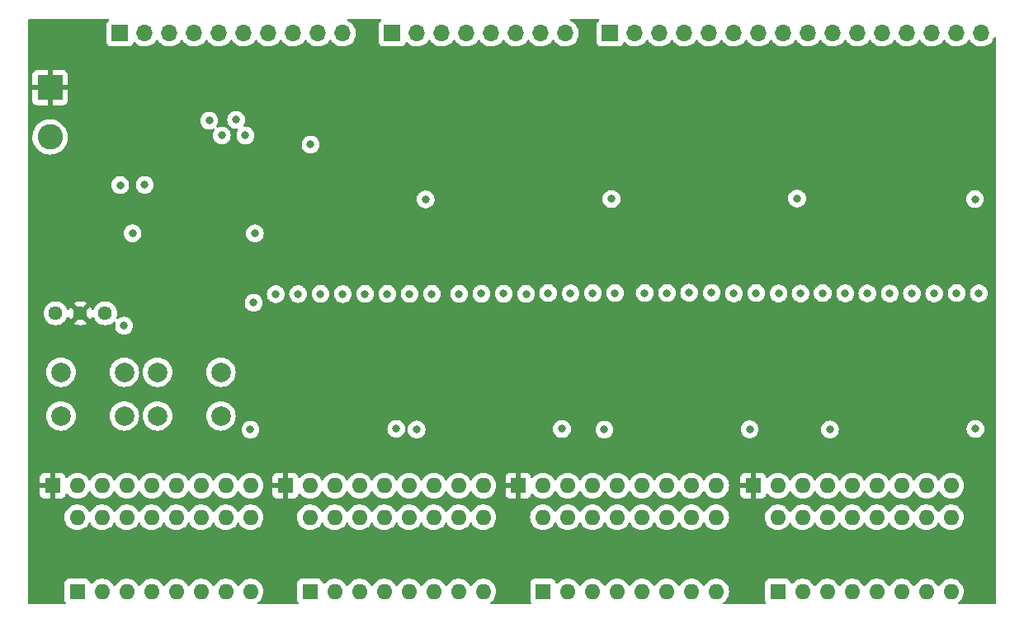
<source format=gbr>
%TF.GenerationSoftware,KiCad,Pcbnew,(6.0.0-0)*%
%TF.CreationDate,2022-03-08T07:21:28-05:00*%
%TF.ProjectId,Module-Tester,4d6f6475-6c65-42d5-9465-737465722e6b,rev?*%
%TF.SameCoordinates,Original*%
%TF.FileFunction,Copper,L3,Inr*%
%TF.FilePolarity,Positive*%
%FSLAX46Y46*%
G04 Gerber Fmt 4.6, Leading zero omitted, Abs format (unit mm)*
G04 Created by KiCad (PCBNEW (6.0.0-0)) date 2022-03-08 07:21:28*
%MOMM*%
%LPD*%
G01*
G04 APERTURE LIST*
%TA.AperFunction,ComponentPad*%
%ADD10R,1.600000X1.600000*%
%TD*%
%TA.AperFunction,ComponentPad*%
%ADD11O,1.600000X1.600000*%
%TD*%
%TA.AperFunction,ComponentPad*%
%ADD12R,1.700000X1.700000*%
%TD*%
%TA.AperFunction,ComponentPad*%
%ADD13O,1.700000X1.700000*%
%TD*%
%TA.AperFunction,ComponentPad*%
%ADD14C,2.000000*%
%TD*%
%TA.AperFunction,ComponentPad*%
%ADD15C,1.440000*%
%TD*%
%TA.AperFunction,ComponentPad*%
%ADD16R,2.600000X2.600000*%
%TD*%
%TA.AperFunction,ComponentPad*%
%ADD17C,2.600000*%
%TD*%
%TA.AperFunction,ViaPad*%
%ADD18C,0.800000*%
%TD*%
G04 APERTURE END LIST*
D10*
%TO.N,VCC*%
%TO.C,RN3*%
X175874000Y-120002000D03*
D11*
%TO.N,/S23*%
X178414000Y-120002000D03*
%TO.N,/S22*%
X180954000Y-120002000D03*
%TO.N,/S21*%
X183494000Y-120002000D03*
%TO.N,/S20*%
X186034000Y-120002000D03*
%TO.N,/S19*%
X188574000Y-120002000D03*
%TO.N,/S18*%
X191114000Y-120002000D03*
%TO.N,/S17*%
X193654000Y-120002000D03*
%TO.N,/S16*%
X196194000Y-120002000D03*
%TD*%
D12*
%TO.N,D7*%
%TO.C,J3*%
X138830000Y-73520000D03*
D13*
%TO.N,D6*%
X141370000Y-73520000D03*
%TO.N,D5*%
X143910000Y-73520000D03*
%TO.N,D4*%
X146450000Y-73520000D03*
%TO.N,D3*%
X148990000Y-73520000D03*
%TO.N,D2*%
X151530000Y-73520000D03*
%TO.N,D1*%
X154070000Y-73520000D03*
%TO.N,D0*%
X156610000Y-73520000D03*
%TD*%
D10*
%TO.N,GND*%
%TO.C,SW4*%
X154299000Y-130881500D03*
D11*
X156839000Y-130881500D03*
X159379000Y-130881500D03*
X161919000Y-130881500D03*
X164459000Y-130881500D03*
X166999000Y-130881500D03*
X169539000Y-130881500D03*
X172079000Y-130881500D03*
%TO.N,/S24*%
X172079000Y-123261500D03*
%TO.N,/S25*%
X169539000Y-123261500D03*
%TO.N,/S26*%
X166999000Y-123261500D03*
%TO.N,/S27*%
X164459000Y-123261500D03*
%TO.N,/S28*%
X161919000Y-123261500D03*
%TO.N,/S29*%
X159379000Y-123261500D03*
%TO.N,/S30*%
X156839000Y-123261500D03*
%TO.N,/S31*%
X154299000Y-123261500D03*
%TD*%
D10*
%TO.N,GND*%
%TO.C,SW1*%
X106522000Y-130881500D03*
D11*
X109062000Y-130881500D03*
X111602000Y-130881500D03*
X114142000Y-130881500D03*
X116682000Y-130881500D03*
X119222000Y-130881500D03*
X121762000Y-130881500D03*
X124302000Y-130881500D03*
%TO.N,/S0*%
X124302000Y-123261500D03*
%TO.N,/S1*%
X121762000Y-123261500D03*
%TO.N,/S2*%
X119222000Y-123261500D03*
%TO.N,/S3*%
X116682000Y-123261500D03*
%TO.N,/S4*%
X114142000Y-123261500D03*
%TO.N,/S5*%
X111602000Y-123261500D03*
%TO.N,/S6*%
X109062000Y-123261500D03*
%TO.N,/S7*%
X106522000Y-123261500D03*
%TD*%
D14*
%TO.N,GND*%
%TO.C,SW6*%
X121252000Y-108354000D03*
X114752000Y-108354000D03*
%TO.N,Net-(R36-Pad2)*%
X114752000Y-112854000D03*
X121252000Y-112854000D03*
%TD*%
%TO.N,GND*%
%TO.C,SW5*%
X111346000Y-108354000D03*
X104846000Y-108354000D03*
%TO.N,~{OE}*%
X111346000Y-112854000D03*
X104846000Y-112854000D03*
%TD*%
D10*
%TO.N,GND*%
%TO.C,SW3*%
X178389000Y-130881500D03*
D11*
X180929000Y-130881500D03*
X183469000Y-130881500D03*
X186009000Y-130881500D03*
X188549000Y-130881500D03*
X191089000Y-130881500D03*
X193629000Y-130881500D03*
X196169000Y-130881500D03*
%TO.N,/S16*%
X196169000Y-123261500D03*
%TO.N,/S17*%
X193629000Y-123261500D03*
%TO.N,/S18*%
X191089000Y-123261500D03*
%TO.N,/S19*%
X188549000Y-123261500D03*
%TO.N,/S20*%
X186009000Y-123261500D03*
%TO.N,/S21*%
X183469000Y-123261500D03*
%TO.N,/S22*%
X180929000Y-123261500D03*
%TO.N,/S23*%
X178389000Y-123261500D03*
%TD*%
D15*
%TO.N,Net-(RV1-Pad1)*%
%TO.C,RV1*%
X104301000Y-102297000D03*
%TO.N,VCC*%
X106841000Y-102297000D03*
%TO.N,unconnected-(RV1-Pad3)*%
X109381000Y-102297000D03*
%TD*%
D16*
%TO.N,VCC*%
%TO.C,J1*%
X103727000Y-79103000D03*
D17*
%TO.N,GND*%
X103727000Y-84183000D03*
%TD*%
D12*
%TO.N,~{CLOCK}*%
%TO.C,J2*%
X110890000Y-73520000D03*
D13*
%TO.N,CLOCK*%
X113430000Y-73520000D03*
%TO.N,CTL7*%
X115970000Y-73520000D03*
%TO.N,CTL6*%
X118510000Y-73520000D03*
%TO.N,CTL5*%
X121050000Y-73520000D03*
%TO.N,CTL4*%
X123590000Y-73520000D03*
%TO.N,CTL3*%
X126130000Y-73520000D03*
%TO.N,CTL2*%
X128670000Y-73520000D03*
%TO.N,CTL1*%
X131210000Y-73520000D03*
%TO.N,CTL0*%
X133750000Y-73520000D03*
%TD*%
D10*
%TO.N,VCC*%
%TO.C,RN1*%
X103992000Y-120002000D03*
D11*
%TO.N,/S7*%
X106532000Y-120002000D03*
%TO.N,/S6*%
X109072000Y-120002000D03*
%TO.N,/S5*%
X111612000Y-120002000D03*
%TO.N,/S4*%
X114152000Y-120002000D03*
%TO.N,/S3*%
X116692000Y-120002000D03*
%TO.N,/S2*%
X119232000Y-120002000D03*
%TO.N,/S1*%
X121772000Y-120002000D03*
%TO.N,/S0*%
X124312000Y-120002000D03*
%TD*%
D10*
%TO.N,VCC*%
%TO.C,RN2*%
X127868000Y-120002000D03*
D11*
%TO.N,/S15*%
X130408000Y-120002000D03*
%TO.N,/S14*%
X132948000Y-120002000D03*
%TO.N,/S13*%
X135488000Y-120002000D03*
%TO.N,/S12*%
X138028000Y-120002000D03*
%TO.N,/S11*%
X140568000Y-120002000D03*
%TO.N,/S10*%
X143108000Y-120002000D03*
%TO.N,/S9*%
X145648000Y-120002000D03*
%TO.N,/S8*%
X148188000Y-120002000D03*
%TD*%
D10*
%TO.N,GND*%
%TO.C,SW2*%
X130398000Y-130881500D03*
D11*
X132938000Y-130881500D03*
X135478000Y-130881500D03*
X138018000Y-130881500D03*
X140558000Y-130881500D03*
X143098000Y-130881500D03*
X145638000Y-130881500D03*
X148178000Y-130881500D03*
%TO.N,/S8*%
X148178000Y-123261500D03*
%TO.N,/S9*%
X145638000Y-123261500D03*
%TO.N,/S10*%
X143098000Y-123261500D03*
%TO.N,/S11*%
X140558000Y-123261500D03*
%TO.N,/S12*%
X138018000Y-123261500D03*
%TO.N,/S13*%
X135478000Y-123261500D03*
%TO.N,/S14*%
X132938000Y-123261500D03*
%TO.N,/S15*%
X130398000Y-123261500D03*
%TD*%
D12*
%TO.N,A15*%
%TO.C,J4*%
X161182000Y-73520000D03*
D13*
%TO.N,A14*%
X163722000Y-73520000D03*
%TO.N,A13*%
X166262000Y-73520000D03*
%TO.N,A12*%
X168802000Y-73520000D03*
%TO.N,A11*%
X171342000Y-73520000D03*
%TO.N,A10*%
X173882000Y-73520000D03*
%TO.N,A9*%
X176422000Y-73520000D03*
%TO.N,A8*%
X178962000Y-73520000D03*
%TO.N,A7*%
X181502000Y-73520000D03*
%TO.N,A6*%
X184042000Y-73520000D03*
%TO.N,A5*%
X186582000Y-73520000D03*
%TO.N,A4*%
X189122000Y-73520000D03*
%TO.N,A3*%
X191662000Y-73520000D03*
%TO.N,A2*%
X194202000Y-73520000D03*
%TO.N,A1*%
X196742000Y-73520000D03*
%TO.N,A0*%
X199282000Y-73520000D03*
%TD*%
D10*
%TO.N,VCC*%
%TO.C,RN4*%
X151759000Y-120002000D03*
D11*
%TO.N,/S31*%
X154299000Y-120002000D03*
%TO.N,/S30*%
X156839000Y-120002000D03*
%TO.N,/S29*%
X159379000Y-120002000D03*
%TO.N,/S28*%
X161919000Y-120002000D03*
%TO.N,/S27*%
X164459000Y-120002000D03*
%TO.N,/S26*%
X166999000Y-120002000D03*
%TO.N,/S25*%
X169539000Y-120002000D03*
%TO.N,/S24*%
X172079000Y-120002000D03*
%TD*%
D18*
%TO.N,VCC*%
X146443000Y-90248000D03*
X183773000Y-104528000D03*
X146423000Y-80948000D03*
X127374000Y-80568000D03*
X112922000Y-99174000D03*
X122066000Y-104762000D03*
X116074000Y-80138000D03*
X165493000Y-90248000D03*
X183773000Y-90218000D03*
X160654000Y-104558000D03*
X183753000Y-80938000D03*
X124313000Y-104548000D03*
X165513000Y-80938000D03*
X141323000Y-104578000D03*
X113824000Y-94098000D03*
X127363000Y-90228000D03*
%TO.N,GND*%
X169304000Y-100178000D03*
X141335000Y-114238000D03*
X199024000Y-100248000D03*
X136044000Y-100308000D03*
X192164000Y-100268000D03*
X129174000Y-100318000D03*
X178484000Y-100258000D03*
X183745000Y-114238000D03*
X147974000Y-100288000D03*
X140608000Y-100298000D03*
X157124000Y-100248000D03*
X124744000Y-94088000D03*
X164734000Y-100218000D03*
X126884000Y-100328000D03*
X167024000Y-100218000D03*
X139244000Y-114168000D03*
X120054000Y-82498000D03*
X133754000Y-100318000D03*
X124606000Y-101206000D03*
X185314000Y-100238000D03*
X145688000Y-100298000D03*
X112194000Y-94078000D03*
X183004000Y-100228000D03*
X173884000Y-100248000D03*
X171604000Y-100188000D03*
X180374000Y-90498000D03*
X180734000Y-100258000D03*
X124284000Y-114248000D03*
X121354000Y-84018000D03*
X198674000Y-114178000D03*
X138334000Y-100308000D03*
X196744000Y-100228000D03*
X113434000Y-89098000D03*
X152574000Y-100308000D03*
X131474000Y-100298000D03*
X123764000Y-84028000D03*
X198634000Y-90568000D03*
X142904000Y-100298000D03*
X176184000Y-100228000D03*
X175514000Y-114208000D03*
X160595000Y-114248000D03*
X189884000Y-100258000D03*
X161324000Y-90548000D03*
X110924000Y-89128000D03*
X187584000Y-100248000D03*
X154824000Y-100228000D03*
X194444000Y-100258000D03*
X159414000Y-100228000D03*
X150274000Y-100288000D03*
X156244000Y-114178000D03*
X161694000Y-100218000D03*
X142264000Y-90588000D03*
X122814000Y-82428000D03*
%TO.N,~{OE}*%
X130448000Y-84950000D03*
X111318000Y-103572000D03*
%TD*%
%TA.AperFunction,Conductor*%
%TO.N,VCC*%
G36*
X109735894Y-72050002D02*
G01*
X109782387Y-72103658D01*
X109792491Y-72173932D01*
X109762997Y-72238512D01*
X109743339Y-72256825D01*
X109676739Y-72306739D01*
X109589385Y-72423295D01*
X109538255Y-72559684D01*
X109531500Y-72621866D01*
X109531500Y-74418134D01*
X109538255Y-74480316D01*
X109589385Y-74616705D01*
X109676739Y-74733261D01*
X109793295Y-74820615D01*
X109929684Y-74871745D01*
X109991866Y-74878500D01*
X111788134Y-74878500D01*
X111850316Y-74871745D01*
X111986705Y-74820615D01*
X112103261Y-74733261D01*
X112190615Y-74616705D01*
X112212799Y-74557529D01*
X112234598Y-74499382D01*
X112277240Y-74442618D01*
X112343802Y-74417918D01*
X112413150Y-74433126D01*
X112447817Y-74461114D01*
X112476250Y-74493938D01*
X112648126Y-74636632D01*
X112841000Y-74749338D01*
X113049692Y-74829030D01*
X113054760Y-74830061D01*
X113054763Y-74830062D01*
X113162017Y-74851883D01*
X113268597Y-74873567D01*
X113273772Y-74873757D01*
X113273774Y-74873757D01*
X113486673Y-74881564D01*
X113486677Y-74881564D01*
X113491837Y-74881753D01*
X113496957Y-74881097D01*
X113496959Y-74881097D01*
X113708288Y-74854025D01*
X113708289Y-74854025D01*
X113713416Y-74853368D01*
X113718366Y-74851883D01*
X113922429Y-74790661D01*
X113922434Y-74790659D01*
X113927384Y-74789174D01*
X114127994Y-74690896D01*
X114309860Y-74561173D01*
X114468096Y-74403489D01*
X114598453Y-74222077D01*
X114599776Y-74223028D01*
X114646645Y-74179857D01*
X114716580Y-74167625D01*
X114782026Y-74195144D01*
X114809875Y-74226994D01*
X114869987Y-74325088D01*
X115016250Y-74493938D01*
X115188126Y-74636632D01*
X115381000Y-74749338D01*
X115589692Y-74829030D01*
X115594760Y-74830061D01*
X115594763Y-74830062D01*
X115702017Y-74851883D01*
X115808597Y-74873567D01*
X115813772Y-74873757D01*
X115813774Y-74873757D01*
X116026673Y-74881564D01*
X116026677Y-74881564D01*
X116031837Y-74881753D01*
X116036957Y-74881097D01*
X116036959Y-74881097D01*
X116248288Y-74854025D01*
X116248289Y-74854025D01*
X116253416Y-74853368D01*
X116258366Y-74851883D01*
X116462429Y-74790661D01*
X116462434Y-74790659D01*
X116467384Y-74789174D01*
X116667994Y-74690896D01*
X116849860Y-74561173D01*
X117008096Y-74403489D01*
X117138453Y-74222077D01*
X117139776Y-74223028D01*
X117186645Y-74179857D01*
X117256580Y-74167625D01*
X117322026Y-74195144D01*
X117349875Y-74226994D01*
X117409987Y-74325088D01*
X117556250Y-74493938D01*
X117728126Y-74636632D01*
X117921000Y-74749338D01*
X118129692Y-74829030D01*
X118134760Y-74830061D01*
X118134763Y-74830062D01*
X118242017Y-74851883D01*
X118348597Y-74873567D01*
X118353772Y-74873757D01*
X118353774Y-74873757D01*
X118566673Y-74881564D01*
X118566677Y-74881564D01*
X118571837Y-74881753D01*
X118576957Y-74881097D01*
X118576959Y-74881097D01*
X118788288Y-74854025D01*
X118788289Y-74854025D01*
X118793416Y-74853368D01*
X118798366Y-74851883D01*
X119002429Y-74790661D01*
X119002434Y-74790659D01*
X119007384Y-74789174D01*
X119207994Y-74690896D01*
X119389860Y-74561173D01*
X119548096Y-74403489D01*
X119678453Y-74222077D01*
X119679776Y-74223028D01*
X119726645Y-74179857D01*
X119796580Y-74167625D01*
X119862026Y-74195144D01*
X119889875Y-74226994D01*
X119949987Y-74325088D01*
X120096250Y-74493938D01*
X120268126Y-74636632D01*
X120461000Y-74749338D01*
X120669692Y-74829030D01*
X120674760Y-74830061D01*
X120674763Y-74830062D01*
X120782017Y-74851883D01*
X120888597Y-74873567D01*
X120893772Y-74873757D01*
X120893774Y-74873757D01*
X121106673Y-74881564D01*
X121106677Y-74881564D01*
X121111837Y-74881753D01*
X121116957Y-74881097D01*
X121116959Y-74881097D01*
X121328288Y-74854025D01*
X121328289Y-74854025D01*
X121333416Y-74853368D01*
X121338366Y-74851883D01*
X121542429Y-74790661D01*
X121542434Y-74790659D01*
X121547384Y-74789174D01*
X121747994Y-74690896D01*
X121929860Y-74561173D01*
X122088096Y-74403489D01*
X122218453Y-74222077D01*
X122219776Y-74223028D01*
X122266645Y-74179857D01*
X122336580Y-74167625D01*
X122402026Y-74195144D01*
X122429875Y-74226994D01*
X122489987Y-74325088D01*
X122636250Y-74493938D01*
X122808126Y-74636632D01*
X123001000Y-74749338D01*
X123209692Y-74829030D01*
X123214760Y-74830061D01*
X123214763Y-74830062D01*
X123322017Y-74851883D01*
X123428597Y-74873567D01*
X123433772Y-74873757D01*
X123433774Y-74873757D01*
X123646673Y-74881564D01*
X123646677Y-74881564D01*
X123651837Y-74881753D01*
X123656957Y-74881097D01*
X123656959Y-74881097D01*
X123868288Y-74854025D01*
X123868289Y-74854025D01*
X123873416Y-74853368D01*
X123878366Y-74851883D01*
X124082429Y-74790661D01*
X124082434Y-74790659D01*
X124087384Y-74789174D01*
X124287994Y-74690896D01*
X124469860Y-74561173D01*
X124628096Y-74403489D01*
X124758453Y-74222077D01*
X124759776Y-74223028D01*
X124806645Y-74179857D01*
X124876580Y-74167625D01*
X124942026Y-74195144D01*
X124969875Y-74226994D01*
X125029987Y-74325088D01*
X125176250Y-74493938D01*
X125348126Y-74636632D01*
X125541000Y-74749338D01*
X125749692Y-74829030D01*
X125754760Y-74830061D01*
X125754763Y-74830062D01*
X125862017Y-74851883D01*
X125968597Y-74873567D01*
X125973772Y-74873757D01*
X125973774Y-74873757D01*
X126186673Y-74881564D01*
X126186677Y-74881564D01*
X126191837Y-74881753D01*
X126196957Y-74881097D01*
X126196959Y-74881097D01*
X126408288Y-74854025D01*
X126408289Y-74854025D01*
X126413416Y-74853368D01*
X126418366Y-74851883D01*
X126622429Y-74790661D01*
X126622434Y-74790659D01*
X126627384Y-74789174D01*
X126827994Y-74690896D01*
X127009860Y-74561173D01*
X127168096Y-74403489D01*
X127298453Y-74222077D01*
X127299776Y-74223028D01*
X127346645Y-74179857D01*
X127416580Y-74167625D01*
X127482026Y-74195144D01*
X127509875Y-74226994D01*
X127569987Y-74325088D01*
X127716250Y-74493938D01*
X127888126Y-74636632D01*
X128081000Y-74749338D01*
X128289692Y-74829030D01*
X128294760Y-74830061D01*
X128294763Y-74830062D01*
X128402017Y-74851883D01*
X128508597Y-74873567D01*
X128513772Y-74873757D01*
X128513774Y-74873757D01*
X128726673Y-74881564D01*
X128726677Y-74881564D01*
X128731837Y-74881753D01*
X128736957Y-74881097D01*
X128736959Y-74881097D01*
X128948288Y-74854025D01*
X128948289Y-74854025D01*
X128953416Y-74853368D01*
X128958366Y-74851883D01*
X129162429Y-74790661D01*
X129162434Y-74790659D01*
X129167384Y-74789174D01*
X129367994Y-74690896D01*
X129549860Y-74561173D01*
X129708096Y-74403489D01*
X129838453Y-74222077D01*
X129839776Y-74223028D01*
X129886645Y-74179857D01*
X129956580Y-74167625D01*
X130022026Y-74195144D01*
X130049875Y-74226994D01*
X130109987Y-74325088D01*
X130256250Y-74493938D01*
X130428126Y-74636632D01*
X130621000Y-74749338D01*
X130829692Y-74829030D01*
X130834760Y-74830061D01*
X130834763Y-74830062D01*
X130942017Y-74851883D01*
X131048597Y-74873567D01*
X131053772Y-74873757D01*
X131053774Y-74873757D01*
X131266673Y-74881564D01*
X131266677Y-74881564D01*
X131271837Y-74881753D01*
X131276957Y-74881097D01*
X131276959Y-74881097D01*
X131488288Y-74854025D01*
X131488289Y-74854025D01*
X131493416Y-74853368D01*
X131498366Y-74851883D01*
X131702429Y-74790661D01*
X131702434Y-74790659D01*
X131707384Y-74789174D01*
X131907994Y-74690896D01*
X132089860Y-74561173D01*
X132248096Y-74403489D01*
X132378453Y-74222077D01*
X132379776Y-74223028D01*
X132426645Y-74179857D01*
X132496580Y-74167625D01*
X132562026Y-74195144D01*
X132589875Y-74226994D01*
X132649987Y-74325088D01*
X132796250Y-74493938D01*
X132968126Y-74636632D01*
X133161000Y-74749338D01*
X133369692Y-74829030D01*
X133374760Y-74830061D01*
X133374763Y-74830062D01*
X133482017Y-74851883D01*
X133588597Y-74873567D01*
X133593772Y-74873757D01*
X133593774Y-74873757D01*
X133806673Y-74881564D01*
X133806677Y-74881564D01*
X133811837Y-74881753D01*
X133816957Y-74881097D01*
X133816959Y-74881097D01*
X134028288Y-74854025D01*
X134028289Y-74854025D01*
X134033416Y-74853368D01*
X134038366Y-74851883D01*
X134242429Y-74790661D01*
X134242434Y-74790659D01*
X134247384Y-74789174D01*
X134447994Y-74690896D01*
X134629860Y-74561173D01*
X134788096Y-74403489D01*
X134918453Y-74222077D01*
X134939320Y-74179857D01*
X135015136Y-74026453D01*
X135015137Y-74026451D01*
X135017430Y-74021811D01*
X135082370Y-73808069D01*
X135111529Y-73586590D01*
X135113156Y-73520000D01*
X135094852Y-73297361D01*
X135040431Y-73080702D01*
X134951354Y-72875840D01*
X134830014Y-72688277D01*
X134679670Y-72523051D01*
X134675619Y-72519852D01*
X134675615Y-72519848D01*
X134508414Y-72387800D01*
X134508410Y-72387798D01*
X134504359Y-72384598D01*
X134308789Y-72276638D01*
X134303525Y-72274774D01*
X134303388Y-72274675D01*
X134299198Y-72272792D01*
X134299587Y-72271927D01*
X134245988Y-72233181D01*
X134220070Y-72167084D01*
X134234002Y-72097468D01*
X134283360Y-72046435D01*
X134345582Y-72030000D01*
X137607773Y-72030000D01*
X137675894Y-72050002D01*
X137722387Y-72103658D01*
X137732491Y-72173932D01*
X137702997Y-72238512D01*
X137683339Y-72256825D01*
X137616739Y-72306739D01*
X137529385Y-72423295D01*
X137478255Y-72559684D01*
X137471500Y-72621866D01*
X137471500Y-74418134D01*
X137478255Y-74480316D01*
X137529385Y-74616705D01*
X137616739Y-74733261D01*
X137733295Y-74820615D01*
X137869684Y-74871745D01*
X137931866Y-74878500D01*
X139728134Y-74878500D01*
X139790316Y-74871745D01*
X139926705Y-74820615D01*
X140043261Y-74733261D01*
X140130615Y-74616705D01*
X140152799Y-74557529D01*
X140174598Y-74499382D01*
X140217240Y-74442618D01*
X140283802Y-74417918D01*
X140353150Y-74433126D01*
X140387817Y-74461114D01*
X140416250Y-74493938D01*
X140588126Y-74636632D01*
X140781000Y-74749338D01*
X140989692Y-74829030D01*
X140994760Y-74830061D01*
X140994763Y-74830062D01*
X141102017Y-74851883D01*
X141208597Y-74873567D01*
X141213772Y-74873757D01*
X141213774Y-74873757D01*
X141426673Y-74881564D01*
X141426677Y-74881564D01*
X141431837Y-74881753D01*
X141436957Y-74881097D01*
X141436959Y-74881097D01*
X141648288Y-74854025D01*
X141648289Y-74854025D01*
X141653416Y-74853368D01*
X141658366Y-74851883D01*
X141862429Y-74790661D01*
X141862434Y-74790659D01*
X141867384Y-74789174D01*
X142067994Y-74690896D01*
X142249860Y-74561173D01*
X142408096Y-74403489D01*
X142538453Y-74222077D01*
X142539776Y-74223028D01*
X142586645Y-74179857D01*
X142656580Y-74167625D01*
X142722026Y-74195144D01*
X142749875Y-74226994D01*
X142809987Y-74325088D01*
X142956250Y-74493938D01*
X143128126Y-74636632D01*
X143321000Y-74749338D01*
X143529692Y-74829030D01*
X143534760Y-74830061D01*
X143534763Y-74830062D01*
X143642017Y-74851883D01*
X143748597Y-74873567D01*
X143753772Y-74873757D01*
X143753774Y-74873757D01*
X143966673Y-74881564D01*
X143966677Y-74881564D01*
X143971837Y-74881753D01*
X143976957Y-74881097D01*
X143976959Y-74881097D01*
X144188288Y-74854025D01*
X144188289Y-74854025D01*
X144193416Y-74853368D01*
X144198366Y-74851883D01*
X144402429Y-74790661D01*
X144402434Y-74790659D01*
X144407384Y-74789174D01*
X144607994Y-74690896D01*
X144789860Y-74561173D01*
X144948096Y-74403489D01*
X145078453Y-74222077D01*
X145079776Y-74223028D01*
X145126645Y-74179857D01*
X145196580Y-74167625D01*
X145262026Y-74195144D01*
X145289875Y-74226994D01*
X145349987Y-74325088D01*
X145496250Y-74493938D01*
X145668126Y-74636632D01*
X145861000Y-74749338D01*
X146069692Y-74829030D01*
X146074760Y-74830061D01*
X146074763Y-74830062D01*
X146182017Y-74851883D01*
X146288597Y-74873567D01*
X146293772Y-74873757D01*
X146293774Y-74873757D01*
X146506673Y-74881564D01*
X146506677Y-74881564D01*
X146511837Y-74881753D01*
X146516957Y-74881097D01*
X146516959Y-74881097D01*
X146728288Y-74854025D01*
X146728289Y-74854025D01*
X146733416Y-74853368D01*
X146738366Y-74851883D01*
X146942429Y-74790661D01*
X146942434Y-74790659D01*
X146947384Y-74789174D01*
X147147994Y-74690896D01*
X147329860Y-74561173D01*
X147488096Y-74403489D01*
X147618453Y-74222077D01*
X147619776Y-74223028D01*
X147666645Y-74179857D01*
X147736580Y-74167625D01*
X147802026Y-74195144D01*
X147829875Y-74226994D01*
X147889987Y-74325088D01*
X148036250Y-74493938D01*
X148208126Y-74636632D01*
X148401000Y-74749338D01*
X148609692Y-74829030D01*
X148614760Y-74830061D01*
X148614763Y-74830062D01*
X148722017Y-74851883D01*
X148828597Y-74873567D01*
X148833772Y-74873757D01*
X148833774Y-74873757D01*
X149046673Y-74881564D01*
X149046677Y-74881564D01*
X149051837Y-74881753D01*
X149056957Y-74881097D01*
X149056959Y-74881097D01*
X149268288Y-74854025D01*
X149268289Y-74854025D01*
X149273416Y-74853368D01*
X149278366Y-74851883D01*
X149482429Y-74790661D01*
X149482434Y-74790659D01*
X149487384Y-74789174D01*
X149687994Y-74690896D01*
X149869860Y-74561173D01*
X150028096Y-74403489D01*
X150158453Y-74222077D01*
X150159776Y-74223028D01*
X150206645Y-74179857D01*
X150276580Y-74167625D01*
X150342026Y-74195144D01*
X150369875Y-74226994D01*
X150429987Y-74325088D01*
X150576250Y-74493938D01*
X150748126Y-74636632D01*
X150941000Y-74749338D01*
X151149692Y-74829030D01*
X151154760Y-74830061D01*
X151154763Y-74830062D01*
X151262017Y-74851883D01*
X151368597Y-74873567D01*
X151373772Y-74873757D01*
X151373774Y-74873757D01*
X151586673Y-74881564D01*
X151586677Y-74881564D01*
X151591837Y-74881753D01*
X151596957Y-74881097D01*
X151596959Y-74881097D01*
X151808288Y-74854025D01*
X151808289Y-74854025D01*
X151813416Y-74853368D01*
X151818366Y-74851883D01*
X152022429Y-74790661D01*
X152022434Y-74790659D01*
X152027384Y-74789174D01*
X152227994Y-74690896D01*
X152409860Y-74561173D01*
X152568096Y-74403489D01*
X152698453Y-74222077D01*
X152699776Y-74223028D01*
X152746645Y-74179857D01*
X152816580Y-74167625D01*
X152882026Y-74195144D01*
X152909875Y-74226994D01*
X152969987Y-74325088D01*
X153116250Y-74493938D01*
X153288126Y-74636632D01*
X153481000Y-74749338D01*
X153689692Y-74829030D01*
X153694760Y-74830061D01*
X153694763Y-74830062D01*
X153802017Y-74851883D01*
X153908597Y-74873567D01*
X153913772Y-74873757D01*
X153913774Y-74873757D01*
X154126673Y-74881564D01*
X154126677Y-74881564D01*
X154131837Y-74881753D01*
X154136957Y-74881097D01*
X154136959Y-74881097D01*
X154348288Y-74854025D01*
X154348289Y-74854025D01*
X154353416Y-74853368D01*
X154358366Y-74851883D01*
X154562429Y-74790661D01*
X154562434Y-74790659D01*
X154567384Y-74789174D01*
X154767994Y-74690896D01*
X154949860Y-74561173D01*
X155108096Y-74403489D01*
X155238453Y-74222077D01*
X155239776Y-74223028D01*
X155286645Y-74179857D01*
X155356580Y-74167625D01*
X155422026Y-74195144D01*
X155449875Y-74226994D01*
X155509987Y-74325088D01*
X155656250Y-74493938D01*
X155828126Y-74636632D01*
X156021000Y-74749338D01*
X156229692Y-74829030D01*
X156234760Y-74830061D01*
X156234763Y-74830062D01*
X156342017Y-74851883D01*
X156448597Y-74873567D01*
X156453772Y-74873757D01*
X156453774Y-74873757D01*
X156666673Y-74881564D01*
X156666677Y-74881564D01*
X156671837Y-74881753D01*
X156676957Y-74881097D01*
X156676959Y-74881097D01*
X156888288Y-74854025D01*
X156888289Y-74854025D01*
X156893416Y-74853368D01*
X156898366Y-74851883D01*
X157102429Y-74790661D01*
X157102434Y-74790659D01*
X157107384Y-74789174D01*
X157307994Y-74690896D01*
X157489860Y-74561173D01*
X157648096Y-74403489D01*
X157778453Y-74222077D01*
X157799320Y-74179857D01*
X157875136Y-74026453D01*
X157875137Y-74026451D01*
X157877430Y-74021811D01*
X157942370Y-73808069D01*
X157971529Y-73586590D01*
X157973156Y-73520000D01*
X157954852Y-73297361D01*
X157900431Y-73080702D01*
X157811354Y-72875840D01*
X157690014Y-72688277D01*
X157539670Y-72523051D01*
X157535619Y-72519852D01*
X157535615Y-72519848D01*
X157368414Y-72387800D01*
X157368410Y-72387798D01*
X157364359Y-72384598D01*
X157168789Y-72276638D01*
X157163525Y-72274774D01*
X157163388Y-72274675D01*
X157159198Y-72272792D01*
X157159587Y-72271927D01*
X157105988Y-72233181D01*
X157080070Y-72167084D01*
X157094002Y-72097468D01*
X157143360Y-72046435D01*
X157205582Y-72030000D01*
X159959773Y-72030000D01*
X160027894Y-72050002D01*
X160074387Y-72103658D01*
X160084491Y-72173932D01*
X160054997Y-72238512D01*
X160035339Y-72256825D01*
X159968739Y-72306739D01*
X159881385Y-72423295D01*
X159830255Y-72559684D01*
X159823500Y-72621866D01*
X159823500Y-74418134D01*
X159830255Y-74480316D01*
X159881385Y-74616705D01*
X159968739Y-74733261D01*
X160085295Y-74820615D01*
X160221684Y-74871745D01*
X160283866Y-74878500D01*
X162080134Y-74878500D01*
X162142316Y-74871745D01*
X162278705Y-74820615D01*
X162395261Y-74733261D01*
X162482615Y-74616705D01*
X162504799Y-74557529D01*
X162526598Y-74499382D01*
X162569240Y-74442618D01*
X162635802Y-74417918D01*
X162705150Y-74433126D01*
X162739817Y-74461114D01*
X162768250Y-74493938D01*
X162940126Y-74636632D01*
X163133000Y-74749338D01*
X163341692Y-74829030D01*
X163346760Y-74830061D01*
X163346763Y-74830062D01*
X163454017Y-74851883D01*
X163560597Y-74873567D01*
X163565772Y-74873757D01*
X163565774Y-74873757D01*
X163778673Y-74881564D01*
X163778677Y-74881564D01*
X163783837Y-74881753D01*
X163788957Y-74881097D01*
X163788959Y-74881097D01*
X164000288Y-74854025D01*
X164000289Y-74854025D01*
X164005416Y-74853368D01*
X164010366Y-74851883D01*
X164214429Y-74790661D01*
X164214434Y-74790659D01*
X164219384Y-74789174D01*
X164419994Y-74690896D01*
X164601860Y-74561173D01*
X164760096Y-74403489D01*
X164890453Y-74222077D01*
X164891776Y-74223028D01*
X164938645Y-74179857D01*
X165008580Y-74167625D01*
X165074026Y-74195144D01*
X165101875Y-74226994D01*
X165161987Y-74325088D01*
X165308250Y-74493938D01*
X165480126Y-74636632D01*
X165673000Y-74749338D01*
X165881692Y-74829030D01*
X165886760Y-74830061D01*
X165886763Y-74830062D01*
X165994017Y-74851883D01*
X166100597Y-74873567D01*
X166105772Y-74873757D01*
X166105774Y-74873757D01*
X166318673Y-74881564D01*
X166318677Y-74881564D01*
X166323837Y-74881753D01*
X166328957Y-74881097D01*
X166328959Y-74881097D01*
X166540288Y-74854025D01*
X166540289Y-74854025D01*
X166545416Y-74853368D01*
X166550366Y-74851883D01*
X166754429Y-74790661D01*
X166754434Y-74790659D01*
X166759384Y-74789174D01*
X166959994Y-74690896D01*
X167141860Y-74561173D01*
X167300096Y-74403489D01*
X167430453Y-74222077D01*
X167431776Y-74223028D01*
X167478645Y-74179857D01*
X167548580Y-74167625D01*
X167614026Y-74195144D01*
X167641875Y-74226994D01*
X167701987Y-74325088D01*
X167848250Y-74493938D01*
X168020126Y-74636632D01*
X168213000Y-74749338D01*
X168421692Y-74829030D01*
X168426760Y-74830061D01*
X168426763Y-74830062D01*
X168534017Y-74851883D01*
X168640597Y-74873567D01*
X168645772Y-74873757D01*
X168645774Y-74873757D01*
X168858673Y-74881564D01*
X168858677Y-74881564D01*
X168863837Y-74881753D01*
X168868957Y-74881097D01*
X168868959Y-74881097D01*
X169080288Y-74854025D01*
X169080289Y-74854025D01*
X169085416Y-74853368D01*
X169090366Y-74851883D01*
X169294429Y-74790661D01*
X169294434Y-74790659D01*
X169299384Y-74789174D01*
X169499994Y-74690896D01*
X169681860Y-74561173D01*
X169840096Y-74403489D01*
X169970453Y-74222077D01*
X169971776Y-74223028D01*
X170018645Y-74179857D01*
X170088580Y-74167625D01*
X170154026Y-74195144D01*
X170181875Y-74226994D01*
X170241987Y-74325088D01*
X170388250Y-74493938D01*
X170560126Y-74636632D01*
X170753000Y-74749338D01*
X170961692Y-74829030D01*
X170966760Y-74830061D01*
X170966763Y-74830062D01*
X171074017Y-74851883D01*
X171180597Y-74873567D01*
X171185772Y-74873757D01*
X171185774Y-74873757D01*
X171398673Y-74881564D01*
X171398677Y-74881564D01*
X171403837Y-74881753D01*
X171408957Y-74881097D01*
X171408959Y-74881097D01*
X171620288Y-74854025D01*
X171620289Y-74854025D01*
X171625416Y-74853368D01*
X171630366Y-74851883D01*
X171834429Y-74790661D01*
X171834434Y-74790659D01*
X171839384Y-74789174D01*
X172039994Y-74690896D01*
X172221860Y-74561173D01*
X172380096Y-74403489D01*
X172510453Y-74222077D01*
X172511776Y-74223028D01*
X172558645Y-74179857D01*
X172628580Y-74167625D01*
X172694026Y-74195144D01*
X172721875Y-74226994D01*
X172781987Y-74325088D01*
X172928250Y-74493938D01*
X173100126Y-74636632D01*
X173293000Y-74749338D01*
X173501692Y-74829030D01*
X173506760Y-74830061D01*
X173506763Y-74830062D01*
X173614017Y-74851883D01*
X173720597Y-74873567D01*
X173725772Y-74873757D01*
X173725774Y-74873757D01*
X173938673Y-74881564D01*
X173938677Y-74881564D01*
X173943837Y-74881753D01*
X173948957Y-74881097D01*
X173948959Y-74881097D01*
X174160288Y-74854025D01*
X174160289Y-74854025D01*
X174165416Y-74853368D01*
X174170366Y-74851883D01*
X174374429Y-74790661D01*
X174374434Y-74790659D01*
X174379384Y-74789174D01*
X174579994Y-74690896D01*
X174761860Y-74561173D01*
X174920096Y-74403489D01*
X175050453Y-74222077D01*
X175051776Y-74223028D01*
X175098645Y-74179857D01*
X175168580Y-74167625D01*
X175234026Y-74195144D01*
X175261875Y-74226994D01*
X175321987Y-74325088D01*
X175468250Y-74493938D01*
X175640126Y-74636632D01*
X175833000Y-74749338D01*
X176041692Y-74829030D01*
X176046760Y-74830061D01*
X176046763Y-74830062D01*
X176154017Y-74851883D01*
X176260597Y-74873567D01*
X176265772Y-74873757D01*
X176265774Y-74873757D01*
X176478673Y-74881564D01*
X176478677Y-74881564D01*
X176483837Y-74881753D01*
X176488957Y-74881097D01*
X176488959Y-74881097D01*
X176700288Y-74854025D01*
X176700289Y-74854025D01*
X176705416Y-74853368D01*
X176710366Y-74851883D01*
X176914429Y-74790661D01*
X176914434Y-74790659D01*
X176919384Y-74789174D01*
X177119994Y-74690896D01*
X177301860Y-74561173D01*
X177460096Y-74403489D01*
X177590453Y-74222077D01*
X177591776Y-74223028D01*
X177638645Y-74179857D01*
X177708580Y-74167625D01*
X177774026Y-74195144D01*
X177801875Y-74226994D01*
X177861987Y-74325088D01*
X178008250Y-74493938D01*
X178180126Y-74636632D01*
X178373000Y-74749338D01*
X178581692Y-74829030D01*
X178586760Y-74830061D01*
X178586763Y-74830062D01*
X178694017Y-74851883D01*
X178800597Y-74873567D01*
X178805772Y-74873757D01*
X178805774Y-74873757D01*
X179018673Y-74881564D01*
X179018677Y-74881564D01*
X179023837Y-74881753D01*
X179028957Y-74881097D01*
X179028959Y-74881097D01*
X179240288Y-74854025D01*
X179240289Y-74854025D01*
X179245416Y-74853368D01*
X179250366Y-74851883D01*
X179454429Y-74790661D01*
X179454434Y-74790659D01*
X179459384Y-74789174D01*
X179659994Y-74690896D01*
X179841860Y-74561173D01*
X180000096Y-74403489D01*
X180130453Y-74222077D01*
X180131776Y-74223028D01*
X180178645Y-74179857D01*
X180248580Y-74167625D01*
X180314026Y-74195144D01*
X180341875Y-74226994D01*
X180401987Y-74325088D01*
X180548250Y-74493938D01*
X180720126Y-74636632D01*
X180913000Y-74749338D01*
X181121692Y-74829030D01*
X181126760Y-74830061D01*
X181126763Y-74830062D01*
X181234017Y-74851883D01*
X181340597Y-74873567D01*
X181345772Y-74873757D01*
X181345774Y-74873757D01*
X181558673Y-74881564D01*
X181558677Y-74881564D01*
X181563837Y-74881753D01*
X181568957Y-74881097D01*
X181568959Y-74881097D01*
X181780288Y-74854025D01*
X181780289Y-74854025D01*
X181785416Y-74853368D01*
X181790366Y-74851883D01*
X181994429Y-74790661D01*
X181994434Y-74790659D01*
X181999384Y-74789174D01*
X182199994Y-74690896D01*
X182381860Y-74561173D01*
X182540096Y-74403489D01*
X182670453Y-74222077D01*
X182671776Y-74223028D01*
X182718645Y-74179857D01*
X182788580Y-74167625D01*
X182854026Y-74195144D01*
X182881875Y-74226994D01*
X182941987Y-74325088D01*
X183088250Y-74493938D01*
X183260126Y-74636632D01*
X183453000Y-74749338D01*
X183661692Y-74829030D01*
X183666760Y-74830061D01*
X183666763Y-74830062D01*
X183774017Y-74851883D01*
X183880597Y-74873567D01*
X183885772Y-74873757D01*
X183885774Y-74873757D01*
X184098673Y-74881564D01*
X184098677Y-74881564D01*
X184103837Y-74881753D01*
X184108957Y-74881097D01*
X184108959Y-74881097D01*
X184320288Y-74854025D01*
X184320289Y-74854025D01*
X184325416Y-74853368D01*
X184330366Y-74851883D01*
X184534429Y-74790661D01*
X184534434Y-74790659D01*
X184539384Y-74789174D01*
X184739994Y-74690896D01*
X184921860Y-74561173D01*
X185080096Y-74403489D01*
X185210453Y-74222077D01*
X185211776Y-74223028D01*
X185258645Y-74179857D01*
X185328580Y-74167625D01*
X185394026Y-74195144D01*
X185421875Y-74226994D01*
X185481987Y-74325088D01*
X185628250Y-74493938D01*
X185800126Y-74636632D01*
X185993000Y-74749338D01*
X186201692Y-74829030D01*
X186206760Y-74830061D01*
X186206763Y-74830062D01*
X186314017Y-74851883D01*
X186420597Y-74873567D01*
X186425772Y-74873757D01*
X186425774Y-74873757D01*
X186638673Y-74881564D01*
X186638677Y-74881564D01*
X186643837Y-74881753D01*
X186648957Y-74881097D01*
X186648959Y-74881097D01*
X186860288Y-74854025D01*
X186860289Y-74854025D01*
X186865416Y-74853368D01*
X186870366Y-74851883D01*
X187074429Y-74790661D01*
X187074434Y-74790659D01*
X187079384Y-74789174D01*
X187279994Y-74690896D01*
X187461860Y-74561173D01*
X187620096Y-74403489D01*
X187750453Y-74222077D01*
X187751776Y-74223028D01*
X187798645Y-74179857D01*
X187868580Y-74167625D01*
X187934026Y-74195144D01*
X187961875Y-74226994D01*
X188021987Y-74325088D01*
X188168250Y-74493938D01*
X188340126Y-74636632D01*
X188533000Y-74749338D01*
X188741692Y-74829030D01*
X188746760Y-74830061D01*
X188746763Y-74830062D01*
X188854017Y-74851883D01*
X188960597Y-74873567D01*
X188965772Y-74873757D01*
X188965774Y-74873757D01*
X189178673Y-74881564D01*
X189178677Y-74881564D01*
X189183837Y-74881753D01*
X189188957Y-74881097D01*
X189188959Y-74881097D01*
X189400288Y-74854025D01*
X189400289Y-74854025D01*
X189405416Y-74853368D01*
X189410366Y-74851883D01*
X189614429Y-74790661D01*
X189614434Y-74790659D01*
X189619384Y-74789174D01*
X189819994Y-74690896D01*
X190001860Y-74561173D01*
X190160096Y-74403489D01*
X190290453Y-74222077D01*
X190291776Y-74223028D01*
X190338645Y-74179857D01*
X190408580Y-74167625D01*
X190474026Y-74195144D01*
X190501875Y-74226994D01*
X190561987Y-74325088D01*
X190708250Y-74493938D01*
X190880126Y-74636632D01*
X191073000Y-74749338D01*
X191281692Y-74829030D01*
X191286760Y-74830061D01*
X191286763Y-74830062D01*
X191394017Y-74851883D01*
X191500597Y-74873567D01*
X191505772Y-74873757D01*
X191505774Y-74873757D01*
X191718673Y-74881564D01*
X191718677Y-74881564D01*
X191723837Y-74881753D01*
X191728957Y-74881097D01*
X191728959Y-74881097D01*
X191940288Y-74854025D01*
X191940289Y-74854025D01*
X191945416Y-74853368D01*
X191950366Y-74851883D01*
X192154429Y-74790661D01*
X192154434Y-74790659D01*
X192159384Y-74789174D01*
X192359994Y-74690896D01*
X192541860Y-74561173D01*
X192700096Y-74403489D01*
X192830453Y-74222077D01*
X192831776Y-74223028D01*
X192878645Y-74179857D01*
X192948580Y-74167625D01*
X193014026Y-74195144D01*
X193041875Y-74226994D01*
X193101987Y-74325088D01*
X193248250Y-74493938D01*
X193420126Y-74636632D01*
X193613000Y-74749338D01*
X193821692Y-74829030D01*
X193826760Y-74830061D01*
X193826763Y-74830062D01*
X193934017Y-74851883D01*
X194040597Y-74873567D01*
X194045772Y-74873757D01*
X194045774Y-74873757D01*
X194258673Y-74881564D01*
X194258677Y-74881564D01*
X194263837Y-74881753D01*
X194268957Y-74881097D01*
X194268959Y-74881097D01*
X194480288Y-74854025D01*
X194480289Y-74854025D01*
X194485416Y-74853368D01*
X194490366Y-74851883D01*
X194694429Y-74790661D01*
X194694434Y-74790659D01*
X194699384Y-74789174D01*
X194899994Y-74690896D01*
X195081860Y-74561173D01*
X195240096Y-74403489D01*
X195370453Y-74222077D01*
X195371776Y-74223028D01*
X195418645Y-74179857D01*
X195488580Y-74167625D01*
X195554026Y-74195144D01*
X195581875Y-74226994D01*
X195641987Y-74325088D01*
X195788250Y-74493938D01*
X195960126Y-74636632D01*
X196153000Y-74749338D01*
X196361692Y-74829030D01*
X196366760Y-74830061D01*
X196366763Y-74830062D01*
X196474017Y-74851883D01*
X196580597Y-74873567D01*
X196585772Y-74873757D01*
X196585774Y-74873757D01*
X196798673Y-74881564D01*
X196798677Y-74881564D01*
X196803837Y-74881753D01*
X196808957Y-74881097D01*
X196808959Y-74881097D01*
X197020288Y-74854025D01*
X197020289Y-74854025D01*
X197025416Y-74853368D01*
X197030366Y-74851883D01*
X197234429Y-74790661D01*
X197234434Y-74790659D01*
X197239384Y-74789174D01*
X197439994Y-74690896D01*
X197621860Y-74561173D01*
X197780096Y-74403489D01*
X197910453Y-74222077D01*
X197911776Y-74223028D01*
X197958645Y-74179857D01*
X198028580Y-74167625D01*
X198094026Y-74195144D01*
X198121875Y-74226994D01*
X198181987Y-74325088D01*
X198328250Y-74493938D01*
X198500126Y-74636632D01*
X198693000Y-74749338D01*
X198901692Y-74829030D01*
X198906760Y-74830061D01*
X198906763Y-74830062D01*
X199014017Y-74851883D01*
X199120597Y-74873567D01*
X199125772Y-74873757D01*
X199125774Y-74873757D01*
X199338673Y-74881564D01*
X199338677Y-74881564D01*
X199343837Y-74881753D01*
X199348957Y-74881097D01*
X199348959Y-74881097D01*
X199560288Y-74854025D01*
X199560289Y-74854025D01*
X199565416Y-74853368D01*
X199570366Y-74851883D01*
X199774429Y-74790661D01*
X199774434Y-74790659D01*
X199779384Y-74789174D01*
X199979994Y-74690896D01*
X200161860Y-74561173D01*
X200320096Y-74403489D01*
X200450453Y-74222077D01*
X200471320Y-74179857D01*
X200547136Y-74026453D01*
X200547137Y-74026451D01*
X200549430Y-74021811D01*
X200559442Y-73988858D01*
X200598383Y-73929494D01*
X200663237Y-73900607D01*
X200733413Y-73911369D01*
X200786631Y-73958362D01*
X200806000Y-74025487D01*
X200806000Y-132068000D01*
X200785998Y-132136121D01*
X200732342Y-132182614D01*
X200680000Y-132194000D01*
X196975477Y-132194000D01*
X196907356Y-132173998D01*
X196860863Y-132120342D01*
X196850759Y-132050068D01*
X196880253Y-131985488D01*
X196903206Y-131964787D01*
X197008789Y-131890857D01*
X197008792Y-131890855D01*
X197013300Y-131887698D01*
X197175198Y-131725800D01*
X197306523Y-131538249D01*
X197308846Y-131533267D01*
X197308849Y-131533262D01*
X197400961Y-131335725D01*
X197400961Y-131335724D01*
X197403284Y-131330743D01*
X197462543Y-131109587D01*
X197482498Y-130881500D01*
X197462543Y-130653413D01*
X197403284Y-130432257D01*
X197324805Y-130263957D01*
X197308849Y-130229738D01*
X197308846Y-130229733D01*
X197306523Y-130224751D01*
X197175198Y-130037200D01*
X197013300Y-129875302D01*
X197008792Y-129872145D01*
X197008789Y-129872143D01*
X196930611Y-129817402D01*
X196825749Y-129743977D01*
X196820767Y-129741654D01*
X196820762Y-129741651D01*
X196623225Y-129649539D01*
X196623224Y-129649539D01*
X196618243Y-129647216D01*
X196612935Y-129645794D01*
X196612933Y-129645793D01*
X196402402Y-129589381D01*
X196402400Y-129589381D01*
X196397087Y-129587957D01*
X196169000Y-129568002D01*
X195940913Y-129587957D01*
X195935600Y-129589381D01*
X195935598Y-129589381D01*
X195725067Y-129645793D01*
X195725065Y-129645794D01*
X195719757Y-129647216D01*
X195714776Y-129649539D01*
X195714775Y-129649539D01*
X195517238Y-129741651D01*
X195517233Y-129741654D01*
X195512251Y-129743977D01*
X195407389Y-129817402D01*
X195329211Y-129872143D01*
X195329208Y-129872145D01*
X195324700Y-129875302D01*
X195162802Y-130037200D01*
X195031477Y-130224751D01*
X195029154Y-130229733D01*
X195029151Y-130229738D01*
X195013195Y-130263957D01*
X194966278Y-130317242D01*
X194898001Y-130336703D01*
X194830041Y-130316161D01*
X194784805Y-130263957D01*
X194768849Y-130229738D01*
X194768846Y-130229733D01*
X194766523Y-130224751D01*
X194635198Y-130037200D01*
X194473300Y-129875302D01*
X194468792Y-129872145D01*
X194468789Y-129872143D01*
X194390611Y-129817402D01*
X194285749Y-129743977D01*
X194280767Y-129741654D01*
X194280762Y-129741651D01*
X194083225Y-129649539D01*
X194083224Y-129649539D01*
X194078243Y-129647216D01*
X194072935Y-129645794D01*
X194072933Y-129645793D01*
X193862402Y-129589381D01*
X193862400Y-129589381D01*
X193857087Y-129587957D01*
X193629000Y-129568002D01*
X193400913Y-129587957D01*
X193395600Y-129589381D01*
X193395598Y-129589381D01*
X193185067Y-129645793D01*
X193185065Y-129645794D01*
X193179757Y-129647216D01*
X193174776Y-129649539D01*
X193174775Y-129649539D01*
X192977238Y-129741651D01*
X192977233Y-129741654D01*
X192972251Y-129743977D01*
X192867389Y-129817402D01*
X192789211Y-129872143D01*
X192789208Y-129872145D01*
X192784700Y-129875302D01*
X192622802Y-130037200D01*
X192491477Y-130224751D01*
X192489154Y-130229733D01*
X192489151Y-130229738D01*
X192473195Y-130263957D01*
X192426278Y-130317242D01*
X192358001Y-130336703D01*
X192290041Y-130316161D01*
X192244805Y-130263957D01*
X192228849Y-130229738D01*
X192228846Y-130229733D01*
X192226523Y-130224751D01*
X192095198Y-130037200D01*
X191933300Y-129875302D01*
X191928792Y-129872145D01*
X191928789Y-129872143D01*
X191850611Y-129817402D01*
X191745749Y-129743977D01*
X191740767Y-129741654D01*
X191740762Y-129741651D01*
X191543225Y-129649539D01*
X191543224Y-129649539D01*
X191538243Y-129647216D01*
X191532935Y-129645794D01*
X191532933Y-129645793D01*
X191322402Y-129589381D01*
X191322400Y-129589381D01*
X191317087Y-129587957D01*
X191089000Y-129568002D01*
X190860913Y-129587957D01*
X190855600Y-129589381D01*
X190855598Y-129589381D01*
X190645067Y-129645793D01*
X190645065Y-129645794D01*
X190639757Y-129647216D01*
X190634776Y-129649539D01*
X190634775Y-129649539D01*
X190437238Y-129741651D01*
X190437233Y-129741654D01*
X190432251Y-129743977D01*
X190327389Y-129817402D01*
X190249211Y-129872143D01*
X190249208Y-129872145D01*
X190244700Y-129875302D01*
X190082802Y-130037200D01*
X189951477Y-130224751D01*
X189949154Y-130229733D01*
X189949151Y-130229738D01*
X189933195Y-130263957D01*
X189886278Y-130317242D01*
X189818001Y-130336703D01*
X189750041Y-130316161D01*
X189704805Y-130263957D01*
X189688849Y-130229738D01*
X189688846Y-130229733D01*
X189686523Y-130224751D01*
X189555198Y-130037200D01*
X189393300Y-129875302D01*
X189388792Y-129872145D01*
X189388789Y-129872143D01*
X189310611Y-129817402D01*
X189205749Y-129743977D01*
X189200767Y-129741654D01*
X189200762Y-129741651D01*
X189003225Y-129649539D01*
X189003224Y-129649539D01*
X188998243Y-129647216D01*
X188992935Y-129645794D01*
X188992933Y-129645793D01*
X188782402Y-129589381D01*
X188782400Y-129589381D01*
X188777087Y-129587957D01*
X188549000Y-129568002D01*
X188320913Y-129587957D01*
X188315600Y-129589381D01*
X188315598Y-129589381D01*
X188105067Y-129645793D01*
X188105065Y-129645794D01*
X188099757Y-129647216D01*
X188094776Y-129649539D01*
X188094775Y-129649539D01*
X187897238Y-129741651D01*
X187897233Y-129741654D01*
X187892251Y-129743977D01*
X187787389Y-129817402D01*
X187709211Y-129872143D01*
X187709208Y-129872145D01*
X187704700Y-129875302D01*
X187542802Y-130037200D01*
X187411477Y-130224751D01*
X187409154Y-130229733D01*
X187409151Y-130229738D01*
X187393195Y-130263957D01*
X187346278Y-130317242D01*
X187278001Y-130336703D01*
X187210041Y-130316161D01*
X187164805Y-130263957D01*
X187148849Y-130229738D01*
X187148846Y-130229733D01*
X187146523Y-130224751D01*
X187015198Y-130037200D01*
X186853300Y-129875302D01*
X186848792Y-129872145D01*
X186848789Y-129872143D01*
X186770611Y-129817402D01*
X186665749Y-129743977D01*
X186660767Y-129741654D01*
X186660762Y-129741651D01*
X186463225Y-129649539D01*
X186463224Y-129649539D01*
X186458243Y-129647216D01*
X186452935Y-129645794D01*
X186452933Y-129645793D01*
X186242402Y-129589381D01*
X186242400Y-129589381D01*
X186237087Y-129587957D01*
X186009000Y-129568002D01*
X185780913Y-129587957D01*
X185775600Y-129589381D01*
X185775598Y-129589381D01*
X185565067Y-129645793D01*
X185565065Y-129645794D01*
X185559757Y-129647216D01*
X185554776Y-129649539D01*
X185554775Y-129649539D01*
X185357238Y-129741651D01*
X185357233Y-129741654D01*
X185352251Y-129743977D01*
X185247389Y-129817402D01*
X185169211Y-129872143D01*
X185169208Y-129872145D01*
X185164700Y-129875302D01*
X185002802Y-130037200D01*
X184871477Y-130224751D01*
X184869154Y-130229733D01*
X184869151Y-130229738D01*
X184853195Y-130263957D01*
X184806278Y-130317242D01*
X184738001Y-130336703D01*
X184670041Y-130316161D01*
X184624805Y-130263957D01*
X184608849Y-130229738D01*
X184608846Y-130229733D01*
X184606523Y-130224751D01*
X184475198Y-130037200D01*
X184313300Y-129875302D01*
X184308792Y-129872145D01*
X184308789Y-129872143D01*
X184230611Y-129817402D01*
X184125749Y-129743977D01*
X184120767Y-129741654D01*
X184120762Y-129741651D01*
X183923225Y-129649539D01*
X183923224Y-129649539D01*
X183918243Y-129647216D01*
X183912935Y-129645794D01*
X183912933Y-129645793D01*
X183702402Y-129589381D01*
X183702400Y-129589381D01*
X183697087Y-129587957D01*
X183469000Y-129568002D01*
X183240913Y-129587957D01*
X183235600Y-129589381D01*
X183235598Y-129589381D01*
X183025067Y-129645793D01*
X183025065Y-129645794D01*
X183019757Y-129647216D01*
X183014776Y-129649539D01*
X183014775Y-129649539D01*
X182817238Y-129741651D01*
X182817233Y-129741654D01*
X182812251Y-129743977D01*
X182707389Y-129817402D01*
X182629211Y-129872143D01*
X182629208Y-129872145D01*
X182624700Y-129875302D01*
X182462802Y-130037200D01*
X182331477Y-130224751D01*
X182329154Y-130229733D01*
X182329151Y-130229738D01*
X182313195Y-130263957D01*
X182266278Y-130317242D01*
X182198001Y-130336703D01*
X182130041Y-130316161D01*
X182084805Y-130263957D01*
X182068849Y-130229738D01*
X182068846Y-130229733D01*
X182066523Y-130224751D01*
X181935198Y-130037200D01*
X181773300Y-129875302D01*
X181768792Y-129872145D01*
X181768789Y-129872143D01*
X181690611Y-129817402D01*
X181585749Y-129743977D01*
X181580767Y-129741654D01*
X181580762Y-129741651D01*
X181383225Y-129649539D01*
X181383224Y-129649539D01*
X181378243Y-129647216D01*
X181372935Y-129645794D01*
X181372933Y-129645793D01*
X181162402Y-129589381D01*
X181162400Y-129589381D01*
X181157087Y-129587957D01*
X180929000Y-129568002D01*
X180700913Y-129587957D01*
X180695600Y-129589381D01*
X180695598Y-129589381D01*
X180485067Y-129645793D01*
X180485065Y-129645794D01*
X180479757Y-129647216D01*
X180474776Y-129649539D01*
X180474775Y-129649539D01*
X180277238Y-129741651D01*
X180277233Y-129741654D01*
X180272251Y-129743977D01*
X180167389Y-129817402D01*
X180089211Y-129872143D01*
X180089208Y-129872145D01*
X180084700Y-129875302D01*
X179922802Y-130037200D01*
X179919643Y-130041711D01*
X179916108Y-130045924D01*
X179914974Y-130044973D01*
X179864929Y-130084971D01*
X179794310Y-130092276D01*
X179730951Y-130060242D01*
X179694970Y-129999038D01*
X179691918Y-129981983D01*
X179690745Y-129971184D01*
X179639615Y-129834795D01*
X179552261Y-129718239D01*
X179435705Y-129630885D01*
X179299316Y-129579755D01*
X179237134Y-129573000D01*
X177540866Y-129573000D01*
X177478684Y-129579755D01*
X177342295Y-129630885D01*
X177225739Y-129718239D01*
X177138385Y-129834795D01*
X177087255Y-129971184D01*
X177080500Y-130033366D01*
X177080500Y-131729634D01*
X177087255Y-131791816D01*
X177138385Y-131928205D01*
X177186523Y-131992435D01*
X177211371Y-132058941D01*
X177196318Y-132128324D01*
X177146144Y-132178554D01*
X177085697Y-132194000D01*
X172885477Y-132194000D01*
X172817356Y-132173998D01*
X172770863Y-132120342D01*
X172760759Y-132050068D01*
X172790253Y-131985488D01*
X172813206Y-131964787D01*
X172918789Y-131890857D01*
X172918792Y-131890855D01*
X172923300Y-131887698D01*
X173085198Y-131725800D01*
X173216523Y-131538249D01*
X173218846Y-131533267D01*
X173218849Y-131533262D01*
X173310961Y-131335725D01*
X173310961Y-131335724D01*
X173313284Y-131330743D01*
X173372543Y-131109587D01*
X173392498Y-130881500D01*
X173372543Y-130653413D01*
X173313284Y-130432257D01*
X173234805Y-130263957D01*
X173218849Y-130229738D01*
X173218846Y-130229733D01*
X173216523Y-130224751D01*
X173085198Y-130037200D01*
X172923300Y-129875302D01*
X172918792Y-129872145D01*
X172918789Y-129872143D01*
X172840611Y-129817402D01*
X172735749Y-129743977D01*
X172730767Y-129741654D01*
X172730762Y-129741651D01*
X172533225Y-129649539D01*
X172533224Y-129649539D01*
X172528243Y-129647216D01*
X172522935Y-129645794D01*
X172522933Y-129645793D01*
X172312402Y-129589381D01*
X172312400Y-129589381D01*
X172307087Y-129587957D01*
X172079000Y-129568002D01*
X171850913Y-129587957D01*
X171845600Y-129589381D01*
X171845598Y-129589381D01*
X171635067Y-129645793D01*
X171635065Y-129645794D01*
X171629757Y-129647216D01*
X171624776Y-129649539D01*
X171624775Y-129649539D01*
X171427238Y-129741651D01*
X171427233Y-129741654D01*
X171422251Y-129743977D01*
X171317389Y-129817402D01*
X171239211Y-129872143D01*
X171239208Y-129872145D01*
X171234700Y-129875302D01*
X171072802Y-130037200D01*
X170941477Y-130224751D01*
X170939154Y-130229733D01*
X170939151Y-130229738D01*
X170923195Y-130263957D01*
X170876278Y-130317242D01*
X170808001Y-130336703D01*
X170740041Y-130316161D01*
X170694805Y-130263957D01*
X170678849Y-130229738D01*
X170678846Y-130229733D01*
X170676523Y-130224751D01*
X170545198Y-130037200D01*
X170383300Y-129875302D01*
X170378792Y-129872145D01*
X170378789Y-129872143D01*
X170300611Y-129817402D01*
X170195749Y-129743977D01*
X170190767Y-129741654D01*
X170190762Y-129741651D01*
X169993225Y-129649539D01*
X169993224Y-129649539D01*
X169988243Y-129647216D01*
X169982935Y-129645794D01*
X169982933Y-129645793D01*
X169772402Y-129589381D01*
X169772400Y-129589381D01*
X169767087Y-129587957D01*
X169539000Y-129568002D01*
X169310913Y-129587957D01*
X169305600Y-129589381D01*
X169305598Y-129589381D01*
X169095067Y-129645793D01*
X169095065Y-129645794D01*
X169089757Y-129647216D01*
X169084776Y-129649539D01*
X169084775Y-129649539D01*
X168887238Y-129741651D01*
X168887233Y-129741654D01*
X168882251Y-129743977D01*
X168777389Y-129817402D01*
X168699211Y-129872143D01*
X168699208Y-129872145D01*
X168694700Y-129875302D01*
X168532802Y-130037200D01*
X168401477Y-130224751D01*
X168399154Y-130229733D01*
X168399151Y-130229738D01*
X168383195Y-130263957D01*
X168336278Y-130317242D01*
X168268001Y-130336703D01*
X168200041Y-130316161D01*
X168154805Y-130263957D01*
X168138849Y-130229738D01*
X168138846Y-130229733D01*
X168136523Y-130224751D01*
X168005198Y-130037200D01*
X167843300Y-129875302D01*
X167838792Y-129872145D01*
X167838789Y-129872143D01*
X167760611Y-129817402D01*
X167655749Y-129743977D01*
X167650767Y-129741654D01*
X167650762Y-129741651D01*
X167453225Y-129649539D01*
X167453224Y-129649539D01*
X167448243Y-129647216D01*
X167442935Y-129645794D01*
X167442933Y-129645793D01*
X167232402Y-129589381D01*
X167232400Y-129589381D01*
X167227087Y-129587957D01*
X166999000Y-129568002D01*
X166770913Y-129587957D01*
X166765600Y-129589381D01*
X166765598Y-129589381D01*
X166555067Y-129645793D01*
X166555065Y-129645794D01*
X166549757Y-129647216D01*
X166544776Y-129649539D01*
X166544775Y-129649539D01*
X166347238Y-129741651D01*
X166347233Y-129741654D01*
X166342251Y-129743977D01*
X166237389Y-129817402D01*
X166159211Y-129872143D01*
X166159208Y-129872145D01*
X166154700Y-129875302D01*
X165992802Y-130037200D01*
X165861477Y-130224751D01*
X165859154Y-130229733D01*
X165859151Y-130229738D01*
X165843195Y-130263957D01*
X165796278Y-130317242D01*
X165728001Y-130336703D01*
X165660041Y-130316161D01*
X165614805Y-130263957D01*
X165598849Y-130229738D01*
X165598846Y-130229733D01*
X165596523Y-130224751D01*
X165465198Y-130037200D01*
X165303300Y-129875302D01*
X165298792Y-129872145D01*
X165298789Y-129872143D01*
X165220611Y-129817402D01*
X165115749Y-129743977D01*
X165110767Y-129741654D01*
X165110762Y-129741651D01*
X164913225Y-129649539D01*
X164913224Y-129649539D01*
X164908243Y-129647216D01*
X164902935Y-129645794D01*
X164902933Y-129645793D01*
X164692402Y-129589381D01*
X164692400Y-129589381D01*
X164687087Y-129587957D01*
X164459000Y-129568002D01*
X164230913Y-129587957D01*
X164225600Y-129589381D01*
X164225598Y-129589381D01*
X164015067Y-129645793D01*
X164015065Y-129645794D01*
X164009757Y-129647216D01*
X164004776Y-129649539D01*
X164004775Y-129649539D01*
X163807238Y-129741651D01*
X163807233Y-129741654D01*
X163802251Y-129743977D01*
X163697389Y-129817402D01*
X163619211Y-129872143D01*
X163619208Y-129872145D01*
X163614700Y-129875302D01*
X163452802Y-130037200D01*
X163321477Y-130224751D01*
X163319154Y-130229733D01*
X163319151Y-130229738D01*
X163303195Y-130263957D01*
X163256278Y-130317242D01*
X163188001Y-130336703D01*
X163120041Y-130316161D01*
X163074805Y-130263957D01*
X163058849Y-130229738D01*
X163058846Y-130229733D01*
X163056523Y-130224751D01*
X162925198Y-130037200D01*
X162763300Y-129875302D01*
X162758792Y-129872145D01*
X162758789Y-129872143D01*
X162680611Y-129817402D01*
X162575749Y-129743977D01*
X162570767Y-129741654D01*
X162570762Y-129741651D01*
X162373225Y-129649539D01*
X162373224Y-129649539D01*
X162368243Y-129647216D01*
X162362935Y-129645794D01*
X162362933Y-129645793D01*
X162152402Y-129589381D01*
X162152400Y-129589381D01*
X162147087Y-129587957D01*
X161919000Y-129568002D01*
X161690913Y-129587957D01*
X161685600Y-129589381D01*
X161685598Y-129589381D01*
X161475067Y-129645793D01*
X161475065Y-129645794D01*
X161469757Y-129647216D01*
X161464776Y-129649539D01*
X161464775Y-129649539D01*
X161267238Y-129741651D01*
X161267233Y-129741654D01*
X161262251Y-129743977D01*
X161157389Y-129817402D01*
X161079211Y-129872143D01*
X161079208Y-129872145D01*
X161074700Y-129875302D01*
X160912802Y-130037200D01*
X160781477Y-130224751D01*
X160779154Y-130229733D01*
X160779151Y-130229738D01*
X160763195Y-130263957D01*
X160716278Y-130317242D01*
X160648001Y-130336703D01*
X160580041Y-130316161D01*
X160534805Y-130263957D01*
X160518849Y-130229738D01*
X160518846Y-130229733D01*
X160516523Y-130224751D01*
X160385198Y-130037200D01*
X160223300Y-129875302D01*
X160218792Y-129872145D01*
X160218789Y-129872143D01*
X160140611Y-129817402D01*
X160035749Y-129743977D01*
X160030767Y-129741654D01*
X160030762Y-129741651D01*
X159833225Y-129649539D01*
X159833224Y-129649539D01*
X159828243Y-129647216D01*
X159822935Y-129645794D01*
X159822933Y-129645793D01*
X159612402Y-129589381D01*
X159612400Y-129589381D01*
X159607087Y-129587957D01*
X159379000Y-129568002D01*
X159150913Y-129587957D01*
X159145600Y-129589381D01*
X159145598Y-129589381D01*
X158935067Y-129645793D01*
X158935065Y-129645794D01*
X158929757Y-129647216D01*
X158924776Y-129649539D01*
X158924775Y-129649539D01*
X158727238Y-129741651D01*
X158727233Y-129741654D01*
X158722251Y-129743977D01*
X158617389Y-129817402D01*
X158539211Y-129872143D01*
X158539208Y-129872145D01*
X158534700Y-129875302D01*
X158372802Y-130037200D01*
X158241477Y-130224751D01*
X158239154Y-130229733D01*
X158239151Y-130229738D01*
X158223195Y-130263957D01*
X158176278Y-130317242D01*
X158108001Y-130336703D01*
X158040041Y-130316161D01*
X157994805Y-130263957D01*
X157978849Y-130229738D01*
X157978846Y-130229733D01*
X157976523Y-130224751D01*
X157845198Y-130037200D01*
X157683300Y-129875302D01*
X157678792Y-129872145D01*
X157678789Y-129872143D01*
X157600611Y-129817402D01*
X157495749Y-129743977D01*
X157490767Y-129741654D01*
X157490762Y-129741651D01*
X157293225Y-129649539D01*
X157293224Y-129649539D01*
X157288243Y-129647216D01*
X157282935Y-129645794D01*
X157282933Y-129645793D01*
X157072402Y-129589381D01*
X157072400Y-129589381D01*
X157067087Y-129587957D01*
X156839000Y-129568002D01*
X156610913Y-129587957D01*
X156605600Y-129589381D01*
X156605598Y-129589381D01*
X156395067Y-129645793D01*
X156395065Y-129645794D01*
X156389757Y-129647216D01*
X156384776Y-129649539D01*
X156384775Y-129649539D01*
X156187238Y-129741651D01*
X156187233Y-129741654D01*
X156182251Y-129743977D01*
X156077389Y-129817402D01*
X155999211Y-129872143D01*
X155999208Y-129872145D01*
X155994700Y-129875302D01*
X155832802Y-130037200D01*
X155829643Y-130041711D01*
X155826108Y-130045924D01*
X155824974Y-130044973D01*
X155774929Y-130084971D01*
X155704310Y-130092276D01*
X155640951Y-130060242D01*
X155604970Y-129999038D01*
X155601918Y-129981983D01*
X155600745Y-129971184D01*
X155549615Y-129834795D01*
X155462261Y-129718239D01*
X155345705Y-129630885D01*
X155209316Y-129579755D01*
X155147134Y-129573000D01*
X153450866Y-129573000D01*
X153388684Y-129579755D01*
X153252295Y-129630885D01*
X153135739Y-129718239D01*
X153048385Y-129834795D01*
X152997255Y-129971184D01*
X152990500Y-130033366D01*
X152990500Y-131729634D01*
X152997255Y-131791816D01*
X153048385Y-131928205D01*
X153096523Y-131992435D01*
X153121371Y-132058941D01*
X153106318Y-132128324D01*
X153056144Y-132178554D01*
X152995697Y-132194000D01*
X148984477Y-132194000D01*
X148916356Y-132173998D01*
X148869863Y-132120342D01*
X148859759Y-132050068D01*
X148889253Y-131985488D01*
X148912206Y-131964787D01*
X149017789Y-131890857D01*
X149017792Y-131890855D01*
X149022300Y-131887698D01*
X149184198Y-131725800D01*
X149315523Y-131538249D01*
X149317846Y-131533267D01*
X149317849Y-131533262D01*
X149409961Y-131335725D01*
X149409961Y-131335724D01*
X149412284Y-131330743D01*
X149471543Y-131109587D01*
X149491498Y-130881500D01*
X149471543Y-130653413D01*
X149412284Y-130432257D01*
X149333805Y-130263957D01*
X149317849Y-130229738D01*
X149317846Y-130229733D01*
X149315523Y-130224751D01*
X149184198Y-130037200D01*
X149022300Y-129875302D01*
X149017792Y-129872145D01*
X149017789Y-129872143D01*
X148939611Y-129817402D01*
X148834749Y-129743977D01*
X148829767Y-129741654D01*
X148829762Y-129741651D01*
X148632225Y-129649539D01*
X148632224Y-129649539D01*
X148627243Y-129647216D01*
X148621935Y-129645794D01*
X148621933Y-129645793D01*
X148411402Y-129589381D01*
X148411400Y-129589381D01*
X148406087Y-129587957D01*
X148178000Y-129568002D01*
X147949913Y-129587957D01*
X147944600Y-129589381D01*
X147944598Y-129589381D01*
X147734067Y-129645793D01*
X147734065Y-129645794D01*
X147728757Y-129647216D01*
X147723776Y-129649539D01*
X147723775Y-129649539D01*
X147526238Y-129741651D01*
X147526233Y-129741654D01*
X147521251Y-129743977D01*
X147416389Y-129817402D01*
X147338211Y-129872143D01*
X147338208Y-129872145D01*
X147333700Y-129875302D01*
X147171802Y-130037200D01*
X147040477Y-130224751D01*
X147038154Y-130229733D01*
X147038151Y-130229738D01*
X147022195Y-130263957D01*
X146975278Y-130317242D01*
X146907001Y-130336703D01*
X146839041Y-130316161D01*
X146793805Y-130263957D01*
X146777849Y-130229738D01*
X146777846Y-130229733D01*
X146775523Y-130224751D01*
X146644198Y-130037200D01*
X146482300Y-129875302D01*
X146477792Y-129872145D01*
X146477789Y-129872143D01*
X146399611Y-129817402D01*
X146294749Y-129743977D01*
X146289767Y-129741654D01*
X146289762Y-129741651D01*
X146092225Y-129649539D01*
X146092224Y-129649539D01*
X146087243Y-129647216D01*
X146081935Y-129645794D01*
X146081933Y-129645793D01*
X145871402Y-129589381D01*
X145871400Y-129589381D01*
X145866087Y-129587957D01*
X145638000Y-129568002D01*
X145409913Y-129587957D01*
X145404600Y-129589381D01*
X145404598Y-129589381D01*
X145194067Y-129645793D01*
X145194065Y-129645794D01*
X145188757Y-129647216D01*
X145183776Y-129649539D01*
X145183775Y-129649539D01*
X144986238Y-129741651D01*
X144986233Y-129741654D01*
X144981251Y-129743977D01*
X144876389Y-129817402D01*
X144798211Y-129872143D01*
X144798208Y-129872145D01*
X144793700Y-129875302D01*
X144631802Y-130037200D01*
X144500477Y-130224751D01*
X144498154Y-130229733D01*
X144498151Y-130229738D01*
X144482195Y-130263957D01*
X144435278Y-130317242D01*
X144367001Y-130336703D01*
X144299041Y-130316161D01*
X144253805Y-130263957D01*
X144237849Y-130229738D01*
X144237846Y-130229733D01*
X144235523Y-130224751D01*
X144104198Y-130037200D01*
X143942300Y-129875302D01*
X143937792Y-129872145D01*
X143937789Y-129872143D01*
X143859611Y-129817402D01*
X143754749Y-129743977D01*
X143749767Y-129741654D01*
X143749762Y-129741651D01*
X143552225Y-129649539D01*
X143552224Y-129649539D01*
X143547243Y-129647216D01*
X143541935Y-129645794D01*
X143541933Y-129645793D01*
X143331402Y-129589381D01*
X143331400Y-129589381D01*
X143326087Y-129587957D01*
X143098000Y-129568002D01*
X142869913Y-129587957D01*
X142864600Y-129589381D01*
X142864598Y-129589381D01*
X142654067Y-129645793D01*
X142654065Y-129645794D01*
X142648757Y-129647216D01*
X142643776Y-129649539D01*
X142643775Y-129649539D01*
X142446238Y-129741651D01*
X142446233Y-129741654D01*
X142441251Y-129743977D01*
X142336389Y-129817402D01*
X142258211Y-129872143D01*
X142258208Y-129872145D01*
X142253700Y-129875302D01*
X142091802Y-130037200D01*
X141960477Y-130224751D01*
X141958154Y-130229733D01*
X141958151Y-130229738D01*
X141942195Y-130263957D01*
X141895278Y-130317242D01*
X141827001Y-130336703D01*
X141759041Y-130316161D01*
X141713805Y-130263957D01*
X141697849Y-130229738D01*
X141697846Y-130229733D01*
X141695523Y-130224751D01*
X141564198Y-130037200D01*
X141402300Y-129875302D01*
X141397792Y-129872145D01*
X141397789Y-129872143D01*
X141319611Y-129817402D01*
X141214749Y-129743977D01*
X141209767Y-129741654D01*
X141209762Y-129741651D01*
X141012225Y-129649539D01*
X141012224Y-129649539D01*
X141007243Y-129647216D01*
X141001935Y-129645794D01*
X141001933Y-129645793D01*
X140791402Y-129589381D01*
X140791400Y-129589381D01*
X140786087Y-129587957D01*
X140558000Y-129568002D01*
X140329913Y-129587957D01*
X140324600Y-129589381D01*
X140324598Y-129589381D01*
X140114067Y-129645793D01*
X140114065Y-129645794D01*
X140108757Y-129647216D01*
X140103776Y-129649539D01*
X140103775Y-129649539D01*
X139906238Y-129741651D01*
X139906233Y-129741654D01*
X139901251Y-129743977D01*
X139796389Y-129817402D01*
X139718211Y-129872143D01*
X139718208Y-129872145D01*
X139713700Y-129875302D01*
X139551802Y-130037200D01*
X139420477Y-130224751D01*
X139418154Y-130229733D01*
X139418151Y-130229738D01*
X139402195Y-130263957D01*
X139355278Y-130317242D01*
X139287001Y-130336703D01*
X139219041Y-130316161D01*
X139173805Y-130263957D01*
X139157849Y-130229738D01*
X139157846Y-130229733D01*
X139155523Y-130224751D01*
X139024198Y-130037200D01*
X138862300Y-129875302D01*
X138857792Y-129872145D01*
X138857789Y-129872143D01*
X138779611Y-129817402D01*
X138674749Y-129743977D01*
X138669767Y-129741654D01*
X138669762Y-129741651D01*
X138472225Y-129649539D01*
X138472224Y-129649539D01*
X138467243Y-129647216D01*
X138461935Y-129645794D01*
X138461933Y-129645793D01*
X138251402Y-129589381D01*
X138251400Y-129589381D01*
X138246087Y-129587957D01*
X138018000Y-129568002D01*
X137789913Y-129587957D01*
X137784600Y-129589381D01*
X137784598Y-129589381D01*
X137574067Y-129645793D01*
X137574065Y-129645794D01*
X137568757Y-129647216D01*
X137563776Y-129649539D01*
X137563775Y-129649539D01*
X137366238Y-129741651D01*
X137366233Y-129741654D01*
X137361251Y-129743977D01*
X137256389Y-129817402D01*
X137178211Y-129872143D01*
X137178208Y-129872145D01*
X137173700Y-129875302D01*
X137011802Y-130037200D01*
X136880477Y-130224751D01*
X136878154Y-130229733D01*
X136878151Y-130229738D01*
X136862195Y-130263957D01*
X136815278Y-130317242D01*
X136747001Y-130336703D01*
X136679041Y-130316161D01*
X136633805Y-130263957D01*
X136617849Y-130229738D01*
X136617846Y-130229733D01*
X136615523Y-130224751D01*
X136484198Y-130037200D01*
X136322300Y-129875302D01*
X136317792Y-129872145D01*
X136317789Y-129872143D01*
X136239611Y-129817402D01*
X136134749Y-129743977D01*
X136129767Y-129741654D01*
X136129762Y-129741651D01*
X135932225Y-129649539D01*
X135932224Y-129649539D01*
X135927243Y-129647216D01*
X135921935Y-129645794D01*
X135921933Y-129645793D01*
X135711402Y-129589381D01*
X135711400Y-129589381D01*
X135706087Y-129587957D01*
X135478000Y-129568002D01*
X135249913Y-129587957D01*
X135244600Y-129589381D01*
X135244598Y-129589381D01*
X135034067Y-129645793D01*
X135034065Y-129645794D01*
X135028757Y-129647216D01*
X135023776Y-129649539D01*
X135023775Y-129649539D01*
X134826238Y-129741651D01*
X134826233Y-129741654D01*
X134821251Y-129743977D01*
X134716389Y-129817402D01*
X134638211Y-129872143D01*
X134638208Y-129872145D01*
X134633700Y-129875302D01*
X134471802Y-130037200D01*
X134340477Y-130224751D01*
X134338154Y-130229733D01*
X134338151Y-130229738D01*
X134322195Y-130263957D01*
X134275278Y-130317242D01*
X134207001Y-130336703D01*
X134139041Y-130316161D01*
X134093805Y-130263957D01*
X134077849Y-130229738D01*
X134077846Y-130229733D01*
X134075523Y-130224751D01*
X133944198Y-130037200D01*
X133782300Y-129875302D01*
X133777792Y-129872145D01*
X133777789Y-129872143D01*
X133699611Y-129817402D01*
X133594749Y-129743977D01*
X133589767Y-129741654D01*
X133589762Y-129741651D01*
X133392225Y-129649539D01*
X133392224Y-129649539D01*
X133387243Y-129647216D01*
X133381935Y-129645794D01*
X133381933Y-129645793D01*
X133171402Y-129589381D01*
X133171400Y-129589381D01*
X133166087Y-129587957D01*
X132938000Y-129568002D01*
X132709913Y-129587957D01*
X132704600Y-129589381D01*
X132704598Y-129589381D01*
X132494067Y-129645793D01*
X132494065Y-129645794D01*
X132488757Y-129647216D01*
X132483776Y-129649539D01*
X132483775Y-129649539D01*
X132286238Y-129741651D01*
X132286233Y-129741654D01*
X132281251Y-129743977D01*
X132176389Y-129817402D01*
X132098211Y-129872143D01*
X132098208Y-129872145D01*
X132093700Y-129875302D01*
X131931802Y-130037200D01*
X131928643Y-130041711D01*
X131925108Y-130045924D01*
X131923974Y-130044973D01*
X131873929Y-130084971D01*
X131803310Y-130092276D01*
X131739951Y-130060242D01*
X131703970Y-129999038D01*
X131700918Y-129981983D01*
X131699745Y-129971184D01*
X131648615Y-129834795D01*
X131561261Y-129718239D01*
X131444705Y-129630885D01*
X131308316Y-129579755D01*
X131246134Y-129573000D01*
X129549866Y-129573000D01*
X129487684Y-129579755D01*
X129351295Y-129630885D01*
X129234739Y-129718239D01*
X129147385Y-129834795D01*
X129096255Y-129971184D01*
X129089500Y-130033366D01*
X129089500Y-131729634D01*
X129096255Y-131791816D01*
X129147385Y-131928205D01*
X129195523Y-131992435D01*
X129220371Y-132058941D01*
X129205318Y-132128324D01*
X129155144Y-132178554D01*
X129094697Y-132194000D01*
X125108477Y-132194000D01*
X125040356Y-132173998D01*
X124993863Y-132120342D01*
X124983759Y-132050068D01*
X125013253Y-131985488D01*
X125036206Y-131964787D01*
X125141789Y-131890857D01*
X125141792Y-131890855D01*
X125146300Y-131887698D01*
X125308198Y-131725800D01*
X125439523Y-131538249D01*
X125441846Y-131533267D01*
X125441849Y-131533262D01*
X125533961Y-131335725D01*
X125533961Y-131335724D01*
X125536284Y-131330743D01*
X125595543Y-131109587D01*
X125615498Y-130881500D01*
X125595543Y-130653413D01*
X125536284Y-130432257D01*
X125457805Y-130263957D01*
X125441849Y-130229738D01*
X125441846Y-130229733D01*
X125439523Y-130224751D01*
X125308198Y-130037200D01*
X125146300Y-129875302D01*
X125141792Y-129872145D01*
X125141789Y-129872143D01*
X125063611Y-129817402D01*
X124958749Y-129743977D01*
X124953767Y-129741654D01*
X124953762Y-129741651D01*
X124756225Y-129649539D01*
X124756224Y-129649539D01*
X124751243Y-129647216D01*
X124745935Y-129645794D01*
X124745933Y-129645793D01*
X124535402Y-129589381D01*
X124535400Y-129589381D01*
X124530087Y-129587957D01*
X124302000Y-129568002D01*
X124073913Y-129587957D01*
X124068600Y-129589381D01*
X124068598Y-129589381D01*
X123858067Y-129645793D01*
X123858065Y-129645794D01*
X123852757Y-129647216D01*
X123847776Y-129649539D01*
X123847775Y-129649539D01*
X123650238Y-129741651D01*
X123650233Y-129741654D01*
X123645251Y-129743977D01*
X123540389Y-129817402D01*
X123462211Y-129872143D01*
X123462208Y-129872145D01*
X123457700Y-129875302D01*
X123295802Y-130037200D01*
X123164477Y-130224751D01*
X123162154Y-130229733D01*
X123162151Y-130229738D01*
X123146195Y-130263957D01*
X123099278Y-130317242D01*
X123031001Y-130336703D01*
X122963041Y-130316161D01*
X122917805Y-130263957D01*
X122901849Y-130229738D01*
X122901846Y-130229733D01*
X122899523Y-130224751D01*
X122768198Y-130037200D01*
X122606300Y-129875302D01*
X122601792Y-129872145D01*
X122601789Y-129872143D01*
X122523611Y-129817402D01*
X122418749Y-129743977D01*
X122413767Y-129741654D01*
X122413762Y-129741651D01*
X122216225Y-129649539D01*
X122216224Y-129649539D01*
X122211243Y-129647216D01*
X122205935Y-129645794D01*
X122205933Y-129645793D01*
X121995402Y-129589381D01*
X121995400Y-129589381D01*
X121990087Y-129587957D01*
X121762000Y-129568002D01*
X121533913Y-129587957D01*
X121528600Y-129589381D01*
X121528598Y-129589381D01*
X121318067Y-129645793D01*
X121318065Y-129645794D01*
X121312757Y-129647216D01*
X121307776Y-129649539D01*
X121307775Y-129649539D01*
X121110238Y-129741651D01*
X121110233Y-129741654D01*
X121105251Y-129743977D01*
X121000389Y-129817402D01*
X120922211Y-129872143D01*
X120922208Y-129872145D01*
X120917700Y-129875302D01*
X120755802Y-130037200D01*
X120624477Y-130224751D01*
X120622154Y-130229733D01*
X120622151Y-130229738D01*
X120606195Y-130263957D01*
X120559278Y-130317242D01*
X120491001Y-130336703D01*
X120423041Y-130316161D01*
X120377805Y-130263957D01*
X120361849Y-130229738D01*
X120361846Y-130229733D01*
X120359523Y-130224751D01*
X120228198Y-130037200D01*
X120066300Y-129875302D01*
X120061792Y-129872145D01*
X120061789Y-129872143D01*
X119983611Y-129817402D01*
X119878749Y-129743977D01*
X119873767Y-129741654D01*
X119873762Y-129741651D01*
X119676225Y-129649539D01*
X119676224Y-129649539D01*
X119671243Y-129647216D01*
X119665935Y-129645794D01*
X119665933Y-129645793D01*
X119455402Y-129589381D01*
X119455400Y-129589381D01*
X119450087Y-129587957D01*
X119222000Y-129568002D01*
X118993913Y-129587957D01*
X118988600Y-129589381D01*
X118988598Y-129589381D01*
X118778067Y-129645793D01*
X118778065Y-129645794D01*
X118772757Y-129647216D01*
X118767776Y-129649539D01*
X118767775Y-129649539D01*
X118570238Y-129741651D01*
X118570233Y-129741654D01*
X118565251Y-129743977D01*
X118460389Y-129817402D01*
X118382211Y-129872143D01*
X118382208Y-129872145D01*
X118377700Y-129875302D01*
X118215802Y-130037200D01*
X118084477Y-130224751D01*
X118082154Y-130229733D01*
X118082151Y-130229738D01*
X118066195Y-130263957D01*
X118019278Y-130317242D01*
X117951001Y-130336703D01*
X117883041Y-130316161D01*
X117837805Y-130263957D01*
X117821849Y-130229738D01*
X117821846Y-130229733D01*
X117819523Y-130224751D01*
X117688198Y-130037200D01*
X117526300Y-129875302D01*
X117521792Y-129872145D01*
X117521789Y-129872143D01*
X117443611Y-129817402D01*
X117338749Y-129743977D01*
X117333767Y-129741654D01*
X117333762Y-129741651D01*
X117136225Y-129649539D01*
X117136224Y-129649539D01*
X117131243Y-129647216D01*
X117125935Y-129645794D01*
X117125933Y-129645793D01*
X116915402Y-129589381D01*
X116915400Y-129589381D01*
X116910087Y-129587957D01*
X116682000Y-129568002D01*
X116453913Y-129587957D01*
X116448600Y-129589381D01*
X116448598Y-129589381D01*
X116238067Y-129645793D01*
X116238065Y-129645794D01*
X116232757Y-129647216D01*
X116227776Y-129649539D01*
X116227775Y-129649539D01*
X116030238Y-129741651D01*
X116030233Y-129741654D01*
X116025251Y-129743977D01*
X115920389Y-129817402D01*
X115842211Y-129872143D01*
X115842208Y-129872145D01*
X115837700Y-129875302D01*
X115675802Y-130037200D01*
X115544477Y-130224751D01*
X115542154Y-130229733D01*
X115542151Y-130229738D01*
X115526195Y-130263957D01*
X115479278Y-130317242D01*
X115411001Y-130336703D01*
X115343041Y-130316161D01*
X115297805Y-130263957D01*
X115281849Y-130229738D01*
X115281846Y-130229733D01*
X115279523Y-130224751D01*
X115148198Y-130037200D01*
X114986300Y-129875302D01*
X114981792Y-129872145D01*
X114981789Y-129872143D01*
X114903611Y-129817402D01*
X114798749Y-129743977D01*
X114793767Y-129741654D01*
X114793762Y-129741651D01*
X114596225Y-129649539D01*
X114596224Y-129649539D01*
X114591243Y-129647216D01*
X114585935Y-129645794D01*
X114585933Y-129645793D01*
X114375402Y-129589381D01*
X114375400Y-129589381D01*
X114370087Y-129587957D01*
X114142000Y-129568002D01*
X113913913Y-129587957D01*
X113908600Y-129589381D01*
X113908598Y-129589381D01*
X113698067Y-129645793D01*
X113698065Y-129645794D01*
X113692757Y-129647216D01*
X113687776Y-129649539D01*
X113687775Y-129649539D01*
X113490238Y-129741651D01*
X113490233Y-129741654D01*
X113485251Y-129743977D01*
X113380389Y-129817402D01*
X113302211Y-129872143D01*
X113302208Y-129872145D01*
X113297700Y-129875302D01*
X113135802Y-130037200D01*
X113004477Y-130224751D01*
X113002154Y-130229733D01*
X113002151Y-130229738D01*
X112986195Y-130263957D01*
X112939278Y-130317242D01*
X112871001Y-130336703D01*
X112803041Y-130316161D01*
X112757805Y-130263957D01*
X112741849Y-130229738D01*
X112741846Y-130229733D01*
X112739523Y-130224751D01*
X112608198Y-130037200D01*
X112446300Y-129875302D01*
X112441792Y-129872145D01*
X112441789Y-129872143D01*
X112363611Y-129817402D01*
X112258749Y-129743977D01*
X112253767Y-129741654D01*
X112253762Y-129741651D01*
X112056225Y-129649539D01*
X112056224Y-129649539D01*
X112051243Y-129647216D01*
X112045935Y-129645794D01*
X112045933Y-129645793D01*
X111835402Y-129589381D01*
X111835400Y-129589381D01*
X111830087Y-129587957D01*
X111602000Y-129568002D01*
X111373913Y-129587957D01*
X111368600Y-129589381D01*
X111368598Y-129589381D01*
X111158067Y-129645793D01*
X111158065Y-129645794D01*
X111152757Y-129647216D01*
X111147776Y-129649539D01*
X111147775Y-129649539D01*
X110950238Y-129741651D01*
X110950233Y-129741654D01*
X110945251Y-129743977D01*
X110840389Y-129817402D01*
X110762211Y-129872143D01*
X110762208Y-129872145D01*
X110757700Y-129875302D01*
X110595802Y-130037200D01*
X110464477Y-130224751D01*
X110462154Y-130229733D01*
X110462151Y-130229738D01*
X110446195Y-130263957D01*
X110399278Y-130317242D01*
X110331001Y-130336703D01*
X110263041Y-130316161D01*
X110217805Y-130263957D01*
X110201849Y-130229738D01*
X110201846Y-130229733D01*
X110199523Y-130224751D01*
X110068198Y-130037200D01*
X109906300Y-129875302D01*
X109901792Y-129872145D01*
X109901789Y-129872143D01*
X109823611Y-129817402D01*
X109718749Y-129743977D01*
X109713767Y-129741654D01*
X109713762Y-129741651D01*
X109516225Y-129649539D01*
X109516224Y-129649539D01*
X109511243Y-129647216D01*
X109505935Y-129645794D01*
X109505933Y-129645793D01*
X109295402Y-129589381D01*
X109295400Y-129589381D01*
X109290087Y-129587957D01*
X109062000Y-129568002D01*
X108833913Y-129587957D01*
X108828600Y-129589381D01*
X108828598Y-129589381D01*
X108618067Y-129645793D01*
X108618065Y-129645794D01*
X108612757Y-129647216D01*
X108607776Y-129649539D01*
X108607775Y-129649539D01*
X108410238Y-129741651D01*
X108410233Y-129741654D01*
X108405251Y-129743977D01*
X108300389Y-129817402D01*
X108222211Y-129872143D01*
X108222208Y-129872145D01*
X108217700Y-129875302D01*
X108055802Y-130037200D01*
X108052643Y-130041711D01*
X108049108Y-130045924D01*
X108047974Y-130044973D01*
X107997929Y-130084971D01*
X107927310Y-130092276D01*
X107863951Y-130060242D01*
X107827970Y-129999038D01*
X107824918Y-129981983D01*
X107823745Y-129971184D01*
X107772615Y-129834795D01*
X107685261Y-129718239D01*
X107568705Y-129630885D01*
X107432316Y-129579755D01*
X107370134Y-129573000D01*
X105673866Y-129573000D01*
X105611684Y-129579755D01*
X105475295Y-129630885D01*
X105358739Y-129718239D01*
X105271385Y-129834795D01*
X105220255Y-129971184D01*
X105213500Y-130033366D01*
X105213500Y-131729634D01*
X105220255Y-131791816D01*
X105271385Y-131928205D01*
X105319523Y-131992435D01*
X105344371Y-132058941D01*
X105329318Y-132128324D01*
X105279144Y-132178554D01*
X105218697Y-132194000D01*
X101618000Y-132194000D01*
X101549879Y-132173998D01*
X101503386Y-132120342D01*
X101492000Y-132068000D01*
X101492000Y-123261500D01*
X105208502Y-123261500D01*
X105228457Y-123489587D01*
X105287716Y-123710743D01*
X105290039Y-123715724D01*
X105290039Y-123715725D01*
X105382151Y-123913262D01*
X105382154Y-123913267D01*
X105384477Y-123918249D01*
X105515802Y-124105800D01*
X105677700Y-124267698D01*
X105682208Y-124270855D01*
X105682211Y-124270857D01*
X105760389Y-124325598D01*
X105865251Y-124399023D01*
X105870233Y-124401346D01*
X105870238Y-124401349D01*
X106067775Y-124493461D01*
X106072757Y-124495784D01*
X106078065Y-124497206D01*
X106078067Y-124497207D01*
X106288598Y-124553619D01*
X106288600Y-124553619D01*
X106293913Y-124555043D01*
X106522000Y-124574998D01*
X106750087Y-124555043D01*
X106755400Y-124553619D01*
X106755402Y-124553619D01*
X106965933Y-124497207D01*
X106965935Y-124497206D01*
X106971243Y-124495784D01*
X106976225Y-124493461D01*
X107173762Y-124401349D01*
X107173767Y-124401346D01*
X107178749Y-124399023D01*
X107283611Y-124325598D01*
X107361789Y-124270857D01*
X107361792Y-124270855D01*
X107366300Y-124267698D01*
X107528198Y-124105800D01*
X107659523Y-123918249D01*
X107661846Y-123913267D01*
X107661849Y-123913262D01*
X107677805Y-123879043D01*
X107724722Y-123825758D01*
X107792999Y-123806297D01*
X107860959Y-123826839D01*
X107906195Y-123879043D01*
X107922151Y-123913262D01*
X107922154Y-123913267D01*
X107924477Y-123918249D01*
X108055802Y-124105800D01*
X108217700Y-124267698D01*
X108222208Y-124270855D01*
X108222211Y-124270857D01*
X108300389Y-124325598D01*
X108405251Y-124399023D01*
X108410233Y-124401346D01*
X108410238Y-124401349D01*
X108607775Y-124493461D01*
X108612757Y-124495784D01*
X108618065Y-124497206D01*
X108618067Y-124497207D01*
X108828598Y-124553619D01*
X108828600Y-124553619D01*
X108833913Y-124555043D01*
X109062000Y-124574998D01*
X109290087Y-124555043D01*
X109295400Y-124553619D01*
X109295402Y-124553619D01*
X109505933Y-124497207D01*
X109505935Y-124497206D01*
X109511243Y-124495784D01*
X109516225Y-124493461D01*
X109713762Y-124401349D01*
X109713767Y-124401346D01*
X109718749Y-124399023D01*
X109823611Y-124325598D01*
X109901789Y-124270857D01*
X109901792Y-124270855D01*
X109906300Y-124267698D01*
X110068198Y-124105800D01*
X110199523Y-123918249D01*
X110201846Y-123913267D01*
X110201849Y-123913262D01*
X110217805Y-123879043D01*
X110264722Y-123825758D01*
X110332999Y-123806297D01*
X110400959Y-123826839D01*
X110446195Y-123879043D01*
X110462151Y-123913262D01*
X110462154Y-123913267D01*
X110464477Y-123918249D01*
X110595802Y-124105800D01*
X110757700Y-124267698D01*
X110762208Y-124270855D01*
X110762211Y-124270857D01*
X110840389Y-124325598D01*
X110945251Y-124399023D01*
X110950233Y-124401346D01*
X110950238Y-124401349D01*
X111147775Y-124493461D01*
X111152757Y-124495784D01*
X111158065Y-124497206D01*
X111158067Y-124497207D01*
X111368598Y-124553619D01*
X111368600Y-124553619D01*
X111373913Y-124555043D01*
X111602000Y-124574998D01*
X111830087Y-124555043D01*
X111835400Y-124553619D01*
X111835402Y-124553619D01*
X112045933Y-124497207D01*
X112045935Y-124497206D01*
X112051243Y-124495784D01*
X112056225Y-124493461D01*
X112253762Y-124401349D01*
X112253767Y-124401346D01*
X112258749Y-124399023D01*
X112363611Y-124325598D01*
X112441789Y-124270857D01*
X112441792Y-124270855D01*
X112446300Y-124267698D01*
X112608198Y-124105800D01*
X112739523Y-123918249D01*
X112741846Y-123913267D01*
X112741849Y-123913262D01*
X112757805Y-123879043D01*
X112804722Y-123825758D01*
X112872999Y-123806297D01*
X112940959Y-123826839D01*
X112986195Y-123879043D01*
X113002151Y-123913262D01*
X113002154Y-123913267D01*
X113004477Y-123918249D01*
X113135802Y-124105800D01*
X113297700Y-124267698D01*
X113302208Y-124270855D01*
X113302211Y-124270857D01*
X113380389Y-124325598D01*
X113485251Y-124399023D01*
X113490233Y-124401346D01*
X113490238Y-124401349D01*
X113687775Y-124493461D01*
X113692757Y-124495784D01*
X113698065Y-124497206D01*
X113698067Y-124497207D01*
X113908598Y-124553619D01*
X113908600Y-124553619D01*
X113913913Y-124555043D01*
X114142000Y-124574998D01*
X114370087Y-124555043D01*
X114375400Y-124553619D01*
X114375402Y-124553619D01*
X114585933Y-124497207D01*
X114585935Y-124497206D01*
X114591243Y-124495784D01*
X114596225Y-124493461D01*
X114793762Y-124401349D01*
X114793767Y-124401346D01*
X114798749Y-124399023D01*
X114903611Y-124325598D01*
X114981789Y-124270857D01*
X114981792Y-124270855D01*
X114986300Y-124267698D01*
X115148198Y-124105800D01*
X115279523Y-123918249D01*
X115281846Y-123913267D01*
X115281849Y-123913262D01*
X115297805Y-123879043D01*
X115344722Y-123825758D01*
X115412999Y-123806297D01*
X115480959Y-123826839D01*
X115526195Y-123879043D01*
X115542151Y-123913262D01*
X115542154Y-123913267D01*
X115544477Y-123918249D01*
X115675802Y-124105800D01*
X115837700Y-124267698D01*
X115842208Y-124270855D01*
X115842211Y-124270857D01*
X115920389Y-124325598D01*
X116025251Y-124399023D01*
X116030233Y-124401346D01*
X116030238Y-124401349D01*
X116227775Y-124493461D01*
X116232757Y-124495784D01*
X116238065Y-124497206D01*
X116238067Y-124497207D01*
X116448598Y-124553619D01*
X116448600Y-124553619D01*
X116453913Y-124555043D01*
X116682000Y-124574998D01*
X116910087Y-124555043D01*
X116915400Y-124553619D01*
X116915402Y-124553619D01*
X117125933Y-124497207D01*
X117125935Y-124497206D01*
X117131243Y-124495784D01*
X117136225Y-124493461D01*
X117333762Y-124401349D01*
X117333767Y-124401346D01*
X117338749Y-124399023D01*
X117443611Y-124325598D01*
X117521789Y-124270857D01*
X117521792Y-124270855D01*
X117526300Y-124267698D01*
X117688198Y-124105800D01*
X117819523Y-123918249D01*
X117821846Y-123913267D01*
X117821849Y-123913262D01*
X117837805Y-123879043D01*
X117884722Y-123825758D01*
X117952999Y-123806297D01*
X118020959Y-123826839D01*
X118066195Y-123879043D01*
X118082151Y-123913262D01*
X118082154Y-123913267D01*
X118084477Y-123918249D01*
X118215802Y-124105800D01*
X118377700Y-124267698D01*
X118382208Y-124270855D01*
X118382211Y-124270857D01*
X118460389Y-124325598D01*
X118565251Y-124399023D01*
X118570233Y-124401346D01*
X118570238Y-124401349D01*
X118767775Y-124493461D01*
X118772757Y-124495784D01*
X118778065Y-124497206D01*
X118778067Y-124497207D01*
X118988598Y-124553619D01*
X118988600Y-124553619D01*
X118993913Y-124555043D01*
X119222000Y-124574998D01*
X119450087Y-124555043D01*
X119455400Y-124553619D01*
X119455402Y-124553619D01*
X119665933Y-124497207D01*
X119665935Y-124497206D01*
X119671243Y-124495784D01*
X119676225Y-124493461D01*
X119873762Y-124401349D01*
X119873767Y-124401346D01*
X119878749Y-124399023D01*
X119983611Y-124325598D01*
X120061789Y-124270857D01*
X120061792Y-124270855D01*
X120066300Y-124267698D01*
X120228198Y-124105800D01*
X120359523Y-123918249D01*
X120361846Y-123913267D01*
X120361849Y-123913262D01*
X120377805Y-123879043D01*
X120424722Y-123825758D01*
X120492999Y-123806297D01*
X120560959Y-123826839D01*
X120606195Y-123879043D01*
X120622151Y-123913262D01*
X120622154Y-123913267D01*
X120624477Y-123918249D01*
X120755802Y-124105800D01*
X120917700Y-124267698D01*
X120922208Y-124270855D01*
X120922211Y-124270857D01*
X121000389Y-124325598D01*
X121105251Y-124399023D01*
X121110233Y-124401346D01*
X121110238Y-124401349D01*
X121307775Y-124493461D01*
X121312757Y-124495784D01*
X121318065Y-124497206D01*
X121318067Y-124497207D01*
X121528598Y-124553619D01*
X121528600Y-124553619D01*
X121533913Y-124555043D01*
X121762000Y-124574998D01*
X121990087Y-124555043D01*
X121995400Y-124553619D01*
X121995402Y-124553619D01*
X122205933Y-124497207D01*
X122205935Y-124497206D01*
X122211243Y-124495784D01*
X122216225Y-124493461D01*
X122413762Y-124401349D01*
X122413767Y-124401346D01*
X122418749Y-124399023D01*
X122523611Y-124325598D01*
X122601789Y-124270857D01*
X122601792Y-124270855D01*
X122606300Y-124267698D01*
X122768198Y-124105800D01*
X122899523Y-123918249D01*
X122901846Y-123913267D01*
X122901849Y-123913262D01*
X122917805Y-123879043D01*
X122964722Y-123825758D01*
X123032999Y-123806297D01*
X123100959Y-123826839D01*
X123146195Y-123879043D01*
X123162151Y-123913262D01*
X123162154Y-123913267D01*
X123164477Y-123918249D01*
X123295802Y-124105800D01*
X123457700Y-124267698D01*
X123462208Y-124270855D01*
X123462211Y-124270857D01*
X123540389Y-124325598D01*
X123645251Y-124399023D01*
X123650233Y-124401346D01*
X123650238Y-124401349D01*
X123847775Y-124493461D01*
X123852757Y-124495784D01*
X123858065Y-124497206D01*
X123858067Y-124497207D01*
X124068598Y-124553619D01*
X124068600Y-124553619D01*
X124073913Y-124555043D01*
X124302000Y-124574998D01*
X124530087Y-124555043D01*
X124535400Y-124553619D01*
X124535402Y-124553619D01*
X124745933Y-124497207D01*
X124745935Y-124497206D01*
X124751243Y-124495784D01*
X124756225Y-124493461D01*
X124953762Y-124401349D01*
X124953767Y-124401346D01*
X124958749Y-124399023D01*
X125063611Y-124325598D01*
X125141789Y-124270857D01*
X125141792Y-124270855D01*
X125146300Y-124267698D01*
X125308198Y-124105800D01*
X125439523Y-123918249D01*
X125441846Y-123913267D01*
X125441849Y-123913262D01*
X125533961Y-123715725D01*
X125533961Y-123715724D01*
X125536284Y-123710743D01*
X125595543Y-123489587D01*
X125615498Y-123261500D01*
X129084502Y-123261500D01*
X129104457Y-123489587D01*
X129163716Y-123710743D01*
X129166039Y-123715724D01*
X129166039Y-123715725D01*
X129258151Y-123913262D01*
X129258154Y-123913267D01*
X129260477Y-123918249D01*
X129391802Y-124105800D01*
X129553700Y-124267698D01*
X129558208Y-124270855D01*
X129558211Y-124270857D01*
X129636389Y-124325598D01*
X129741251Y-124399023D01*
X129746233Y-124401346D01*
X129746238Y-124401349D01*
X129943775Y-124493461D01*
X129948757Y-124495784D01*
X129954065Y-124497206D01*
X129954067Y-124497207D01*
X130164598Y-124553619D01*
X130164600Y-124553619D01*
X130169913Y-124555043D01*
X130398000Y-124574998D01*
X130626087Y-124555043D01*
X130631400Y-124553619D01*
X130631402Y-124553619D01*
X130841933Y-124497207D01*
X130841935Y-124497206D01*
X130847243Y-124495784D01*
X130852225Y-124493461D01*
X131049762Y-124401349D01*
X131049767Y-124401346D01*
X131054749Y-124399023D01*
X131159611Y-124325598D01*
X131237789Y-124270857D01*
X131237792Y-124270855D01*
X131242300Y-124267698D01*
X131404198Y-124105800D01*
X131535523Y-123918249D01*
X131537846Y-123913267D01*
X131537849Y-123913262D01*
X131553805Y-123879043D01*
X131600722Y-123825758D01*
X131668999Y-123806297D01*
X131736959Y-123826839D01*
X131782195Y-123879043D01*
X131798151Y-123913262D01*
X131798154Y-123913267D01*
X131800477Y-123918249D01*
X131931802Y-124105800D01*
X132093700Y-124267698D01*
X132098208Y-124270855D01*
X132098211Y-124270857D01*
X132176389Y-124325598D01*
X132281251Y-124399023D01*
X132286233Y-124401346D01*
X132286238Y-124401349D01*
X132483775Y-124493461D01*
X132488757Y-124495784D01*
X132494065Y-124497206D01*
X132494067Y-124497207D01*
X132704598Y-124553619D01*
X132704600Y-124553619D01*
X132709913Y-124555043D01*
X132938000Y-124574998D01*
X133166087Y-124555043D01*
X133171400Y-124553619D01*
X133171402Y-124553619D01*
X133381933Y-124497207D01*
X133381935Y-124497206D01*
X133387243Y-124495784D01*
X133392225Y-124493461D01*
X133589762Y-124401349D01*
X133589767Y-124401346D01*
X133594749Y-124399023D01*
X133699611Y-124325598D01*
X133777789Y-124270857D01*
X133777792Y-124270855D01*
X133782300Y-124267698D01*
X133944198Y-124105800D01*
X134075523Y-123918249D01*
X134077846Y-123913267D01*
X134077849Y-123913262D01*
X134093805Y-123879043D01*
X134140722Y-123825758D01*
X134208999Y-123806297D01*
X134276959Y-123826839D01*
X134322195Y-123879043D01*
X134338151Y-123913262D01*
X134338154Y-123913267D01*
X134340477Y-123918249D01*
X134471802Y-124105800D01*
X134633700Y-124267698D01*
X134638208Y-124270855D01*
X134638211Y-124270857D01*
X134716389Y-124325598D01*
X134821251Y-124399023D01*
X134826233Y-124401346D01*
X134826238Y-124401349D01*
X135023775Y-124493461D01*
X135028757Y-124495784D01*
X135034065Y-124497206D01*
X135034067Y-124497207D01*
X135244598Y-124553619D01*
X135244600Y-124553619D01*
X135249913Y-124555043D01*
X135478000Y-124574998D01*
X135706087Y-124555043D01*
X135711400Y-124553619D01*
X135711402Y-124553619D01*
X135921933Y-124497207D01*
X135921935Y-124497206D01*
X135927243Y-124495784D01*
X135932225Y-124493461D01*
X136129762Y-124401349D01*
X136129767Y-124401346D01*
X136134749Y-124399023D01*
X136239611Y-124325598D01*
X136317789Y-124270857D01*
X136317792Y-124270855D01*
X136322300Y-124267698D01*
X136484198Y-124105800D01*
X136615523Y-123918249D01*
X136617846Y-123913267D01*
X136617849Y-123913262D01*
X136633805Y-123879043D01*
X136680722Y-123825758D01*
X136748999Y-123806297D01*
X136816959Y-123826839D01*
X136862195Y-123879043D01*
X136878151Y-123913262D01*
X136878154Y-123913267D01*
X136880477Y-123918249D01*
X137011802Y-124105800D01*
X137173700Y-124267698D01*
X137178208Y-124270855D01*
X137178211Y-124270857D01*
X137256389Y-124325598D01*
X137361251Y-124399023D01*
X137366233Y-124401346D01*
X137366238Y-124401349D01*
X137563775Y-124493461D01*
X137568757Y-124495784D01*
X137574065Y-124497206D01*
X137574067Y-124497207D01*
X137784598Y-124553619D01*
X137784600Y-124553619D01*
X137789913Y-124555043D01*
X138018000Y-124574998D01*
X138246087Y-124555043D01*
X138251400Y-124553619D01*
X138251402Y-124553619D01*
X138461933Y-124497207D01*
X138461935Y-124497206D01*
X138467243Y-124495784D01*
X138472225Y-124493461D01*
X138669762Y-124401349D01*
X138669767Y-124401346D01*
X138674749Y-124399023D01*
X138779611Y-124325598D01*
X138857789Y-124270857D01*
X138857792Y-124270855D01*
X138862300Y-124267698D01*
X139024198Y-124105800D01*
X139155523Y-123918249D01*
X139157846Y-123913267D01*
X139157849Y-123913262D01*
X139173805Y-123879043D01*
X139220722Y-123825758D01*
X139288999Y-123806297D01*
X139356959Y-123826839D01*
X139402195Y-123879043D01*
X139418151Y-123913262D01*
X139418154Y-123913267D01*
X139420477Y-123918249D01*
X139551802Y-124105800D01*
X139713700Y-124267698D01*
X139718208Y-124270855D01*
X139718211Y-124270857D01*
X139796389Y-124325598D01*
X139901251Y-124399023D01*
X139906233Y-124401346D01*
X139906238Y-124401349D01*
X140103775Y-124493461D01*
X140108757Y-124495784D01*
X140114065Y-124497206D01*
X140114067Y-124497207D01*
X140324598Y-124553619D01*
X140324600Y-124553619D01*
X140329913Y-124555043D01*
X140558000Y-124574998D01*
X140786087Y-124555043D01*
X140791400Y-124553619D01*
X140791402Y-124553619D01*
X141001933Y-124497207D01*
X141001935Y-124497206D01*
X141007243Y-124495784D01*
X141012225Y-124493461D01*
X141209762Y-124401349D01*
X141209767Y-124401346D01*
X141214749Y-124399023D01*
X141319611Y-124325598D01*
X141397789Y-124270857D01*
X141397792Y-124270855D01*
X141402300Y-124267698D01*
X141564198Y-124105800D01*
X141695523Y-123918249D01*
X141697846Y-123913267D01*
X141697849Y-123913262D01*
X141713805Y-123879043D01*
X141760722Y-123825758D01*
X141828999Y-123806297D01*
X141896959Y-123826839D01*
X141942195Y-123879043D01*
X141958151Y-123913262D01*
X141958154Y-123913267D01*
X141960477Y-123918249D01*
X142091802Y-124105800D01*
X142253700Y-124267698D01*
X142258208Y-124270855D01*
X142258211Y-124270857D01*
X142336389Y-124325598D01*
X142441251Y-124399023D01*
X142446233Y-124401346D01*
X142446238Y-124401349D01*
X142643775Y-124493461D01*
X142648757Y-124495784D01*
X142654065Y-124497206D01*
X142654067Y-124497207D01*
X142864598Y-124553619D01*
X142864600Y-124553619D01*
X142869913Y-124555043D01*
X143098000Y-124574998D01*
X143326087Y-124555043D01*
X143331400Y-124553619D01*
X143331402Y-124553619D01*
X143541933Y-124497207D01*
X143541935Y-124497206D01*
X143547243Y-124495784D01*
X143552225Y-124493461D01*
X143749762Y-124401349D01*
X143749767Y-124401346D01*
X143754749Y-124399023D01*
X143859611Y-124325598D01*
X143937789Y-124270857D01*
X143937792Y-124270855D01*
X143942300Y-124267698D01*
X144104198Y-124105800D01*
X144235523Y-123918249D01*
X144237846Y-123913267D01*
X144237849Y-123913262D01*
X144253805Y-123879043D01*
X144300722Y-123825758D01*
X144368999Y-123806297D01*
X144436959Y-123826839D01*
X144482195Y-123879043D01*
X144498151Y-123913262D01*
X144498154Y-123913267D01*
X144500477Y-123918249D01*
X144631802Y-124105800D01*
X144793700Y-124267698D01*
X144798208Y-124270855D01*
X144798211Y-124270857D01*
X144876389Y-124325598D01*
X144981251Y-124399023D01*
X144986233Y-124401346D01*
X144986238Y-124401349D01*
X145183775Y-124493461D01*
X145188757Y-124495784D01*
X145194065Y-124497206D01*
X145194067Y-124497207D01*
X145404598Y-124553619D01*
X145404600Y-124553619D01*
X145409913Y-124555043D01*
X145638000Y-124574998D01*
X145866087Y-124555043D01*
X145871400Y-124553619D01*
X145871402Y-124553619D01*
X146081933Y-124497207D01*
X146081935Y-124497206D01*
X146087243Y-124495784D01*
X146092225Y-124493461D01*
X146289762Y-124401349D01*
X146289767Y-124401346D01*
X146294749Y-124399023D01*
X146399611Y-124325598D01*
X146477789Y-124270857D01*
X146477792Y-124270855D01*
X146482300Y-124267698D01*
X146644198Y-124105800D01*
X146775523Y-123918249D01*
X146777846Y-123913267D01*
X146777849Y-123913262D01*
X146793805Y-123879043D01*
X146840722Y-123825758D01*
X146908999Y-123806297D01*
X146976959Y-123826839D01*
X147022195Y-123879043D01*
X147038151Y-123913262D01*
X147038154Y-123913267D01*
X147040477Y-123918249D01*
X147171802Y-124105800D01*
X147333700Y-124267698D01*
X147338208Y-124270855D01*
X147338211Y-124270857D01*
X147416389Y-124325598D01*
X147521251Y-124399023D01*
X147526233Y-124401346D01*
X147526238Y-124401349D01*
X147723775Y-124493461D01*
X147728757Y-124495784D01*
X147734065Y-124497206D01*
X147734067Y-124497207D01*
X147944598Y-124553619D01*
X147944600Y-124553619D01*
X147949913Y-124555043D01*
X148178000Y-124574998D01*
X148406087Y-124555043D01*
X148411400Y-124553619D01*
X148411402Y-124553619D01*
X148621933Y-124497207D01*
X148621935Y-124497206D01*
X148627243Y-124495784D01*
X148632225Y-124493461D01*
X148829762Y-124401349D01*
X148829767Y-124401346D01*
X148834749Y-124399023D01*
X148939611Y-124325598D01*
X149017789Y-124270857D01*
X149017792Y-124270855D01*
X149022300Y-124267698D01*
X149184198Y-124105800D01*
X149315523Y-123918249D01*
X149317846Y-123913267D01*
X149317849Y-123913262D01*
X149409961Y-123715725D01*
X149409961Y-123715724D01*
X149412284Y-123710743D01*
X149471543Y-123489587D01*
X149491498Y-123261500D01*
X152985502Y-123261500D01*
X153005457Y-123489587D01*
X153064716Y-123710743D01*
X153067039Y-123715724D01*
X153067039Y-123715725D01*
X153159151Y-123913262D01*
X153159154Y-123913267D01*
X153161477Y-123918249D01*
X153292802Y-124105800D01*
X153454700Y-124267698D01*
X153459208Y-124270855D01*
X153459211Y-124270857D01*
X153537389Y-124325598D01*
X153642251Y-124399023D01*
X153647233Y-124401346D01*
X153647238Y-124401349D01*
X153844775Y-124493461D01*
X153849757Y-124495784D01*
X153855065Y-124497206D01*
X153855067Y-124497207D01*
X154065598Y-124553619D01*
X154065600Y-124553619D01*
X154070913Y-124555043D01*
X154299000Y-124574998D01*
X154527087Y-124555043D01*
X154532400Y-124553619D01*
X154532402Y-124553619D01*
X154742933Y-124497207D01*
X154742935Y-124497206D01*
X154748243Y-124495784D01*
X154753225Y-124493461D01*
X154950762Y-124401349D01*
X154950767Y-124401346D01*
X154955749Y-124399023D01*
X155060611Y-124325598D01*
X155138789Y-124270857D01*
X155138792Y-124270855D01*
X155143300Y-124267698D01*
X155305198Y-124105800D01*
X155436523Y-123918249D01*
X155438846Y-123913267D01*
X155438849Y-123913262D01*
X155454805Y-123879043D01*
X155501722Y-123825758D01*
X155569999Y-123806297D01*
X155637959Y-123826839D01*
X155683195Y-123879043D01*
X155699151Y-123913262D01*
X155699154Y-123913267D01*
X155701477Y-123918249D01*
X155832802Y-124105800D01*
X155994700Y-124267698D01*
X155999208Y-124270855D01*
X155999211Y-124270857D01*
X156077389Y-124325598D01*
X156182251Y-124399023D01*
X156187233Y-124401346D01*
X156187238Y-124401349D01*
X156384775Y-124493461D01*
X156389757Y-124495784D01*
X156395065Y-124497206D01*
X156395067Y-124497207D01*
X156605598Y-124553619D01*
X156605600Y-124553619D01*
X156610913Y-124555043D01*
X156839000Y-124574998D01*
X157067087Y-124555043D01*
X157072400Y-124553619D01*
X157072402Y-124553619D01*
X157282933Y-124497207D01*
X157282935Y-124497206D01*
X157288243Y-124495784D01*
X157293225Y-124493461D01*
X157490762Y-124401349D01*
X157490767Y-124401346D01*
X157495749Y-124399023D01*
X157600611Y-124325598D01*
X157678789Y-124270857D01*
X157678792Y-124270855D01*
X157683300Y-124267698D01*
X157845198Y-124105800D01*
X157976523Y-123918249D01*
X157978846Y-123913267D01*
X157978849Y-123913262D01*
X157994805Y-123879043D01*
X158041722Y-123825758D01*
X158109999Y-123806297D01*
X158177959Y-123826839D01*
X158223195Y-123879043D01*
X158239151Y-123913262D01*
X158239154Y-123913267D01*
X158241477Y-123918249D01*
X158372802Y-124105800D01*
X158534700Y-124267698D01*
X158539208Y-124270855D01*
X158539211Y-124270857D01*
X158617389Y-124325598D01*
X158722251Y-124399023D01*
X158727233Y-124401346D01*
X158727238Y-124401349D01*
X158924775Y-124493461D01*
X158929757Y-124495784D01*
X158935065Y-124497206D01*
X158935067Y-124497207D01*
X159145598Y-124553619D01*
X159145600Y-124553619D01*
X159150913Y-124555043D01*
X159379000Y-124574998D01*
X159607087Y-124555043D01*
X159612400Y-124553619D01*
X159612402Y-124553619D01*
X159822933Y-124497207D01*
X159822935Y-124497206D01*
X159828243Y-124495784D01*
X159833225Y-124493461D01*
X160030762Y-124401349D01*
X160030767Y-124401346D01*
X160035749Y-124399023D01*
X160140611Y-124325598D01*
X160218789Y-124270857D01*
X160218792Y-124270855D01*
X160223300Y-124267698D01*
X160385198Y-124105800D01*
X160516523Y-123918249D01*
X160518846Y-123913267D01*
X160518849Y-123913262D01*
X160534805Y-123879043D01*
X160581722Y-123825758D01*
X160649999Y-123806297D01*
X160717959Y-123826839D01*
X160763195Y-123879043D01*
X160779151Y-123913262D01*
X160779154Y-123913267D01*
X160781477Y-123918249D01*
X160912802Y-124105800D01*
X161074700Y-124267698D01*
X161079208Y-124270855D01*
X161079211Y-124270857D01*
X161157389Y-124325598D01*
X161262251Y-124399023D01*
X161267233Y-124401346D01*
X161267238Y-124401349D01*
X161464775Y-124493461D01*
X161469757Y-124495784D01*
X161475065Y-124497206D01*
X161475067Y-124497207D01*
X161685598Y-124553619D01*
X161685600Y-124553619D01*
X161690913Y-124555043D01*
X161919000Y-124574998D01*
X162147087Y-124555043D01*
X162152400Y-124553619D01*
X162152402Y-124553619D01*
X162362933Y-124497207D01*
X162362935Y-124497206D01*
X162368243Y-124495784D01*
X162373225Y-124493461D01*
X162570762Y-124401349D01*
X162570767Y-124401346D01*
X162575749Y-124399023D01*
X162680611Y-124325598D01*
X162758789Y-124270857D01*
X162758792Y-124270855D01*
X162763300Y-124267698D01*
X162925198Y-124105800D01*
X163056523Y-123918249D01*
X163058846Y-123913267D01*
X163058849Y-123913262D01*
X163074805Y-123879043D01*
X163121722Y-123825758D01*
X163189999Y-123806297D01*
X163257959Y-123826839D01*
X163303195Y-123879043D01*
X163319151Y-123913262D01*
X163319154Y-123913267D01*
X163321477Y-123918249D01*
X163452802Y-124105800D01*
X163614700Y-124267698D01*
X163619208Y-124270855D01*
X163619211Y-124270857D01*
X163697389Y-124325598D01*
X163802251Y-124399023D01*
X163807233Y-124401346D01*
X163807238Y-124401349D01*
X164004775Y-124493461D01*
X164009757Y-124495784D01*
X164015065Y-124497206D01*
X164015067Y-124497207D01*
X164225598Y-124553619D01*
X164225600Y-124553619D01*
X164230913Y-124555043D01*
X164459000Y-124574998D01*
X164687087Y-124555043D01*
X164692400Y-124553619D01*
X164692402Y-124553619D01*
X164902933Y-124497207D01*
X164902935Y-124497206D01*
X164908243Y-124495784D01*
X164913225Y-124493461D01*
X165110762Y-124401349D01*
X165110767Y-124401346D01*
X165115749Y-124399023D01*
X165220611Y-124325598D01*
X165298789Y-124270857D01*
X165298792Y-124270855D01*
X165303300Y-124267698D01*
X165465198Y-124105800D01*
X165596523Y-123918249D01*
X165598846Y-123913267D01*
X165598849Y-123913262D01*
X165614805Y-123879043D01*
X165661722Y-123825758D01*
X165729999Y-123806297D01*
X165797959Y-123826839D01*
X165843195Y-123879043D01*
X165859151Y-123913262D01*
X165859154Y-123913267D01*
X165861477Y-123918249D01*
X165992802Y-124105800D01*
X166154700Y-124267698D01*
X166159208Y-124270855D01*
X166159211Y-124270857D01*
X166237389Y-124325598D01*
X166342251Y-124399023D01*
X166347233Y-124401346D01*
X166347238Y-124401349D01*
X166544775Y-124493461D01*
X166549757Y-124495784D01*
X166555065Y-124497206D01*
X166555067Y-124497207D01*
X166765598Y-124553619D01*
X166765600Y-124553619D01*
X166770913Y-124555043D01*
X166999000Y-124574998D01*
X167227087Y-124555043D01*
X167232400Y-124553619D01*
X167232402Y-124553619D01*
X167442933Y-124497207D01*
X167442935Y-124497206D01*
X167448243Y-124495784D01*
X167453225Y-124493461D01*
X167650762Y-124401349D01*
X167650767Y-124401346D01*
X167655749Y-124399023D01*
X167760611Y-124325598D01*
X167838789Y-124270857D01*
X167838792Y-124270855D01*
X167843300Y-124267698D01*
X168005198Y-124105800D01*
X168136523Y-123918249D01*
X168138846Y-123913267D01*
X168138849Y-123913262D01*
X168154805Y-123879043D01*
X168201722Y-123825758D01*
X168269999Y-123806297D01*
X168337959Y-123826839D01*
X168383195Y-123879043D01*
X168399151Y-123913262D01*
X168399154Y-123913267D01*
X168401477Y-123918249D01*
X168532802Y-124105800D01*
X168694700Y-124267698D01*
X168699208Y-124270855D01*
X168699211Y-124270857D01*
X168777389Y-124325598D01*
X168882251Y-124399023D01*
X168887233Y-124401346D01*
X168887238Y-124401349D01*
X169084775Y-124493461D01*
X169089757Y-124495784D01*
X169095065Y-124497206D01*
X169095067Y-124497207D01*
X169305598Y-124553619D01*
X169305600Y-124553619D01*
X169310913Y-124555043D01*
X169539000Y-124574998D01*
X169767087Y-124555043D01*
X169772400Y-124553619D01*
X169772402Y-124553619D01*
X169982933Y-124497207D01*
X169982935Y-124497206D01*
X169988243Y-124495784D01*
X169993225Y-124493461D01*
X170190762Y-124401349D01*
X170190767Y-124401346D01*
X170195749Y-124399023D01*
X170300611Y-124325598D01*
X170378789Y-124270857D01*
X170378792Y-124270855D01*
X170383300Y-124267698D01*
X170545198Y-124105800D01*
X170676523Y-123918249D01*
X170678846Y-123913267D01*
X170678849Y-123913262D01*
X170694805Y-123879043D01*
X170741722Y-123825758D01*
X170809999Y-123806297D01*
X170877959Y-123826839D01*
X170923195Y-123879043D01*
X170939151Y-123913262D01*
X170939154Y-123913267D01*
X170941477Y-123918249D01*
X171072802Y-124105800D01*
X171234700Y-124267698D01*
X171239208Y-124270855D01*
X171239211Y-124270857D01*
X171317389Y-124325598D01*
X171422251Y-124399023D01*
X171427233Y-124401346D01*
X171427238Y-124401349D01*
X171624775Y-124493461D01*
X171629757Y-124495784D01*
X171635065Y-124497206D01*
X171635067Y-124497207D01*
X171845598Y-124553619D01*
X171845600Y-124553619D01*
X171850913Y-124555043D01*
X172079000Y-124574998D01*
X172307087Y-124555043D01*
X172312400Y-124553619D01*
X172312402Y-124553619D01*
X172522933Y-124497207D01*
X172522935Y-124497206D01*
X172528243Y-124495784D01*
X172533225Y-124493461D01*
X172730762Y-124401349D01*
X172730767Y-124401346D01*
X172735749Y-124399023D01*
X172840611Y-124325598D01*
X172918789Y-124270857D01*
X172918792Y-124270855D01*
X172923300Y-124267698D01*
X173085198Y-124105800D01*
X173216523Y-123918249D01*
X173218846Y-123913267D01*
X173218849Y-123913262D01*
X173310961Y-123715725D01*
X173310961Y-123715724D01*
X173313284Y-123710743D01*
X173372543Y-123489587D01*
X173392498Y-123261500D01*
X177075502Y-123261500D01*
X177095457Y-123489587D01*
X177154716Y-123710743D01*
X177157039Y-123715724D01*
X177157039Y-123715725D01*
X177249151Y-123913262D01*
X177249154Y-123913267D01*
X177251477Y-123918249D01*
X177382802Y-124105800D01*
X177544700Y-124267698D01*
X177549208Y-124270855D01*
X177549211Y-124270857D01*
X177627389Y-124325598D01*
X177732251Y-124399023D01*
X177737233Y-124401346D01*
X177737238Y-124401349D01*
X177934775Y-124493461D01*
X177939757Y-124495784D01*
X177945065Y-124497206D01*
X177945067Y-124497207D01*
X178155598Y-124553619D01*
X178155600Y-124553619D01*
X178160913Y-124555043D01*
X178389000Y-124574998D01*
X178617087Y-124555043D01*
X178622400Y-124553619D01*
X178622402Y-124553619D01*
X178832933Y-124497207D01*
X178832935Y-124497206D01*
X178838243Y-124495784D01*
X178843225Y-124493461D01*
X179040762Y-124401349D01*
X179040767Y-124401346D01*
X179045749Y-124399023D01*
X179150611Y-124325598D01*
X179228789Y-124270857D01*
X179228792Y-124270855D01*
X179233300Y-124267698D01*
X179395198Y-124105800D01*
X179526523Y-123918249D01*
X179528846Y-123913267D01*
X179528849Y-123913262D01*
X179544805Y-123879043D01*
X179591722Y-123825758D01*
X179659999Y-123806297D01*
X179727959Y-123826839D01*
X179773195Y-123879043D01*
X179789151Y-123913262D01*
X179789154Y-123913267D01*
X179791477Y-123918249D01*
X179922802Y-124105800D01*
X180084700Y-124267698D01*
X180089208Y-124270855D01*
X180089211Y-124270857D01*
X180167389Y-124325598D01*
X180272251Y-124399023D01*
X180277233Y-124401346D01*
X180277238Y-124401349D01*
X180474775Y-124493461D01*
X180479757Y-124495784D01*
X180485065Y-124497206D01*
X180485067Y-124497207D01*
X180695598Y-124553619D01*
X180695600Y-124553619D01*
X180700913Y-124555043D01*
X180929000Y-124574998D01*
X181157087Y-124555043D01*
X181162400Y-124553619D01*
X181162402Y-124553619D01*
X181372933Y-124497207D01*
X181372935Y-124497206D01*
X181378243Y-124495784D01*
X181383225Y-124493461D01*
X181580762Y-124401349D01*
X181580767Y-124401346D01*
X181585749Y-124399023D01*
X181690611Y-124325598D01*
X181768789Y-124270857D01*
X181768792Y-124270855D01*
X181773300Y-124267698D01*
X181935198Y-124105800D01*
X182066523Y-123918249D01*
X182068846Y-123913267D01*
X182068849Y-123913262D01*
X182084805Y-123879043D01*
X182131722Y-123825758D01*
X182199999Y-123806297D01*
X182267959Y-123826839D01*
X182313195Y-123879043D01*
X182329151Y-123913262D01*
X182329154Y-123913267D01*
X182331477Y-123918249D01*
X182462802Y-124105800D01*
X182624700Y-124267698D01*
X182629208Y-124270855D01*
X182629211Y-124270857D01*
X182707389Y-124325598D01*
X182812251Y-124399023D01*
X182817233Y-124401346D01*
X182817238Y-124401349D01*
X183014775Y-124493461D01*
X183019757Y-124495784D01*
X183025065Y-124497206D01*
X183025067Y-124497207D01*
X183235598Y-124553619D01*
X183235600Y-124553619D01*
X183240913Y-124555043D01*
X183469000Y-124574998D01*
X183697087Y-124555043D01*
X183702400Y-124553619D01*
X183702402Y-124553619D01*
X183912933Y-124497207D01*
X183912935Y-124497206D01*
X183918243Y-124495784D01*
X183923225Y-124493461D01*
X184120762Y-124401349D01*
X184120767Y-124401346D01*
X184125749Y-124399023D01*
X184230611Y-124325598D01*
X184308789Y-124270857D01*
X184308792Y-124270855D01*
X184313300Y-124267698D01*
X184475198Y-124105800D01*
X184606523Y-123918249D01*
X184608846Y-123913267D01*
X184608849Y-123913262D01*
X184624805Y-123879043D01*
X184671722Y-123825758D01*
X184739999Y-123806297D01*
X184807959Y-123826839D01*
X184853195Y-123879043D01*
X184869151Y-123913262D01*
X184869154Y-123913267D01*
X184871477Y-123918249D01*
X185002802Y-124105800D01*
X185164700Y-124267698D01*
X185169208Y-124270855D01*
X185169211Y-124270857D01*
X185247389Y-124325598D01*
X185352251Y-124399023D01*
X185357233Y-124401346D01*
X185357238Y-124401349D01*
X185554775Y-124493461D01*
X185559757Y-124495784D01*
X185565065Y-124497206D01*
X185565067Y-124497207D01*
X185775598Y-124553619D01*
X185775600Y-124553619D01*
X185780913Y-124555043D01*
X186009000Y-124574998D01*
X186237087Y-124555043D01*
X186242400Y-124553619D01*
X186242402Y-124553619D01*
X186452933Y-124497207D01*
X186452935Y-124497206D01*
X186458243Y-124495784D01*
X186463225Y-124493461D01*
X186660762Y-124401349D01*
X186660767Y-124401346D01*
X186665749Y-124399023D01*
X186770611Y-124325598D01*
X186848789Y-124270857D01*
X186848792Y-124270855D01*
X186853300Y-124267698D01*
X187015198Y-124105800D01*
X187146523Y-123918249D01*
X187148846Y-123913267D01*
X187148849Y-123913262D01*
X187164805Y-123879043D01*
X187211722Y-123825758D01*
X187279999Y-123806297D01*
X187347959Y-123826839D01*
X187393195Y-123879043D01*
X187409151Y-123913262D01*
X187409154Y-123913267D01*
X187411477Y-123918249D01*
X187542802Y-124105800D01*
X187704700Y-124267698D01*
X187709208Y-124270855D01*
X187709211Y-124270857D01*
X187787389Y-124325598D01*
X187892251Y-124399023D01*
X187897233Y-124401346D01*
X187897238Y-124401349D01*
X188094775Y-124493461D01*
X188099757Y-124495784D01*
X188105065Y-124497206D01*
X188105067Y-124497207D01*
X188315598Y-124553619D01*
X188315600Y-124553619D01*
X188320913Y-124555043D01*
X188549000Y-124574998D01*
X188777087Y-124555043D01*
X188782400Y-124553619D01*
X188782402Y-124553619D01*
X188992933Y-124497207D01*
X188992935Y-124497206D01*
X188998243Y-124495784D01*
X189003225Y-124493461D01*
X189200762Y-124401349D01*
X189200767Y-124401346D01*
X189205749Y-124399023D01*
X189310611Y-124325598D01*
X189388789Y-124270857D01*
X189388792Y-124270855D01*
X189393300Y-124267698D01*
X189555198Y-124105800D01*
X189686523Y-123918249D01*
X189688846Y-123913267D01*
X189688849Y-123913262D01*
X189704805Y-123879043D01*
X189751722Y-123825758D01*
X189819999Y-123806297D01*
X189887959Y-123826839D01*
X189933195Y-123879043D01*
X189949151Y-123913262D01*
X189949154Y-123913267D01*
X189951477Y-123918249D01*
X190082802Y-124105800D01*
X190244700Y-124267698D01*
X190249208Y-124270855D01*
X190249211Y-124270857D01*
X190327389Y-124325598D01*
X190432251Y-124399023D01*
X190437233Y-124401346D01*
X190437238Y-124401349D01*
X190634775Y-124493461D01*
X190639757Y-124495784D01*
X190645065Y-124497206D01*
X190645067Y-124497207D01*
X190855598Y-124553619D01*
X190855600Y-124553619D01*
X190860913Y-124555043D01*
X191089000Y-124574998D01*
X191317087Y-124555043D01*
X191322400Y-124553619D01*
X191322402Y-124553619D01*
X191532933Y-124497207D01*
X191532935Y-124497206D01*
X191538243Y-124495784D01*
X191543225Y-124493461D01*
X191740762Y-124401349D01*
X191740767Y-124401346D01*
X191745749Y-124399023D01*
X191850611Y-124325598D01*
X191928789Y-124270857D01*
X191928792Y-124270855D01*
X191933300Y-124267698D01*
X192095198Y-124105800D01*
X192226523Y-123918249D01*
X192228846Y-123913267D01*
X192228849Y-123913262D01*
X192244805Y-123879043D01*
X192291722Y-123825758D01*
X192359999Y-123806297D01*
X192427959Y-123826839D01*
X192473195Y-123879043D01*
X192489151Y-123913262D01*
X192489154Y-123913267D01*
X192491477Y-123918249D01*
X192622802Y-124105800D01*
X192784700Y-124267698D01*
X192789208Y-124270855D01*
X192789211Y-124270857D01*
X192867389Y-124325598D01*
X192972251Y-124399023D01*
X192977233Y-124401346D01*
X192977238Y-124401349D01*
X193174775Y-124493461D01*
X193179757Y-124495784D01*
X193185065Y-124497206D01*
X193185067Y-124497207D01*
X193395598Y-124553619D01*
X193395600Y-124553619D01*
X193400913Y-124555043D01*
X193629000Y-124574998D01*
X193857087Y-124555043D01*
X193862400Y-124553619D01*
X193862402Y-124553619D01*
X194072933Y-124497207D01*
X194072935Y-124497206D01*
X194078243Y-124495784D01*
X194083225Y-124493461D01*
X194280762Y-124401349D01*
X194280767Y-124401346D01*
X194285749Y-124399023D01*
X194390611Y-124325598D01*
X194468789Y-124270857D01*
X194468792Y-124270855D01*
X194473300Y-124267698D01*
X194635198Y-124105800D01*
X194766523Y-123918249D01*
X194768846Y-123913267D01*
X194768849Y-123913262D01*
X194784805Y-123879043D01*
X194831722Y-123825758D01*
X194899999Y-123806297D01*
X194967959Y-123826839D01*
X195013195Y-123879043D01*
X195029151Y-123913262D01*
X195029154Y-123913267D01*
X195031477Y-123918249D01*
X195162802Y-124105800D01*
X195324700Y-124267698D01*
X195329208Y-124270855D01*
X195329211Y-124270857D01*
X195407389Y-124325598D01*
X195512251Y-124399023D01*
X195517233Y-124401346D01*
X195517238Y-124401349D01*
X195714775Y-124493461D01*
X195719757Y-124495784D01*
X195725065Y-124497206D01*
X195725067Y-124497207D01*
X195935598Y-124553619D01*
X195935600Y-124553619D01*
X195940913Y-124555043D01*
X196169000Y-124574998D01*
X196397087Y-124555043D01*
X196402400Y-124553619D01*
X196402402Y-124553619D01*
X196612933Y-124497207D01*
X196612935Y-124497206D01*
X196618243Y-124495784D01*
X196623225Y-124493461D01*
X196820762Y-124401349D01*
X196820767Y-124401346D01*
X196825749Y-124399023D01*
X196930611Y-124325598D01*
X197008789Y-124270857D01*
X197008792Y-124270855D01*
X197013300Y-124267698D01*
X197175198Y-124105800D01*
X197306523Y-123918249D01*
X197308846Y-123913267D01*
X197308849Y-123913262D01*
X197400961Y-123715725D01*
X197400961Y-123715724D01*
X197403284Y-123710743D01*
X197462543Y-123489587D01*
X197482498Y-123261500D01*
X197462543Y-123033413D01*
X197403284Y-122812257D01*
X197324805Y-122643957D01*
X197308849Y-122609738D01*
X197308846Y-122609733D01*
X197306523Y-122604751D01*
X197175198Y-122417200D01*
X197013300Y-122255302D01*
X197008792Y-122252145D01*
X197008789Y-122252143D01*
X196930611Y-122197402D01*
X196825749Y-122123977D01*
X196820767Y-122121654D01*
X196820762Y-122121651D01*
X196623225Y-122029539D01*
X196623224Y-122029539D01*
X196618243Y-122027216D01*
X196612935Y-122025794D01*
X196612933Y-122025793D01*
X196402402Y-121969381D01*
X196402400Y-121969381D01*
X196397087Y-121967957D01*
X196169000Y-121948002D01*
X195940913Y-121967957D01*
X195935600Y-121969381D01*
X195935598Y-121969381D01*
X195725067Y-122025793D01*
X195725065Y-122025794D01*
X195719757Y-122027216D01*
X195714776Y-122029539D01*
X195714775Y-122029539D01*
X195517238Y-122121651D01*
X195517233Y-122121654D01*
X195512251Y-122123977D01*
X195407389Y-122197402D01*
X195329211Y-122252143D01*
X195329208Y-122252145D01*
X195324700Y-122255302D01*
X195162802Y-122417200D01*
X195031477Y-122604751D01*
X195029154Y-122609733D01*
X195029151Y-122609738D01*
X195013195Y-122643957D01*
X194966278Y-122697242D01*
X194898001Y-122716703D01*
X194830041Y-122696161D01*
X194784805Y-122643957D01*
X194768849Y-122609738D01*
X194768846Y-122609733D01*
X194766523Y-122604751D01*
X194635198Y-122417200D01*
X194473300Y-122255302D01*
X194468792Y-122252145D01*
X194468789Y-122252143D01*
X194390611Y-122197402D01*
X194285749Y-122123977D01*
X194280767Y-122121654D01*
X194280762Y-122121651D01*
X194083225Y-122029539D01*
X194083224Y-122029539D01*
X194078243Y-122027216D01*
X194072935Y-122025794D01*
X194072933Y-122025793D01*
X193862402Y-121969381D01*
X193862400Y-121969381D01*
X193857087Y-121967957D01*
X193629000Y-121948002D01*
X193400913Y-121967957D01*
X193395600Y-121969381D01*
X193395598Y-121969381D01*
X193185067Y-122025793D01*
X193185065Y-122025794D01*
X193179757Y-122027216D01*
X193174776Y-122029539D01*
X193174775Y-122029539D01*
X192977238Y-122121651D01*
X192977233Y-122121654D01*
X192972251Y-122123977D01*
X192867389Y-122197402D01*
X192789211Y-122252143D01*
X192789208Y-122252145D01*
X192784700Y-122255302D01*
X192622802Y-122417200D01*
X192491477Y-122604751D01*
X192489154Y-122609733D01*
X192489151Y-122609738D01*
X192473195Y-122643957D01*
X192426278Y-122697242D01*
X192358001Y-122716703D01*
X192290041Y-122696161D01*
X192244805Y-122643957D01*
X192228849Y-122609738D01*
X192228846Y-122609733D01*
X192226523Y-122604751D01*
X192095198Y-122417200D01*
X191933300Y-122255302D01*
X191928792Y-122252145D01*
X191928789Y-122252143D01*
X191850611Y-122197402D01*
X191745749Y-122123977D01*
X191740767Y-122121654D01*
X191740762Y-122121651D01*
X191543225Y-122029539D01*
X191543224Y-122029539D01*
X191538243Y-122027216D01*
X191532935Y-122025794D01*
X191532933Y-122025793D01*
X191322402Y-121969381D01*
X191322400Y-121969381D01*
X191317087Y-121967957D01*
X191089000Y-121948002D01*
X190860913Y-121967957D01*
X190855600Y-121969381D01*
X190855598Y-121969381D01*
X190645067Y-122025793D01*
X190645065Y-122025794D01*
X190639757Y-122027216D01*
X190634776Y-122029539D01*
X190634775Y-122029539D01*
X190437238Y-122121651D01*
X190437233Y-122121654D01*
X190432251Y-122123977D01*
X190327389Y-122197402D01*
X190249211Y-122252143D01*
X190249208Y-122252145D01*
X190244700Y-122255302D01*
X190082802Y-122417200D01*
X189951477Y-122604751D01*
X189949154Y-122609733D01*
X189949151Y-122609738D01*
X189933195Y-122643957D01*
X189886278Y-122697242D01*
X189818001Y-122716703D01*
X189750041Y-122696161D01*
X189704805Y-122643957D01*
X189688849Y-122609738D01*
X189688846Y-122609733D01*
X189686523Y-122604751D01*
X189555198Y-122417200D01*
X189393300Y-122255302D01*
X189388792Y-122252145D01*
X189388789Y-122252143D01*
X189310611Y-122197402D01*
X189205749Y-122123977D01*
X189200767Y-122121654D01*
X189200762Y-122121651D01*
X189003225Y-122029539D01*
X189003224Y-122029539D01*
X188998243Y-122027216D01*
X188992935Y-122025794D01*
X188992933Y-122025793D01*
X188782402Y-121969381D01*
X188782400Y-121969381D01*
X188777087Y-121967957D01*
X188549000Y-121948002D01*
X188320913Y-121967957D01*
X188315600Y-121969381D01*
X188315598Y-121969381D01*
X188105067Y-122025793D01*
X188105065Y-122025794D01*
X188099757Y-122027216D01*
X188094776Y-122029539D01*
X188094775Y-122029539D01*
X187897238Y-122121651D01*
X187897233Y-122121654D01*
X187892251Y-122123977D01*
X187787389Y-122197402D01*
X187709211Y-122252143D01*
X187709208Y-122252145D01*
X187704700Y-122255302D01*
X187542802Y-122417200D01*
X187411477Y-122604751D01*
X187409154Y-122609733D01*
X187409151Y-122609738D01*
X187393195Y-122643957D01*
X187346278Y-122697242D01*
X187278001Y-122716703D01*
X187210041Y-122696161D01*
X187164805Y-122643957D01*
X187148849Y-122609738D01*
X187148846Y-122609733D01*
X187146523Y-122604751D01*
X187015198Y-122417200D01*
X186853300Y-122255302D01*
X186848792Y-122252145D01*
X186848789Y-122252143D01*
X186770611Y-122197402D01*
X186665749Y-122123977D01*
X186660767Y-122121654D01*
X186660762Y-122121651D01*
X186463225Y-122029539D01*
X186463224Y-122029539D01*
X186458243Y-122027216D01*
X186452935Y-122025794D01*
X186452933Y-122025793D01*
X186242402Y-121969381D01*
X186242400Y-121969381D01*
X186237087Y-121967957D01*
X186009000Y-121948002D01*
X185780913Y-121967957D01*
X185775600Y-121969381D01*
X185775598Y-121969381D01*
X185565067Y-122025793D01*
X185565065Y-122025794D01*
X185559757Y-122027216D01*
X185554776Y-122029539D01*
X185554775Y-122029539D01*
X185357238Y-122121651D01*
X185357233Y-122121654D01*
X185352251Y-122123977D01*
X185247389Y-122197402D01*
X185169211Y-122252143D01*
X185169208Y-122252145D01*
X185164700Y-122255302D01*
X185002802Y-122417200D01*
X184871477Y-122604751D01*
X184869154Y-122609733D01*
X184869151Y-122609738D01*
X184853195Y-122643957D01*
X184806278Y-122697242D01*
X184738001Y-122716703D01*
X184670041Y-122696161D01*
X184624805Y-122643957D01*
X184608849Y-122609738D01*
X184608846Y-122609733D01*
X184606523Y-122604751D01*
X184475198Y-122417200D01*
X184313300Y-122255302D01*
X184308792Y-122252145D01*
X184308789Y-122252143D01*
X184230611Y-122197402D01*
X184125749Y-122123977D01*
X184120767Y-122121654D01*
X184120762Y-122121651D01*
X183923225Y-122029539D01*
X183923224Y-122029539D01*
X183918243Y-122027216D01*
X183912935Y-122025794D01*
X183912933Y-122025793D01*
X183702402Y-121969381D01*
X183702400Y-121969381D01*
X183697087Y-121967957D01*
X183469000Y-121948002D01*
X183240913Y-121967957D01*
X183235600Y-121969381D01*
X183235598Y-121969381D01*
X183025067Y-122025793D01*
X183025065Y-122025794D01*
X183019757Y-122027216D01*
X183014776Y-122029539D01*
X183014775Y-122029539D01*
X182817238Y-122121651D01*
X182817233Y-122121654D01*
X182812251Y-122123977D01*
X182707389Y-122197402D01*
X182629211Y-122252143D01*
X182629208Y-122252145D01*
X182624700Y-122255302D01*
X182462802Y-122417200D01*
X182331477Y-122604751D01*
X182329154Y-122609733D01*
X182329151Y-122609738D01*
X182313195Y-122643957D01*
X182266278Y-122697242D01*
X182198001Y-122716703D01*
X182130041Y-122696161D01*
X182084805Y-122643957D01*
X182068849Y-122609738D01*
X182068846Y-122609733D01*
X182066523Y-122604751D01*
X181935198Y-122417200D01*
X181773300Y-122255302D01*
X181768792Y-122252145D01*
X181768789Y-122252143D01*
X181690611Y-122197402D01*
X181585749Y-122123977D01*
X181580767Y-122121654D01*
X181580762Y-122121651D01*
X181383225Y-122029539D01*
X181383224Y-122029539D01*
X181378243Y-122027216D01*
X181372935Y-122025794D01*
X181372933Y-122025793D01*
X181162402Y-121969381D01*
X181162400Y-121969381D01*
X181157087Y-121967957D01*
X180929000Y-121948002D01*
X180700913Y-121967957D01*
X180695600Y-121969381D01*
X180695598Y-121969381D01*
X180485067Y-122025793D01*
X180485065Y-122025794D01*
X180479757Y-122027216D01*
X180474776Y-122029539D01*
X180474775Y-122029539D01*
X180277238Y-122121651D01*
X180277233Y-122121654D01*
X180272251Y-122123977D01*
X180167389Y-122197402D01*
X180089211Y-122252143D01*
X180089208Y-122252145D01*
X180084700Y-122255302D01*
X179922802Y-122417200D01*
X179791477Y-122604751D01*
X179789154Y-122609733D01*
X179789151Y-122609738D01*
X179773195Y-122643957D01*
X179726278Y-122697242D01*
X179658001Y-122716703D01*
X179590041Y-122696161D01*
X179544805Y-122643957D01*
X179528849Y-122609738D01*
X179528846Y-122609733D01*
X179526523Y-122604751D01*
X179395198Y-122417200D01*
X179233300Y-122255302D01*
X179228792Y-122252145D01*
X179228789Y-122252143D01*
X179150611Y-122197402D01*
X179045749Y-122123977D01*
X179040767Y-122121654D01*
X179040762Y-122121651D01*
X178843225Y-122029539D01*
X178843224Y-122029539D01*
X178838243Y-122027216D01*
X178832935Y-122025794D01*
X178832933Y-122025793D01*
X178622402Y-121969381D01*
X178622400Y-121969381D01*
X178617087Y-121967957D01*
X178389000Y-121948002D01*
X178160913Y-121967957D01*
X178155600Y-121969381D01*
X178155598Y-121969381D01*
X177945067Y-122025793D01*
X177945065Y-122025794D01*
X177939757Y-122027216D01*
X177934776Y-122029539D01*
X177934775Y-122029539D01*
X177737238Y-122121651D01*
X177737233Y-122121654D01*
X177732251Y-122123977D01*
X177627389Y-122197402D01*
X177549211Y-122252143D01*
X177549208Y-122252145D01*
X177544700Y-122255302D01*
X177382802Y-122417200D01*
X177251477Y-122604751D01*
X177249154Y-122609733D01*
X177249151Y-122609738D01*
X177233195Y-122643957D01*
X177154716Y-122812257D01*
X177095457Y-123033413D01*
X177075502Y-123261500D01*
X173392498Y-123261500D01*
X173372543Y-123033413D01*
X173313284Y-122812257D01*
X173234805Y-122643957D01*
X173218849Y-122609738D01*
X173218846Y-122609733D01*
X173216523Y-122604751D01*
X173085198Y-122417200D01*
X172923300Y-122255302D01*
X172918792Y-122252145D01*
X172918789Y-122252143D01*
X172840611Y-122197402D01*
X172735749Y-122123977D01*
X172730767Y-122121654D01*
X172730762Y-122121651D01*
X172533225Y-122029539D01*
X172533224Y-122029539D01*
X172528243Y-122027216D01*
X172522935Y-122025794D01*
X172522933Y-122025793D01*
X172312402Y-121969381D01*
X172312400Y-121969381D01*
X172307087Y-121967957D01*
X172079000Y-121948002D01*
X171850913Y-121967957D01*
X171845600Y-121969381D01*
X171845598Y-121969381D01*
X171635067Y-122025793D01*
X171635065Y-122025794D01*
X171629757Y-122027216D01*
X171624776Y-122029539D01*
X171624775Y-122029539D01*
X171427238Y-122121651D01*
X171427233Y-122121654D01*
X171422251Y-122123977D01*
X171317389Y-122197402D01*
X171239211Y-122252143D01*
X171239208Y-122252145D01*
X171234700Y-122255302D01*
X171072802Y-122417200D01*
X170941477Y-122604751D01*
X170939154Y-122609733D01*
X170939151Y-122609738D01*
X170923195Y-122643957D01*
X170876278Y-122697242D01*
X170808001Y-122716703D01*
X170740041Y-122696161D01*
X170694805Y-122643957D01*
X170678849Y-122609738D01*
X170678846Y-122609733D01*
X170676523Y-122604751D01*
X170545198Y-122417200D01*
X170383300Y-122255302D01*
X170378792Y-122252145D01*
X170378789Y-122252143D01*
X170300611Y-122197402D01*
X170195749Y-122123977D01*
X170190767Y-122121654D01*
X170190762Y-122121651D01*
X169993225Y-122029539D01*
X169993224Y-122029539D01*
X169988243Y-122027216D01*
X169982935Y-122025794D01*
X169982933Y-122025793D01*
X169772402Y-121969381D01*
X169772400Y-121969381D01*
X169767087Y-121967957D01*
X169539000Y-121948002D01*
X169310913Y-121967957D01*
X169305600Y-121969381D01*
X169305598Y-121969381D01*
X169095067Y-122025793D01*
X169095065Y-122025794D01*
X169089757Y-122027216D01*
X169084776Y-122029539D01*
X169084775Y-122029539D01*
X168887238Y-122121651D01*
X168887233Y-122121654D01*
X168882251Y-122123977D01*
X168777389Y-122197402D01*
X168699211Y-122252143D01*
X168699208Y-122252145D01*
X168694700Y-122255302D01*
X168532802Y-122417200D01*
X168401477Y-122604751D01*
X168399154Y-122609733D01*
X168399151Y-122609738D01*
X168383195Y-122643957D01*
X168336278Y-122697242D01*
X168268001Y-122716703D01*
X168200041Y-122696161D01*
X168154805Y-122643957D01*
X168138849Y-122609738D01*
X168138846Y-122609733D01*
X168136523Y-122604751D01*
X168005198Y-122417200D01*
X167843300Y-122255302D01*
X167838792Y-122252145D01*
X167838789Y-122252143D01*
X167760611Y-122197402D01*
X167655749Y-122123977D01*
X167650767Y-122121654D01*
X167650762Y-122121651D01*
X167453225Y-122029539D01*
X167453224Y-122029539D01*
X167448243Y-122027216D01*
X167442935Y-122025794D01*
X167442933Y-122025793D01*
X167232402Y-121969381D01*
X167232400Y-121969381D01*
X167227087Y-121967957D01*
X166999000Y-121948002D01*
X166770913Y-121967957D01*
X166765600Y-121969381D01*
X166765598Y-121969381D01*
X166555067Y-122025793D01*
X166555065Y-122025794D01*
X166549757Y-122027216D01*
X166544776Y-122029539D01*
X166544775Y-122029539D01*
X166347238Y-122121651D01*
X166347233Y-122121654D01*
X166342251Y-122123977D01*
X166237389Y-122197402D01*
X166159211Y-122252143D01*
X166159208Y-122252145D01*
X166154700Y-122255302D01*
X165992802Y-122417200D01*
X165861477Y-122604751D01*
X165859154Y-122609733D01*
X165859151Y-122609738D01*
X165843195Y-122643957D01*
X165796278Y-122697242D01*
X165728001Y-122716703D01*
X165660041Y-122696161D01*
X165614805Y-122643957D01*
X165598849Y-122609738D01*
X165598846Y-122609733D01*
X165596523Y-122604751D01*
X165465198Y-122417200D01*
X165303300Y-122255302D01*
X165298792Y-122252145D01*
X165298789Y-122252143D01*
X165220611Y-122197402D01*
X165115749Y-122123977D01*
X165110767Y-122121654D01*
X165110762Y-122121651D01*
X164913225Y-122029539D01*
X164913224Y-122029539D01*
X164908243Y-122027216D01*
X164902935Y-122025794D01*
X164902933Y-122025793D01*
X164692402Y-121969381D01*
X164692400Y-121969381D01*
X164687087Y-121967957D01*
X164459000Y-121948002D01*
X164230913Y-121967957D01*
X164225600Y-121969381D01*
X164225598Y-121969381D01*
X164015067Y-122025793D01*
X164015065Y-122025794D01*
X164009757Y-122027216D01*
X164004776Y-122029539D01*
X164004775Y-122029539D01*
X163807238Y-122121651D01*
X163807233Y-122121654D01*
X163802251Y-122123977D01*
X163697389Y-122197402D01*
X163619211Y-122252143D01*
X163619208Y-122252145D01*
X163614700Y-122255302D01*
X163452802Y-122417200D01*
X163321477Y-122604751D01*
X163319154Y-122609733D01*
X163319151Y-122609738D01*
X163303195Y-122643957D01*
X163256278Y-122697242D01*
X163188001Y-122716703D01*
X163120041Y-122696161D01*
X163074805Y-122643957D01*
X163058849Y-122609738D01*
X163058846Y-122609733D01*
X163056523Y-122604751D01*
X162925198Y-122417200D01*
X162763300Y-122255302D01*
X162758792Y-122252145D01*
X162758789Y-122252143D01*
X162680611Y-122197402D01*
X162575749Y-122123977D01*
X162570767Y-122121654D01*
X162570762Y-122121651D01*
X162373225Y-122029539D01*
X162373224Y-122029539D01*
X162368243Y-122027216D01*
X162362935Y-122025794D01*
X162362933Y-122025793D01*
X162152402Y-121969381D01*
X162152400Y-121969381D01*
X162147087Y-121967957D01*
X161919000Y-121948002D01*
X161690913Y-121967957D01*
X161685600Y-121969381D01*
X161685598Y-121969381D01*
X161475067Y-122025793D01*
X161475065Y-122025794D01*
X161469757Y-122027216D01*
X161464776Y-122029539D01*
X161464775Y-122029539D01*
X161267238Y-122121651D01*
X161267233Y-122121654D01*
X161262251Y-122123977D01*
X161157389Y-122197402D01*
X161079211Y-122252143D01*
X161079208Y-122252145D01*
X161074700Y-122255302D01*
X160912802Y-122417200D01*
X160781477Y-122604751D01*
X160779154Y-122609733D01*
X160779151Y-122609738D01*
X160763195Y-122643957D01*
X160716278Y-122697242D01*
X160648001Y-122716703D01*
X160580041Y-122696161D01*
X160534805Y-122643957D01*
X160518849Y-122609738D01*
X160518846Y-122609733D01*
X160516523Y-122604751D01*
X160385198Y-122417200D01*
X160223300Y-122255302D01*
X160218792Y-122252145D01*
X160218789Y-122252143D01*
X160140611Y-122197402D01*
X160035749Y-122123977D01*
X160030767Y-122121654D01*
X160030762Y-122121651D01*
X159833225Y-122029539D01*
X159833224Y-122029539D01*
X159828243Y-122027216D01*
X159822935Y-122025794D01*
X159822933Y-122025793D01*
X159612402Y-121969381D01*
X159612400Y-121969381D01*
X159607087Y-121967957D01*
X159379000Y-121948002D01*
X159150913Y-121967957D01*
X159145600Y-121969381D01*
X159145598Y-121969381D01*
X158935067Y-122025793D01*
X158935065Y-122025794D01*
X158929757Y-122027216D01*
X158924776Y-122029539D01*
X158924775Y-122029539D01*
X158727238Y-122121651D01*
X158727233Y-122121654D01*
X158722251Y-122123977D01*
X158617389Y-122197402D01*
X158539211Y-122252143D01*
X158539208Y-122252145D01*
X158534700Y-122255302D01*
X158372802Y-122417200D01*
X158241477Y-122604751D01*
X158239154Y-122609733D01*
X158239151Y-122609738D01*
X158223195Y-122643957D01*
X158176278Y-122697242D01*
X158108001Y-122716703D01*
X158040041Y-122696161D01*
X157994805Y-122643957D01*
X157978849Y-122609738D01*
X157978846Y-122609733D01*
X157976523Y-122604751D01*
X157845198Y-122417200D01*
X157683300Y-122255302D01*
X157678792Y-122252145D01*
X157678789Y-122252143D01*
X157600611Y-122197402D01*
X157495749Y-122123977D01*
X157490767Y-122121654D01*
X157490762Y-122121651D01*
X157293225Y-122029539D01*
X157293224Y-122029539D01*
X157288243Y-122027216D01*
X157282935Y-122025794D01*
X157282933Y-122025793D01*
X157072402Y-121969381D01*
X157072400Y-121969381D01*
X157067087Y-121967957D01*
X156839000Y-121948002D01*
X156610913Y-121967957D01*
X156605600Y-121969381D01*
X156605598Y-121969381D01*
X156395067Y-122025793D01*
X156395065Y-122025794D01*
X156389757Y-122027216D01*
X156384776Y-122029539D01*
X156384775Y-122029539D01*
X156187238Y-122121651D01*
X156187233Y-122121654D01*
X156182251Y-122123977D01*
X156077389Y-122197402D01*
X155999211Y-122252143D01*
X155999208Y-122252145D01*
X155994700Y-122255302D01*
X155832802Y-122417200D01*
X155701477Y-122604751D01*
X155699154Y-122609733D01*
X155699151Y-122609738D01*
X155683195Y-122643957D01*
X155636278Y-122697242D01*
X155568001Y-122716703D01*
X155500041Y-122696161D01*
X155454805Y-122643957D01*
X155438849Y-122609738D01*
X155438846Y-122609733D01*
X155436523Y-122604751D01*
X155305198Y-122417200D01*
X155143300Y-122255302D01*
X155138792Y-122252145D01*
X155138789Y-122252143D01*
X155060611Y-122197402D01*
X154955749Y-122123977D01*
X154950767Y-122121654D01*
X154950762Y-122121651D01*
X154753225Y-122029539D01*
X154753224Y-122029539D01*
X154748243Y-122027216D01*
X154742935Y-122025794D01*
X154742933Y-122025793D01*
X154532402Y-121969381D01*
X154532400Y-121969381D01*
X154527087Y-121967957D01*
X154299000Y-121948002D01*
X154070913Y-121967957D01*
X154065600Y-121969381D01*
X154065598Y-121969381D01*
X153855067Y-122025793D01*
X153855065Y-122025794D01*
X153849757Y-122027216D01*
X153844776Y-122029539D01*
X153844775Y-122029539D01*
X153647238Y-122121651D01*
X153647233Y-122121654D01*
X153642251Y-122123977D01*
X153537389Y-122197402D01*
X153459211Y-122252143D01*
X153459208Y-122252145D01*
X153454700Y-122255302D01*
X153292802Y-122417200D01*
X153161477Y-122604751D01*
X153159154Y-122609733D01*
X153159151Y-122609738D01*
X153143195Y-122643957D01*
X153064716Y-122812257D01*
X153005457Y-123033413D01*
X152985502Y-123261500D01*
X149491498Y-123261500D01*
X149471543Y-123033413D01*
X149412284Y-122812257D01*
X149333805Y-122643957D01*
X149317849Y-122609738D01*
X149317846Y-122609733D01*
X149315523Y-122604751D01*
X149184198Y-122417200D01*
X149022300Y-122255302D01*
X149017792Y-122252145D01*
X149017789Y-122252143D01*
X148939611Y-122197402D01*
X148834749Y-122123977D01*
X148829767Y-122121654D01*
X148829762Y-122121651D01*
X148632225Y-122029539D01*
X148632224Y-122029539D01*
X148627243Y-122027216D01*
X148621935Y-122025794D01*
X148621933Y-122025793D01*
X148411402Y-121969381D01*
X148411400Y-121969381D01*
X148406087Y-121967957D01*
X148178000Y-121948002D01*
X147949913Y-121967957D01*
X147944600Y-121969381D01*
X147944598Y-121969381D01*
X147734067Y-122025793D01*
X147734065Y-122025794D01*
X147728757Y-122027216D01*
X147723776Y-122029539D01*
X147723775Y-122029539D01*
X147526238Y-122121651D01*
X147526233Y-122121654D01*
X147521251Y-122123977D01*
X147416389Y-122197402D01*
X147338211Y-122252143D01*
X147338208Y-122252145D01*
X147333700Y-122255302D01*
X147171802Y-122417200D01*
X147040477Y-122604751D01*
X147038154Y-122609733D01*
X147038151Y-122609738D01*
X147022195Y-122643957D01*
X146975278Y-122697242D01*
X146907001Y-122716703D01*
X146839041Y-122696161D01*
X146793805Y-122643957D01*
X146777849Y-122609738D01*
X146777846Y-122609733D01*
X146775523Y-122604751D01*
X146644198Y-122417200D01*
X146482300Y-122255302D01*
X146477792Y-122252145D01*
X146477789Y-122252143D01*
X146399611Y-122197402D01*
X146294749Y-122123977D01*
X146289767Y-122121654D01*
X146289762Y-122121651D01*
X146092225Y-122029539D01*
X146092224Y-122029539D01*
X146087243Y-122027216D01*
X146081935Y-122025794D01*
X146081933Y-122025793D01*
X145871402Y-121969381D01*
X145871400Y-121969381D01*
X145866087Y-121967957D01*
X145638000Y-121948002D01*
X145409913Y-121967957D01*
X145404600Y-121969381D01*
X145404598Y-121969381D01*
X145194067Y-122025793D01*
X145194065Y-122025794D01*
X145188757Y-122027216D01*
X145183776Y-122029539D01*
X145183775Y-122029539D01*
X144986238Y-122121651D01*
X144986233Y-122121654D01*
X144981251Y-122123977D01*
X144876389Y-122197402D01*
X144798211Y-122252143D01*
X144798208Y-122252145D01*
X144793700Y-122255302D01*
X144631802Y-122417200D01*
X144500477Y-122604751D01*
X144498154Y-122609733D01*
X144498151Y-122609738D01*
X144482195Y-122643957D01*
X144435278Y-122697242D01*
X144367001Y-122716703D01*
X144299041Y-122696161D01*
X144253805Y-122643957D01*
X144237849Y-122609738D01*
X144237846Y-122609733D01*
X144235523Y-122604751D01*
X144104198Y-122417200D01*
X143942300Y-122255302D01*
X143937792Y-122252145D01*
X143937789Y-122252143D01*
X143859611Y-122197402D01*
X143754749Y-122123977D01*
X143749767Y-122121654D01*
X143749762Y-122121651D01*
X143552225Y-122029539D01*
X143552224Y-122029539D01*
X143547243Y-122027216D01*
X143541935Y-122025794D01*
X143541933Y-122025793D01*
X143331402Y-121969381D01*
X143331400Y-121969381D01*
X143326087Y-121967957D01*
X143098000Y-121948002D01*
X142869913Y-121967957D01*
X142864600Y-121969381D01*
X142864598Y-121969381D01*
X142654067Y-122025793D01*
X142654065Y-122025794D01*
X142648757Y-122027216D01*
X142643776Y-122029539D01*
X142643775Y-122029539D01*
X142446238Y-122121651D01*
X142446233Y-122121654D01*
X142441251Y-122123977D01*
X142336389Y-122197402D01*
X142258211Y-122252143D01*
X142258208Y-122252145D01*
X142253700Y-122255302D01*
X142091802Y-122417200D01*
X141960477Y-122604751D01*
X141958154Y-122609733D01*
X141958151Y-122609738D01*
X141942195Y-122643957D01*
X141895278Y-122697242D01*
X141827001Y-122716703D01*
X141759041Y-122696161D01*
X141713805Y-122643957D01*
X141697849Y-122609738D01*
X141697846Y-122609733D01*
X141695523Y-122604751D01*
X141564198Y-122417200D01*
X141402300Y-122255302D01*
X141397792Y-122252145D01*
X141397789Y-122252143D01*
X141319611Y-122197402D01*
X141214749Y-122123977D01*
X141209767Y-122121654D01*
X141209762Y-122121651D01*
X141012225Y-122029539D01*
X141012224Y-122029539D01*
X141007243Y-122027216D01*
X141001935Y-122025794D01*
X141001933Y-122025793D01*
X140791402Y-121969381D01*
X140791400Y-121969381D01*
X140786087Y-121967957D01*
X140558000Y-121948002D01*
X140329913Y-121967957D01*
X140324600Y-121969381D01*
X140324598Y-121969381D01*
X140114067Y-122025793D01*
X140114065Y-122025794D01*
X140108757Y-122027216D01*
X140103776Y-122029539D01*
X140103775Y-122029539D01*
X139906238Y-122121651D01*
X139906233Y-122121654D01*
X139901251Y-122123977D01*
X139796389Y-122197402D01*
X139718211Y-122252143D01*
X139718208Y-122252145D01*
X139713700Y-122255302D01*
X139551802Y-122417200D01*
X139420477Y-122604751D01*
X139418154Y-122609733D01*
X139418151Y-122609738D01*
X139402195Y-122643957D01*
X139355278Y-122697242D01*
X139287001Y-122716703D01*
X139219041Y-122696161D01*
X139173805Y-122643957D01*
X139157849Y-122609738D01*
X139157846Y-122609733D01*
X139155523Y-122604751D01*
X139024198Y-122417200D01*
X138862300Y-122255302D01*
X138857792Y-122252145D01*
X138857789Y-122252143D01*
X138779611Y-122197402D01*
X138674749Y-122123977D01*
X138669767Y-122121654D01*
X138669762Y-122121651D01*
X138472225Y-122029539D01*
X138472224Y-122029539D01*
X138467243Y-122027216D01*
X138461935Y-122025794D01*
X138461933Y-122025793D01*
X138251402Y-121969381D01*
X138251400Y-121969381D01*
X138246087Y-121967957D01*
X138018000Y-121948002D01*
X137789913Y-121967957D01*
X137784600Y-121969381D01*
X137784598Y-121969381D01*
X137574067Y-122025793D01*
X137574065Y-122025794D01*
X137568757Y-122027216D01*
X137563776Y-122029539D01*
X137563775Y-122029539D01*
X137366238Y-122121651D01*
X137366233Y-122121654D01*
X137361251Y-122123977D01*
X137256389Y-122197402D01*
X137178211Y-122252143D01*
X137178208Y-122252145D01*
X137173700Y-122255302D01*
X137011802Y-122417200D01*
X136880477Y-122604751D01*
X136878154Y-122609733D01*
X136878151Y-122609738D01*
X136862195Y-122643957D01*
X136815278Y-122697242D01*
X136747001Y-122716703D01*
X136679041Y-122696161D01*
X136633805Y-122643957D01*
X136617849Y-122609738D01*
X136617846Y-122609733D01*
X136615523Y-122604751D01*
X136484198Y-122417200D01*
X136322300Y-122255302D01*
X136317792Y-122252145D01*
X136317789Y-122252143D01*
X136239611Y-122197402D01*
X136134749Y-122123977D01*
X136129767Y-122121654D01*
X136129762Y-122121651D01*
X135932225Y-122029539D01*
X135932224Y-122029539D01*
X135927243Y-122027216D01*
X135921935Y-122025794D01*
X135921933Y-122025793D01*
X135711402Y-121969381D01*
X135711400Y-121969381D01*
X135706087Y-121967957D01*
X135478000Y-121948002D01*
X135249913Y-121967957D01*
X135244600Y-121969381D01*
X135244598Y-121969381D01*
X135034067Y-122025793D01*
X135034065Y-122025794D01*
X135028757Y-122027216D01*
X135023776Y-122029539D01*
X135023775Y-122029539D01*
X134826238Y-122121651D01*
X134826233Y-122121654D01*
X134821251Y-122123977D01*
X134716389Y-122197402D01*
X134638211Y-122252143D01*
X134638208Y-122252145D01*
X134633700Y-122255302D01*
X134471802Y-122417200D01*
X134340477Y-122604751D01*
X134338154Y-122609733D01*
X134338151Y-122609738D01*
X134322195Y-122643957D01*
X134275278Y-122697242D01*
X134207001Y-122716703D01*
X134139041Y-122696161D01*
X134093805Y-122643957D01*
X134077849Y-122609738D01*
X134077846Y-122609733D01*
X134075523Y-122604751D01*
X133944198Y-122417200D01*
X133782300Y-122255302D01*
X133777792Y-122252145D01*
X133777789Y-122252143D01*
X133699611Y-122197402D01*
X133594749Y-122123977D01*
X133589767Y-122121654D01*
X133589762Y-122121651D01*
X133392225Y-122029539D01*
X133392224Y-122029539D01*
X133387243Y-122027216D01*
X133381935Y-122025794D01*
X133381933Y-122025793D01*
X133171402Y-121969381D01*
X133171400Y-121969381D01*
X133166087Y-121967957D01*
X132938000Y-121948002D01*
X132709913Y-121967957D01*
X132704600Y-121969381D01*
X132704598Y-121969381D01*
X132494067Y-122025793D01*
X132494065Y-122025794D01*
X132488757Y-122027216D01*
X132483776Y-122029539D01*
X132483775Y-122029539D01*
X132286238Y-122121651D01*
X132286233Y-122121654D01*
X132281251Y-122123977D01*
X132176389Y-122197402D01*
X132098211Y-122252143D01*
X132098208Y-122252145D01*
X132093700Y-122255302D01*
X131931802Y-122417200D01*
X131800477Y-122604751D01*
X131798154Y-122609733D01*
X131798151Y-122609738D01*
X131782195Y-122643957D01*
X131735278Y-122697242D01*
X131667001Y-122716703D01*
X131599041Y-122696161D01*
X131553805Y-122643957D01*
X131537849Y-122609738D01*
X131537846Y-122609733D01*
X131535523Y-122604751D01*
X131404198Y-122417200D01*
X131242300Y-122255302D01*
X131237792Y-122252145D01*
X131237789Y-122252143D01*
X131159611Y-122197402D01*
X131054749Y-122123977D01*
X131049767Y-122121654D01*
X131049762Y-122121651D01*
X130852225Y-122029539D01*
X130852224Y-122029539D01*
X130847243Y-122027216D01*
X130841935Y-122025794D01*
X130841933Y-122025793D01*
X130631402Y-121969381D01*
X130631400Y-121969381D01*
X130626087Y-121967957D01*
X130398000Y-121948002D01*
X130169913Y-121967957D01*
X130164600Y-121969381D01*
X130164598Y-121969381D01*
X129954067Y-122025793D01*
X129954065Y-122025794D01*
X129948757Y-122027216D01*
X129943776Y-122029539D01*
X129943775Y-122029539D01*
X129746238Y-122121651D01*
X129746233Y-122121654D01*
X129741251Y-122123977D01*
X129636389Y-122197402D01*
X129558211Y-122252143D01*
X129558208Y-122252145D01*
X129553700Y-122255302D01*
X129391802Y-122417200D01*
X129260477Y-122604751D01*
X129258154Y-122609733D01*
X129258151Y-122609738D01*
X129242195Y-122643957D01*
X129163716Y-122812257D01*
X129104457Y-123033413D01*
X129084502Y-123261500D01*
X125615498Y-123261500D01*
X125595543Y-123033413D01*
X125536284Y-122812257D01*
X125457805Y-122643957D01*
X125441849Y-122609738D01*
X125441846Y-122609733D01*
X125439523Y-122604751D01*
X125308198Y-122417200D01*
X125146300Y-122255302D01*
X125141792Y-122252145D01*
X125141789Y-122252143D01*
X125063611Y-122197402D01*
X124958749Y-122123977D01*
X124953767Y-122121654D01*
X124953762Y-122121651D01*
X124756225Y-122029539D01*
X124756224Y-122029539D01*
X124751243Y-122027216D01*
X124745935Y-122025794D01*
X124745933Y-122025793D01*
X124535402Y-121969381D01*
X124535400Y-121969381D01*
X124530087Y-121967957D01*
X124302000Y-121948002D01*
X124073913Y-121967957D01*
X124068600Y-121969381D01*
X124068598Y-121969381D01*
X123858067Y-122025793D01*
X123858065Y-122025794D01*
X123852757Y-122027216D01*
X123847776Y-122029539D01*
X123847775Y-122029539D01*
X123650238Y-122121651D01*
X123650233Y-122121654D01*
X123645251Y-122123977D01*
X123540389Y-122197402D01*
X123462211Y-122252143D01*
X123462208Y-122252145D01*
X123457700Y-122255302D01*
X123295802Y-122417200D01*
X123164477Y-122604751D01*
X123162154Y-122609733D01*
X123162151Y-122609738D01*
X123146195Y-122643957D01*
X123099278Y-122697242D01*
X123031001Y-122716703D01*
X122963041Y-122696161D01*
X122917805Y-122643957D01*
X122901849Y-122609738D01*
X122901846Y-122609733D01*
X122899523Y-122604751D01*
X122768198Y-122417200D01*
X122606300Y-122255302D01*
X122601792Y-122252145D01*
X122601789Y-122252143D01*
X122523611Y-122197402D01*
X122418749Y-122123977D01*
X122413767Y-122121654D01*
X122413762Y-122121651D01*
X122216225Y-122029539D01*
X122216224Y-122029539D01*
X122211243Y-122027216D01*
X122205935Y-122025794D01*
X122205933Y-122025793D01*
X121995402Y-121969381D01*
X121995400Y-121969381D01*
X121990087Y-121967957D01*
X121762000Y-121948002D01*
X121533913Y-121967957D01*
X121528600Y-121969381D01*
X121528598Y-121969381D01*
X121318067Y-122025793D01*
X121318065Y-122025794D01*
X121312757Y-122027216D01*
X121307776Y-122029539D01*
X121307775Y-122029539D01*
X121110238Y-122121651D01*
X121110233Y-122121654D01*
X121105251Y-122123977D01*
X121000389Y-122197402D01*
X120922211Y-122252143D01*
X120922208Y-122252145D01*
X120917700Y-122255302D01*
X120755802Y-122417200D01*
X120624477Y-122604751D01*
X120622154Y-122609733D01*
X120622151Y-122609738D01*
X120606195Y-122643957D01*
X120559278Y-122697242D01*
X120491001Y-122716703D01*
X120423041Y-122696161D01*
X120377805Y-122643957D01*
X120361849Y-122609738D01*
X120361846Y-122609733D01*
X120359523Y-122604751D01*
X120228198Y-122417200D01*
X120066300Y-122255302D01*
X120061792Y-122252145D01*
X120061789Y-122252143D01*
X119983611Y-122197402D01*
X119878749Y-122123977D01*
X119873767Y-122121654D01*
X119873762Y-122121651D01*
X119676225Y-122029539D01*
X119676224Y-122029539D01*
X119671243Y-122027216D01*
X119665935Y-122025794D01*
X119665933Y-122025793D01*
X119455402Y-121969381D01*
X119455400Y-121969381D01*
X119450087Y-121967957D01*
X119222000Y-121948002D01*
X118993913Y-121967957D01*
X118988600Y-121969381D01*
X118988598Y-121969381D01*
X118778067Y-122025793D01*
X118778065Y-122025794D01*
X118772757Y-122027216D01*
X118767776Y-122029539D01*
X118767775Y-122029539D01*
X118570238Y-122121651D01*
X118570233Y-122121654D01*
X118565251Y-122123977D01*
X118460389Y-122197402D01*
X118382211Y-122252143D01*
X118382208Y-122252145D01*
X118377700Y-122255302D01*
X118215802Y-122417200D01*
X118084477Y-122604751D01*
X118082154Y-122609733D01*
X118082151Y-122609738D01*
X118066195Y-122643957D01*
X118019278Y-122697242D01*
X117951001Y-122716703D01*
X117883041Y-122696161D01*
X117837805Y-122643957D01*
X117821849Y-122609738D01*
X117821846Y-122609733D01*
X117819523Y-122604751D01*
X117688198Y-122417200D01*
X117526300Y-122255302D01*
X117521792Y-122252145D01*
X117521789Y-122252143D01*
X117443611Y-122197402D01*
X117338749Y-122123977D01*
X117333767Y-122121654D01*
X117333762Y-122121651D01*
X117136225Y-122029539D01*
X117136224Y-122029539D01*
X117131243Y-122027216D01*
X117125935Y-122025794D01*
X117125933Y-122025793D01*
X116915402Y-121969381D01*
X116915400Y-121969381D01*
X116910087Y-121967957D01*
X116682000Y-121948002D01*
X116453913Y-121967957D01*
X116448600Y-121969381D01*
X116448598Y-121969381D01*
X116238067Y-122025793D01*
X116238065Y-122025794D01*
X116232757Y-122027216D01*
X116227776Y-122029539D01*
X116227775Y-122029539D01*
X116030238Y-122121651D01*
X116030233Y-122121654D01*
X116025251Y-122123977D01*
X115920389Y-122197402D01*
X115842211Y-122252143D01*
X115842208Y-122252145D01*
X115837700Y-122255302D01*
X115675802Y-122417200D01*
X115544477Y-122604751D01*
X115542154Y-122609733D01*
X115542151Y-122609738D01*
X115526195Y-122643957D01*
X115479278Y-122697242D01*
X115411001Y-122716703D01*
X115343041Y-122696161D01*
X115297805Y-122643957D01*
X115281849Y-122609738D01*
X115281846Y-122609733D01*
X115279523Y-122604751D01*
X115148198Y-122417200D01*
X114986300Y-122255302D01*
X114981792Y-122252145D01*
X114981789Y-122252143D01*
X114903611Y-122197402D01*
X114798749Y-122123977D01*
X114793767Y-122121654D01*
X114793762Y-122121651D01*
X114596225Y-122029539D01*
X114596224Y-122029539D01*
X114591243Y-122027216D01*
X114585935Y-122025794D01*
X114585933Y-122025793D01*
X114375402Y-121969381D01*
X114375400Y-121969381D01*
X114370087Y-121967957D01*
X114142000Y-121948002D01*
X113913913Y-121967957D01*
X113908600Y-121969381D01*
X113908598Y-121969381D01*
X113698067Y-122025793D01*
X113698065Y-122025794D01*
X113692757Y-122027216D01*
X113687776Y-122029539D01*
X113687775Y-122029539D01*
X113490238Y-122121651D01*
X113490233Y-122121654D01*
X113485251Y-122123977D01*
X113380389Y-122197402D01*
X113302211Y-122252143D01*
X113302208Y-122252145D01*
X113297700Y-122255302D01*
X113135802Y-122417200D01*
X113004477Y-122604751D01*
X113002154Y-122609733D01*
X113002151Y-122609738D01*
X112986195Y-122643957D01*
X112939278Y-122697242D01*
X112871001Y-122716703D01*
X112803041Y-122696161D01*
X112757805Y-122643957D01*
X112741849Y-122609738D01*
X112741846Y-122609733D01*
X112739523Y-122604751D01*
X112608198Y-122417200D01*
X112446300Y-122255302D01*
X112441792Y-122252145D01*
X112441789Y-122252143D01*
X112363611Y-122197402D01*
X112258749Y-122123977D01*
X112253767Y-122121654D01*
X112253762Y-122121651D01*
X112056225Y-122029539D01*
X112056224Y-122029539D01*
X112051243Y-122027216D01*
X112045935Y-122025794D01*
X112045933Y-122025793D01*
X111835402Y-121969381D01*
X111835400Y-121969381D01*
X111830087Y-121967957D01*
X111602000Y-121948002D01*
X111373913Y-121967957D01*
X111368600Y-121969381D01*
X111368598Y-121969381D01*
X111158067Y-122025793D01*
X111158065Y-122025794D01*
X111152757Y-122027216D01*
X111147776Y-122029539D01*
X111147775Y-122029539D01*
X110950238Y-122121651D01*
X110950233Y-122121654D01*
X110945251Y-122123977D01*
X110840389Y-122197402D01*
X110762211Y-122252143D01*
X110762208Y-122252145D01*
X110757700Y-122255302D01*
X110595802Y-122417200D01*
X110464477Y-122604751D01*
X110462154Y-122609733D01*
X110462151Y-122609738D01*
X110446195Y-122643957D01*
X110399278Y-122697242D01*
X110331001Y-122716703D01*
X110263041Y-122696161D01*
X110217805Y-122643957D01*
X110201849Y-122609738D01*
X110201846Y-122609733D01*
X110199523Y-122604751D01*
X110068198Y-122417200D01*
X109906300Y-122255302D01*
X109901792Y-122252145D01*
X109901789Y-122252143D01*
X109823611Y-122197402D01*
X109718749Y-122123977D01*
X109713767Y-122121654D01*
X109713762Y-122121651D01*
X109516225Y-122029539D01*
X109516224Y-122029539D01*
X109511243Y-122027216D01*
X109505935Y-122025794D01*
X109505933Y-122025793D01*
X109295402Y-121969381D01*
X109295400Y-121969381D01*
X109290087Y-121967957D01*
X109062000Y-121948002D01*
X108833913Y-121967957D01*
X108828600Y-121969381D01*
X108828598Y-121969381D01*
X108618067Y-122025793D01*
X108618065Y-122025794D01*
X108612757Y-122027216D01*
X108607776Y-122029539D01*
X108607775Y-122029539D01*
X108410238Y-122121651D01*
X108410233Y-122121654D01*
X108405251Y-122123977D01*
X108300389Y-122197402D01*
X108222211Y-122252143D01*
X108222208Y-122252145D01*
X108217700Y-122255302D01*
X108055802Y-122417200D01*
X107924477Y-122604751D01*
X107922154Y-122609733D01*
X107922151Y-122609738D01*
X107906195Y-122643957D01*
X107859278Y-122697242D01*
X107791001Y-122716703D01*
X107723041Y-122696161D01*
X107677805Y-122643957D01*
X107661849Y-122609738D01*
X107661846Y-122609733D01*
X107659523Y-122604751D01*
X107528198Y-122417200D01*
X107366300Y-122255302D01*
X107361792Y-122252145D01*
X107361789Y-122252143D01*
X107283611Y-122197402D01*
X107178749Y-122123977D01*
X107173767Y-122121654D01*
X107173762Y-122121651D01*
X106976225Y-122029539D01*
X106976224Y-122029539D01*
X106971243Y-122027216D01*
X106965935Y-122025794D01*
X106965933Y-122025793D01*
X106755402Y-121969381D01*
X106755400Y-121969381D01*
X106750087Y-121967957D01*
X106522000Y-121948002D01*
X106293913Y-121967957D01*
X106288600Y-121969381D01*
X106288598Y-121969381D01*
X106078067Y-122025793D01*
X106078065Y-122025794D01*
X106072757Y-122027216D01*
X106067776Y-122029539D01*
X106067775Y-122029539D01*
X105870238Y-122121651D01*
X105870233Y-122121654D01*
X105865251Y-122123977D01*
X105760389Y-122197402D01*
X105682211Y-122252143D01*
X105682208Y-122252145D01*
X105677700Y-122255302D01*
X105515802Y-122417200D01*
X105384477Y-122604751D01*
X105382154Y-122609733D01*
X105382151Y-122609738D01*
X105366195Y-122643957D01*
X105287716Y-122812257D01*
X105228457Y-123033413D01*
X105208502Y-123261500D01*
X101492000Y-123261500D01*
X101492000Y-120846669D01*
X102684001Y-120846669D01*
X102684371Y-120853490D01*
X102689895Y-120904352D01*
X102693521Y-120919604D01*
X102738676Y-121040054D01*
X102747214Y-121055649D01*
X102823715Y-121157724D01*
X102836276Y-121170285D01*
X102938351Y-121246786D01*
X102953946Y-121255324D01*
X103074394Y-121300478D01*
X103089649Y-121304105D01*
X103140514Y-121309631D01*
X103147328Y-121310000D01*
X103719885Y-121310000D01*
X103735124Y-121305525D01*
X103736329Y-121304135D01*
X103738000Y-121296452D01*
X103738000Y-121291884D01*
X104246000Y-121291884D01*
X104250475Y-121307123D01*
X104251865Y-121308328D01*
X104259548Y-121309999D01*
X104836669Y-121309999D01*
X104843490Y-121309629D01*
X104894352Y-121304105D01*
X104909604Y-121300479D01*
X105030054Y-121255324D01*
X105045649Y-121246786D01*
X105147724Y-121170285D01*
X105160285Y-121157724D01*
X105236786Y-121055649D01*
X105245324Y-121040054D01*
X105290478Y-120919606D01*
X105294104Y-120904357D01*
X105294479Y-120900904D01*
X105295522Y-120898394D01*
X105295932Y-120896669D01*
X105296211Y-120896735D01*
X105321719Y-120835341D01*
X105380080Y-120794912D01*
X105451034Y-120792454D01*
X105512054Y-120828747D01*
X105521344Y-120840240D01*
X105522641Y-120841786D01*
X105525802Y-120846300D01*
X105687700Y-121008198D01*
X105692208Y-121011355D01*
X105692211Y-121011357D01*
X105733195Y-121040054D01*
X105875251Y-121139523D01*
X105880233Y-121141846D01*
X105880238Y-121141849D01*
X106077775Y-121233961D01*
X106082757Y-121236284D01*
X106088065Y-121237706D01*
X106088067Y-121237707D01*
X106298598Y-121294119D01*
X106298600Y-121294119D01*
X106303913Y-121295543D01*
X106532000Y-121315498D01*
X106760087Y-121295543D01*
X106765400Y-121294119D01*
X106765402Y-121294119D01*
X106975933Y-121237707D01*
X106975935Y-121237706D01*
X106981243Y-121236284D01*
X106986225Y-121233961D01*
X107183762Y-121141849D01*
X107183767Y-121141846D01*
X107188749Y-121139523D01*
X107330805Y-121040054D01*
X107371789Y-121011357D01*
X107371792Y-121011355D01*
X107376300Y-121008198D01*
X107538198Y-120846300D01*
X107542442Y-120840240D01*
X107666366Y-120663257D01*
X107669523Y-120658749D01*
X107671846Y-120653767D01*
X107671849Y-120653762D01*
X107687805Y-120619543D01*
X107734722Y-120566258D01*
X107802999Y-120546797D01*
X107870959Y-120567339D01*
X107916195Y-120619543D01*
X107932151Y-120653762D01*
X107932154Y-120653767D01*
X107934477Y-120658749D01*
X107937634Y-120663257D01*
X108061559Y-120840240D01*
X108065802Y-120846300D01*
X108227700Y-121008198D01*
X108232208Y-121011355D01*
X108232211Y-121011357D01*
X108273195Y-121040054D01*
X108415251Y-121139523D01*
X108420233Y-121141846D01*
X108420238Y-121141849D01*
X108617775Y-121233961D01*
X108622757Y-121236284D01*
X108628065Y-121237706D01*
X108628067Y-121237707D01*
X108838598Y-121294119D01*
X108838600Y-121294119D01*
X108843913Y-121295543D01*
X109072000Y-121315498D01*
X109300087Y-121295543D01*
X109305400Y-121294119D01*
X109305402Y-121294119D01*
X109515933Y-121237707D01*
X109515935Y-121237706D01*
X109521243Y-121236284D01*
X109526225Y-121233961D01*
X109723762Y-121141849D01*
X109723767Y-121141846D01*
X109728749Y-121139523D01*
X109870805Y-121040054D01*
X109911789Y-121011357D01*
X109911792Y-121011355D01*
X109916300Y-121008198D01*
X110078198Y-120846300D01*
X110082442Y-120840240D01*
X110206366Y-120663257D01*
X110209523Y-120658749D01*
X110211846Y-120653767D01*
X110211849Y-120653762D01*
X110227805Y-120619543D01*
X110274722Y-120566258D01*
X110342999Y-120546797D01*
X110410959Y-120567339D01*
X110456195Y-120619543D01*
X110472151Y-120653762D01*
X110472154Y-120653767D01*
X110474477Y-120658749D01*
X110477634Y-120663257D01*
X110601559Y-120840240D01*
X110605802Y-120846300D01*
X110767700Y-121008198D01*
X110772208Y-121011355D01*
X110772211Y-121011357D01*
X110813195Y-121040054D01*
X110955251Y-121139523D01*
X110960233Y-121141846D01*
X110960238Y-121141849D01*
X111157775Y-121233961D01*
X111162757Y-121236284D01*
X111168065Y-121237706D01*
X111168067Y-121237707D01*
X111378598Y-121294119D01*
X111378600Y-121294119D01*
X111383913Y-121295543D01*
X111612000Y-121315498D01*
X111840087Y-121295543D01*
X111845400Y-121294119D01*
X111845402Y-121294119D01*
X112055933Y-121237707D01*
X112055935Y-121237706D01*
X112061243Y-121236284D01*
X112066225Y-121233961D01*
X112263762Y-121141849D01*
X112263767Y-121141846D01*
X112268749Y-121139523D01*
X112410805Y-121040054D01*
X112451789Y-121011357D01*
X112451792Y-121011355D01*
X112456300Y-121008198D01*
X112618198Y-120846300D01*
X112622442Y-120840240D01*
X112746366Y-120663257D01*
X112749523Y-120658749D01*
X112751846Y-120653767D01*
X112751849Y-120653762D01*
X112767805Y-120619543D01*
X112814722Y-120566258D01*
X112882999Y-120546797D01*
X112950959Y-120567339D01*
X112996195Y-120619543D01*
X113012151Y-120653762D01*
X113012154Y-120653767D01*
X113014477Y-120658749D01*
X113017634Y-120663257D01*
X113141559Y-120840240D01*
X113145802Y-120846300D01*
X113307700Y-121008198D01*
X113312208Y-121011355D01*
X113312211Y-121011357D01*
X113353195Y-121040054D01*
X113495251Y-121139523D01*
X113500233Y-121141846D01*
X113500238Y-121141849D01*
X113697775Y-121233961D01*
X113702757Y-121236284D01*
X113708065Y-121237706D01*
X113708067Y-121237707D01*
X113918598Y-121294119D01*
X113918600Y-121294119D01*
X113923913Y-121295543D01*
X114152000Y-121315498D01*
X114380087Y-121295543D01*
X114385400Y-121294119D01*
X114385402Y-121294119D01*
X114595933Y-121237707D01*
X114595935Y-121237706D01*
X114601243Y-121236284D01*
X114606225Y-121233961D01*
X114803762Y-121141849D01*
X114803767Y-121141846D01*
X114808749Y-121139523D01*
X114950805Y-121040054D01*
X114991789Y-121011357D01*
X114991792Y-121011355D01*
X114996300Y-121008198D01*
X115158198Y-120846300D01*
X115162442Y-120840240D01*
X115286366Y-120663257D01*
X115289523Y-120658749D01*
X115291846Y-120653767D01*
X115291849Y-120653762D01*
X115307805Y-120619543D01*
X115354722Y-120566258D01*
X115422999Y-120546797D01*
X115490959Y-120567339D01*
X115536195Y-120619543D01*
X115552151Y-120653762D01*
X115552154Y-120653767D01*
X115554477Y-120658749D01*
X115557634Y-120663257D01*
X115681559Y-120840240D01*
X115685802Y-120846300D01*
X115847700Y-121008198D01*
X115852208Y-121011355D01*
X115852211Y-121011357D01*
X115893195Y-121040054D01*
X116035251Y-121139523D01*
X116040233Y-121141846D01*
X116040238Y-121141849D01*
X116237775Y-121233961D01*
X116242757Y-121236284D01*
X116248065Y-121237706D01*
X116248067Y-121237707D01*
X116458598Y-121294119D01*
X116458600Y-121294119D01*
X116463913Y-121295543D01*
X116692000Y-121315498D01*
X116920087Y-121295543D01*
X116925400Y-121294119D01*
X116925402Y-121294119D01*
X117135933Y-121237707D01*
X117135935Y-121237706D01*
X117141243Y-121236284D01*
X117146225Y-121233961D01*
X117343762Y-121141849D01*
X117343767Y-121141846D01*
X117348749Y-121139523D01*
X117490805Y-121040054D01*
X117531789Y-121011357D01*
X117531792Y-121011355D01*
X117536300Y-121008198D01*
X117698198Y-120846300D01*
X117702442Y-120840240D01*
X117826366Y-120663257D01*
X117829523Y-120658749D01*
X117831846Y-120653767D01*
X117831849Y-120653762D01*
X117847805Y-120619543D01*
X117894722Y-120566258D01*
X117962999Y-120546797D01*
X118030959Y-120567339D01*
X118076195Y-120619543D01*
X118092151Y-120653762D01*
X118092154Y-120653767D01*
X118094477Y-120658749D01*
X118097634Y-120663257D01*
X118221559Y-120840240D01*
X118225802Y-120846300D01*
X118387700Y-121008198D01*
X118392208Y-121011355D01*
X118392211Y-121011357D01*
X118433195Y-121040054D01*
X118575251Y-121139523D01*
X118580233Y-121141846D01*
X118580238Y-121141849D01*
X118777775Y-121233961D01*
X118782757Y-121236284D01*
X118788065Y-121237706D01*
X118788067Y-121237707D01*
X118998598Y-121294119D01*
X118998600Y-121294119D01*
X119003913Y-121295543D01*
X119232000Y-121315498D01*
X119460087Y-121295543D01*
X119465400Y-121294119D01*
X119465402Y-121294119D01*
X119675933Y-121237707D01*
X119675935Y-121237706D01*
X119681243Y-121236284D01*
X119686225Y-121233961D01*
X119883762Y-121141849D01*
X119883767Y-121141846D01*
X119888749Y-121139523D01*
X120030805Y-121040054D01*
X120071789Y-121011357D01*
X120071792Y-121011355D01*
X120076300Y-121008198D01*
X120238198Y-120846300D01*
X120242442Y-120840240D01*
X120366366Y-120663257D01*
X120369523Y-120658749D01*
X120371846Y-120653767D01*
X120371849Y-120653762D01*
X120387805Y-120619543D01*
X120434722Y-120566258D01*
X120502999Y-120546797D01*
X120570959Y-120567339D01*
X120616195Y-120619543D01*
X120632151Y-120653762D01*
X120632154Y-120653767D01*
X120634477Y-120658749D01*
X120637634Y-120663257D01*
X120761559Y-120840240D01*
X120765802Y-120846300D01*
X120927700Y-121008198D01*
X120932208Y-121011355D01*
X120932211Y-121011357D01*
X120973195Y-121040054D01*
X121115251Y-121139523D01*
X121120233Y-121141846D01*
X121120238Y-121141849D01*
X121317775Y-121233961D01*
X121322757Y-121236284D01*
X121328065Y-121237706D01*
X121328067Y-121237707D01*
X121538598Y-121294119D01*
X121538600Y-121294119D01*
X121543913Y-121295543D01*
X121772000Y-121315498D01*
X122000087Y-121295543D01*
X122005400Y-121294119D01*
X122005402Y-121294119D01*
X122215933Y-121237707D01*
X122215935Y-121237706D01*
X122221243Y-121236284D01*
X122226225Y-121233961D01*
X122423762Y-121141849D01*
X122423767Y-121141846D01*
X122428749Y-121139523D01*
X122570805Y-121040054D01*
X122611789Y-121011357D01*
X122611792Y-121011355D01*
X122616300Y-121008198D01*
X122778198Y-120846300D01*
X122782442Y-120840240D01*
X122906366Y-120663257D01*
X122909523Y-120658749D01*
X122911846Y-120653767D01*
X122911849Y-120653762D01*
X122927805Y-120619543D01*
X122974722Y-120566258D01*
X123042999Y-120546797D01*
X123110959Y-120567339D01*
X123156195Y-120619543D01*
X123172151Y-120653762D01*
X123172154Y-120653767D01*
X123174477Y-120658749D01*
X123177634Y-120663257D01*
X123301559Y-120840240D01*
X123305802Y-120846300D01*
X123467700Y-121008198D01*
X123472208Y-121011355D01*
X123472211Y-121011357D01*
X123513195Y-121040054D01*
X123655251Y-121139523D01*
X123660233Y-121141846D01*
X123660238Y-121141849D01*
X123857775Y-121233961D01*
X123862757Y-121236284D01*
X123868065Y-121237706D01*
X123868067Y-121237707D01*
X124078598Y-121294119D01*
X124078600Y-121294119D01*
X124083913Y-121295543D01*
X124312000Y-121315498D01*
X124540087Y-121295543D01*
X124545400Y-121294119D01*
X124545402Y-121294119D01*
X124755933Y-121237707D01*
X124755935Y-121237706D01*
X124761243Y-121236284D01*
X124766225Y-121233961D01*
X124963762Y-121141849D01*
X124963767Y-121141846D01*
X124968749Y-121139523D01*
X125110805Y-121040054D01*
X125151789Y-121011357D01*
X125151792Y-121011355D01*
X125156300Y-121008198D01*
X125317829Y-120846669D01*
X126560001Y-120846669D01*
X126560371Y-120853490D01*
X126565895Y-120904352D01*
X126569521Y-120919604D01*
X126614676Y-121040054D01*
X126623214Y-121055649D01*
X126699715Y-121157724D01*
X126712276Y-121170285D01*
X126814351Y-121246786D01*
X126829946Y-121255324D01*
X126950394Y-121300478D01*
X126965649Y-121304105D01*
X127016514Y-121309631D01*
X127023328Y-121310000D01*
X127595885Y-121310000D01*
X127611124Y-121305525D01*
X127612329Y-121304135D01*
X127614000Y-121296452D01*
X127614000Y-121291884D01*
X128122000Y-121291884D01*
X128126475Y-121307123D01*
X128127865Y-121308328D01*
X128135548Y-121309999D01*
X128712669Y-121309999D01*
X128719490Y-121309629D01*
X128770352Y-121304105D01*
X128785604Y-121300479D01*
X128906054Y-121255324D01*
X128921649Y-121246786D01*
X129023724Y-121170285D01*
X129036285Y-121157724D01*
X129112786Y-121055649D01*
X129121324Y-121040054D01*
X129166478Y-120919606D01*
X129170104Y-120904357D01*
X129170479Y-120900904D01*
X129171522Y-120898394D01*
X129171932Y-120896669D01*
X129172211Y-120896735D01*
X129197719Y-120835341D01*
X129256080Y-120794912D01*
X129327034Y-120792454D01*
X129388054Y-120828747D01*
X129397344Y-120840240D01*
X129398641Y-120841786D01*
X129401802Y-120846300D01*
X129563700Y-121008198D01*
X129568208Y-121011355D01*
X129568211Y-121011357D01*
X129609195Y-121040054D01*
X129751251Y-121139523D01*
X129756233Y-121141846D01*
X129756238Y-121141849D01*
X129953775Y-121233961D01*
X129958757Y-121236284D01*
X129964065Y-121237706D01*
X129964067Y-121237707D01*
X130174598Y-121294119D01*
X130174600Y-121294119D01*
X130179913Y-121295543D01*
X130408000Y-121315498D01*
X130636087Y-121295543D01*
X130641400Y-121294119D01*
X130641402Y-121294119D01*
X130851933Y-121237707D01*
X130851935Y-121237706D01*
X130857243Y-121236284D01*
X130862225Y-121233961D01*
X131059762Y-121141849D01*
X131059767Y-121141846D01*
X131064749Y-121139523D01*
X131206805Y-121040054D01*
X131247789Y-121011357D01*
X131247792Y-121011355D01*
X131252300Y-121008198D01*
X131414198Y-120846300D01*
X131418442Y-120840240D01*
X131542366Y-120663257D01*
X131545523Y-120658749D01*
X131547846Y-120653767D01*
X131547849Y-120653762D01*
X131563805Y-120619543D01*
X131610722Y-120566258D01*
X131678999Y-120546797D01*
X131746959Y-120567339D01*
X131792195Y-120619543D01*
X131808151Y-120653762D01*
X131808154Y-120653767D01*
X131810477Y-120658749D01*
X131813634Y-120663257D01*
X131937559Y-120840240D01*
X131941802Y-120846300D01*
X132103700Y-121008198D01*
X132108208Y-121011355D01*
X132108211Y-121011357D01*
X132149195Y-121040054D01*
X132291251Y-121139523D01*
X132296233Y-121141846D01*
X132296238Y-121141849D01*
X132493775Y-121233961D01*
X132498757Y-121236284D01*
X132504065Y-121237706D01*
X132504067Y-121237707D01*
X132714598Y-121294119D01*
X132714600Y-121294119D01*
X132719913Y-121295543D01*
X132948000Y-121315498D01*
X133176087Y-121295543D01*
X133181400Y-121294119D01*
X133181402Y-121294119D01*
X133391933Y-121237707D01*
X133391935Y-121237706D01*
X133397243Y-121236284D01*
X133402225Y-121233961D01*
X133599762Y-121141849D01*
X133599767Y-121141846D01*
X133604749Y-121139523D01*
X133746805Y-121040054D01*
X133787789Y-121011357D01*
X133787792Y-121011355D01*
X133792300Y-121008198D01*
X133954198Y-120846300D01*
X133958442Y-120840240D01*
X134082366Y-120663257D01*
X134085523Y-120658749D01*
X134087846Y-120653767D01*
X134087849Y-120653762D01*
X134103805Y-120619543D01*
X134150722Y-120566258D01*
X134218999Y-120546797D01*
X134286959Y-120567339D01*
X134332195Y-120619543D01*
X134348151Y-120653762D01*
X134348154Y-120653767D01*
X134350477Y-120658749D01*
X134353634Y-120663257D01*
X134477559Y-120840240D01*
X134481802Y-120846300D01*
X134643700Y-121008198D01*
X134648208Y-121011355D01*
X134648211Y-121011357D01*
X134689195Y-121040054D01*
X134831251Y-121139523D01*
X134836233Y-121141846D01*
X134836238Y-121141849D01*
X135033775Y-121233961D01*
X135038757Y-121236284D01*
X135044065Y-121237706D01*
X135044067Y-121237707D01*
X135254598Y-121294119D01*
X135254600Y-121294119D01*
X135259913Y-121295543D01*
X135488000Y-121315498D01*
X135716087Y-121295543D01*
X135721400Y-121294119D01*
X135721402Y-121294119D01*
X135931933Y-121237707D01*
X135931935Y-121237706D01*
X135937243Y-121236284D01*
X135942225Y-121233961D01*
X136139762Y-121141849D01*
X136139767Y-121141846D01*
X136144749Y-121139523D01*
X136286805Y-121040054D01*
X136327789Y-121011357D01*
X136327792Y-121011355D01*
X136332300Y-121008198D01*
X136494198Y-120846300D01*
X136498442Y-120840240D01*
X136622366Y-120663257D01*
X136625523Y-120658749D01*
X136627846Y-120653767D01*
X136627849Y-120653762D01*
X136643805Y-120619543D01*
X136690722Y-120566258D01*
X136758999Y-120546797D01*
X136826959Y-120567339D01*
X136872195Y-120619543D01*
X136888151Y-120653762D01*
X136888154Y-120653767D01*
X136890477Y-120658749D01*
X136893634Y-120663257D01*
X137017559Y-120840240D01*
X137021802Y-120846300D01*
X137183700Y-121008198D01*
X137188208Y-121011355D01*
X137188211Y-121011357D01*
X137229195Y-121040054D01*
X137371251Y-121139523D01*
X137376233Y-121141846D01*
X137376238Y-121141849D01*
X137573775Y-121233961D01*
X137578757Y-121236284D01*
X137584065Y-121237706D01*
X137584067Y-121237707D01*
X137794598Y-121294119D01*
X137794600Y-121294119D01*
X137799913Y-121295543D01*
X138028000Y-121315498D01*
X138256087Y-121295543D01*
X138261400Y-121294119D01*
X138261402Y-121294119D01*
X138471933Y-121237707D01*
X138471935Y-121237706D01*
X138477243Y-121236284D01*
X138482225Y-121233961D01*
X138679762Y-121141849D01*
X138679767Y-121141846D01*
X138684749Y-121139523D01*
X138826805Y-121040054D01*
X138867789Y-121011357D01*
X138867792Y-121011355D01*
X138872300Y-121008198D01*
X139034198Y-120846300D01*
X139038442Y-120840240D01*
X139162366Y-120663257D01*
X139165523Y-120658749D01*
X139167846Y-120653767D01*
X139167849Y-120653762D01*
X139183805Y-120619543D01*
X139230722Y-120566258D01*
X139298999Y-120546797D01*
X139366959Y-120567339D01*
X139412195Y-120619543D01*
X139428151Y-120653762D01*
X139428154Y-120653767D01*
X139430477Y-120658749D01*
X139433634Y-120663257D01*
X139557559Y-120840240D01*
X139561802Y-120846300D01*
X139723700Y-121008198D01*
X139728208Y-121011355D01*
X139728211Y-121011357D01*
X139769195Y-121040054D01*
X139911251Y-121139523D01*
X139916233Y-121141846D01*
X139916238Y-121141849D01*
X140113775Y-121233961D01*
X140118757Y-121236284D01*
X140124065Y-121237706D01*
X140124067Y-121237707D01*
X140334598Y-121294119D01*
X140334600Y-121294119D01*
X140339913Y-121295543D01*
X140568000Y-121315498D01*
X140796087Y-121295543D01*
X140801400Y-121294119D01*
X140801402Y-121294119D01*
X141011933Y-121237707D01*
X141011935Y-121237706D01*
X141017243Y-121236284D01*
X141022225Y-121233961D01*
X141219762Y-121141849D01*
X141219767Y-121141846D01*
X141224749Y-121139523D01*
X141366805Y-121040054D01*
X141407789Y-121011357D01*
X141407792Y-121011355D01*
X141412300Y-121008198D01*
X141574198Y-120846300D01*
X141578442Y-120840240D01*
X141702366Y-120663257D01*
X141705523Y-120658749D01*
X141707846Y-120653767D01*
X141707849Y-120653762D01*
X141723805Y-120619543D01*
X141770722Y-120566258D01*
X141838999Y-120546797D01*
X141906959Y-120567339D01*
X141952195Y-120619543D01*
X141968151Y-120653762D01*
X141968154Y-120653767D01*
X141970477Y-120658749D01*
X141973634Y-120663257D01*
X142097559Y-120840240D01*
X142101802Y-120846300D01*
X142263700Y-121008198D01*
X142268208Y-121011355D01*
X142268211Y-121011357D01*
X142309195Y-121040054D01*
X142451251Y-121139523D01*
X142456233Y-121141846D01*
X142456238Y-121141849D01*
X142653775Y-121233961D01*
X142658757Y-121236284D01*
X142664065Y-121237706D01*
X142664067Y-121237707D01*
X142874598Y-121294119D01*
X142874600Y-121294119D01*
X142879913Y-121295543D01*
X143108000Y-121315498D01*
X143336087Y-121295543D01*
X143341400Y-121294119D01*
X143341402Y-121294119D01*
X143551933Y-121237707D01*
X143551935Y-121237706D01*
X143557243Y-121236284D01*
X143562225Y-121233961D01*
X143759762Y-121141849D01*
X143759767Y-121141846D01*
X143764749Y-121139523D01*
X143906805Y-121040054D01*
X143947789Y-121011357D01*
X143947792Y-121011355D01*
X143952300Y-121008198D01*
X144114198Y-120846300D01*
X144118442Y-120840240D01*
X144242366Y-120663257D01*
X144245523Y-120658749D01*
X144247846Y-120653767D01*
X144247849Y-120653762D01*
X144263805Y-120619543D01*
X144310722Y-120566258D01*
X144378999Y-120546797D01*
X144446959Y-120567339D01*
X144492195Y-120619543D01*
X144508151Y-120653762D01*
X144508154Y-120653767D01*
X144510477Y-120658749D01*
X144513634Y-120663257D01*
X144637559Y-120840240D01*
X144641802Y-120846300D01*
X144803700Y-121008198D01*
X144808208Y-121011355D01*
X144808211Y-121011357D01*
X144849195Y-121040054D01*
X144991251Y-121139523D01*
X144996233Y-121141846D01*
X144996238Y-121141849D01*
X145193775Y-121233961D01*
X145198757Y-121236284D01*
X145204065Y-121237706D01*
X145204067Y-121237707D01*
X145414598Y-121294119D01*
X145414600Y-121294119D01*
X145419913Y-121295543D01*
X145648000Y-121315498D01*
X145876087Y-121295543D01*
X145881400Y-121294119D01*
X145881402Y-121294119D01*
X146091933Y-121237707D01*
X146091935Y-121237706D01*
X146097243Y-121236284D01*
X146102225Y-121233961D01*
X146299762Y-121141849D01*
X146299767Y-121141846D01*
X146304749Y-121139523D01*
X146446805Y-121040054D01*
X146487789Y-121011357D01*
X146487792Y-121011355D01*
X146492300Y-121008198D01*
X146654198Y-120846300D01*
X146658442Y-120840240D01*
X146782366Y-120663257D01*
X146785523Y-120658749D01*
X146787846Y-120653767D01*
X146787849Y-120653762D01*
X146803805Y-120619543D01*
X146850722Y-120566258D01*
X146918999Y-120546797D01*
X146986959Y-120567339D01*
X147032195Y-120619543D01*
X147048151Y-120653762D01*
X147048154Y-120653767D01*
X147050477Y-120658749D01*
X147053634Y-120663257D01*
X147177559Y-120840240D01*
X147181802Y-120846300D01*
X147343700Y-121008198D01*
X147348208Y-121011355D01*
X147348211Y-121011357D01*
X147389195Y-121040054D01*
X147531251Y-121139523D01*
X147536233Y-121141846D01*
X147536238Y-121141849D01*
X147733775Y-121233961D01*
X147738757Y-121236284D01*
X147744065Y-121237706D01*
X147744067Y-121237707D01*
X147954598Y-121294119D01*
X147954600Y-121294119D01*
X147959913Y-121295543D01*
X148188000Y-121315498D01*
X148416087Y-121295543D01*
X148421400Y-121294119D01*
X148421402Y-121294119D01*
X148631933Y-121237707D01*
X148631935Y-121237706D01*
X148637243Y-121236284D01*
X148642225Y-121233961D01*
X148839762Y-121141849D01*
X148839767Y-121141846D01*
X148844749Y-121139523D01*
X148986805Y-121040054D01*
X149027789Y-121011357D01*
X149027792Y-121011355D01*
X149032300Y-121008198D01*
X149193829Y-120846669D01*
X150451001Y-120846669D01*
X150451371Y-120853490D01*
X150456895Y-120904352D01*
X150460521Y-120919604D01*
X150505676Y-121040054D01*
X150514214Y-121055649D01*
X150590715Y-121157724D01*
X150603276Y-121170285D01*
X150705351Y-121246786D01*
X150720946Y-121255324D01*
X150841394Y-121300478D01*
X150856649Y-121304105D01*
X150907514Y-121309631D01*
X150914328Y-121310000D01*
X151486885Y-121310000D01*
X151502124Y-121305525D01*
X151503329Y-121304135D01*
X151505000Y-121296452D01*
X151505000Y-121291884D01*
X152013000Y-121291884D01*
X152017475Y-121307123D01*
X152018865Y-121308328D01*
X152026548Y-121309999D01*
X152603669Y-121309999D01*
X152610490Y-121309629D01*
X152661352Y-121304105D01*
X152676604Y-121300479D01*
X152797054Y-121255324D01*
X152812649Y-121246786D01*
X152914724Y-121170285D01*
X152927285Y-121157724D01*
X153003786Y-121055649D01*
X153012324Y-121040054D01*
X153057478Y-120919606D01*
X153061104Y-120904357D01*
X153061479Y-120900904D01*
X153062522Y-120898394D01*
X153062932Y-120896669D01*
X153063211Y-120896735D01*
X153088719Y-120835341D01*
X153147080Y-120794912D01*
X153218034Y-120792454D01*
X153279054Y-120828747D01*
X153288344Y-120840240D01*
X153289641Y-120841786D01*
X153292802Y-120846300D01*
X153454700Y-121008198D01*
X153459208Y-121011355D01*
X153459211Y-121011357D01*
X153500195Y-121040054D01*
X153642251Y-121139523D01*
X153647233Y-121141846D01*
X153647238Y-121141849D01*
X153844775Y-121233961D01*
X153849757Y-121236284D01*
X153855065Y-121237706D01*
X153855067Y-121237707D01*
X154065598Y-121294119D01*
X154065600Y-121294119D01*
X154070913Y-121295543D01*
X154299000Y-121315498D01*
X154527087Y-121295543D01*
X154532400Y-121294119D01*
X154532402Y-121294119D01*
X154742933Y-121237707D01*
X154742935Y-121237706D01*
X154748243Y-121236284D01*
X154753225Y-121233961D01*
X154950762Y-121141849D01*
X154950767Y-121141846D01*
X154955749Y-121139523D01*
X155097805Y-121040054D01*
X155138789Y-121011357D01*
X155138792Y-121011355D01*
X155143300Y-121008198D01*
X155305198Y-120846300D01*
X155309442Y-120840240D01*
X155433366Y-120663257D01*
X155436523Y-120658749D01*
X155438846Y-120653767D01*
X155438849Y-120653762D01*
X155454805Y-120619543D01*
X155501722Y-120566258D01*
X155569999Y-120546797D01*
X155637959Y-120567339D01*
X155683195Y-120619543D01*
X155699151Y-120653762D01*
X155699154Y-120653767D01*
X155701477Y-120658749D01*
X155704634Y-120663257D01*
X155828559Y-120840240D01*
X155832802Y-120846300D01*
X155994700Y-121008198D01*
X155999208Y-121011355D01*
X155999211Y-121011357D01*
X156040195Y-121040054D01*
X156182251Y-121139523D01*
X156187233Y-121141846D01*
X156187238Y-121141849D01*
X156384775Y-121233961D01*
X156389757Y-121236284D01*
X156395065Y-121237706D01*
X156395067Y-121237707D01*
X156605598Y-121294119D01*
X156605600Y-121294119D01*
X156610913Y-121295543D01*
X156839000Y-121315498D01*
X157067087Y-121295543D01*
X157072400Y-121294119D01*
X157072402Y-121294119D01*
X157282933Y-121237707D01*
X157282935Y-121237706D01*
X157288243Y-121236284D01*
X157293225Y-121233961D01*
X157490762Y-121141849D01*
X157490767Y-121141846D01*
X157495749Y-121139523D01*
X157637805Y-121040054D01*
X157678789Y-121011357D01*
X157678792Y-121011355D01*
X157683300Y-121008198D01*
X157845198Y-120846300D01*
X157849442Y-120840240D01*
X157973366Y-120663257D01*
X157976523Y-120658749D01*
X157978846Y-120653767D01*
X157978849Y-120653762D01*
X157994805Y-120619543D01*
X158041722Y-120566258D01*
X158109999Y-120546797D01*
X158177959Y-120567339D01*
X158223195Y-120619543D01*
X158239151Y-120653762D01*
X158239154Y-120653767D01*
X158241477Y-120658749D01*
X158244634Y-120663257D01*
X158368559Y-120840240D01*
X158372802Y-120846300D01*
X158534700Y-121008198D01*
X158539208Y-121011355D01*
X158539211Y-121011357D01*
X158580195Y-121040054D01*
X158722251Y-121139523D01*
X158727233Y-121141846D01*
X158727238Y-121141849D01*
X158924775Y-121233961D01*
X158929757Y-121236284D01*
X158935065Y-121237706D01*
X158935067Y-121237707D01*
X159145598Y-121294119D01*
X159145600Y-121294119D01*
X159150913Y-121295543D01*
X159379000Y-121315498D01*
X159607087Y-121295543D01*
X159612400Y-121294119D01*
X159612402Y-121294119D01*
X159822933Y-121237707D01*
X159822935Y-121237706D01*
X159828243Y-121236284D01*
X159833225Y-121233961D01*
X160030762Y-121141849D01*
X160030767Y-121141846D01*
X160035749Y-121139523D01*
X160177805Y-121040054D01*
X160218789Y-121011357D01*
X160218792Y-121011355D01*
X160223300Y-121008198D01*
X160385198Y-120846300D01*
X160389442Y-120840240D01*
X160513366Y-120663257D01*
X160516523Y-120658749D01*
X160518846Y-120653767D01*
X160518849Y-120653762D01*
X160534805Y-120619543D01*
X160581722Y-120566258D01*
X160649999Y-120546797D01*
X160717959Y-120567339D01*
X160763195Y-120619543D01*
X160779151Y-120653762D01*
X160779154Y-120653767D01*
X160781477Y-120658749D01*
X160784634Y-120663257D01*
X160908559Y-120840240D01*
X160912802Y-120846300D01*
X161074700Y-121008198D01*
X161079208Y-121011355D01*
X161079211Y-121011357D01*
X161120195Y-121040054D01*
X161262251Y-121139523D01*
X161267233Y-121141846D01*
X161267238Y-121141849D01*
X161464775Y-121233961D01*
X161469757Y-121236284D01*
X161475065Y-121237706D01*
X161475067Y-121237707D01*
X161685598Y-121294119D01*
X161685600Y-121294119D01*
X161690913Y-121295543D01*
X161919000Y-121315498D01*
X162147087Y-121295543D01*
X162152400Y-121294119D01*
X162152402Y-121294119D01*
X162362933Y-121237707D01*
X162362935Y-121237706D01*
X162368243Y-121236284D01*
X162373225Y-121233961D01*
X162570762Y-121141849D01*
X162570767Y-121141846D01*
X162575749Y-121139523D01*
X162717805Y-121040054D01*
X162758789Y-121011357D01*
X162758792Y-121011355D01*
X162763300Y-121008198D01*
X162925198Y-120846300D01*
X162929442Y-120840240D01*
X163053366Y-120663257D01*
X163056523Y-120658749D01*
X163058846Y-120653767D01*
X163058849Y-120653762D01*
X163074805Y-120619543D01*
X163121722Y-120566258D01*
X163189999Y-120546797D01*
X163257959Y-120567339D01*
X163303195Y-120619543D01*
X163319151Y-120653762D01*
X163319154Y-120653767D01*
X163321477Y-120658749D01*
X163324634Y-120663257D01*
X163448559Y-120840240D01*
X163452802Y-120846300D01*
X163614700Y-121008198D01*
X163619208Y-121011355D01*
X163619211Y-121011357D01*
X163660195Y-121040054D01*
X163802251Y-121139523D01*
X163807233Y-121141846D01*
X163807238Y-121141849D01*
X164004775Y-121233961D01*
X164009757Y-121236284D01*
X164015065Y-121237706D01*
X164015067Y-121237707D01*
X164225598Y-121294119D01*
X164225600Y-121294119D01*
X164230913Y-121295543D01*
X164459000Y-121315498D01*
X164687087Y-121295543D01*
X164692400Y-121294119D01*
X164692402Y-121294119D01*
X164902933Y-121237707D01*
X164902935Y-121237706D01*
X164908243Y-121236284D01*
X164913225Y-121233961D01*
X165110762Y-121141849D01*
X165110767Y-121141846D01*
X165115749Y-121139523D01*
X165257805Y-121040054D01*
X165298789Y-121011357D01*
X165298792Y-121011355D01*
X165303300Y-121008198D01*
X165465198Y-120846300D01*
X165469442Y-120840240D01*
X165593366Y-120663257D01*
X165596523Y-120658749D01*
X165598846Y-120653767D01*
X165598849Y-120653762D01*
X165614805Y-120619543D01*
X165661722Y-120566258D01*
X165729999Y-120546797D01*
X165797959Y-120567339D01*
X165843195Y-120619543D01*
X165859151Y-120653762D01*
X165859154Y-120653767D01*
X165861477Y-120658749D01*
X165864634Y-120663257D01*
X165988559Y-120840240D01*
X165992802Y-120846300D01*
X166154700Y-121008198D01*
X166159208Y-121011355D01*
X166159211Y-121011357D01*
X166200195Y-121040054D01*
X166342251Y-121139523D01*
X166347233Y-121141846D01*
X166347238Y-121141849D01*
X166544775Y-121233961D01*
X166549757Y-121236284D01*
X166555065Y-121237706D01*
X166555067Y-121237707D01*
X166765598Y-121294119D01*
X166765600Y-121294119D01*
X166770913Y-121295543D01*
X166999000Y-121315498D01*
X167227087Y-121295543D01*
X167232400Y-121294119D01*
X167232402Y-121294119D01*
X167442933Y-121237707D01*
X167442935Y-121237706D01*
X167448243Y-121236284D01*
X167453225Y-121233961D01*
X167650762Y-121141849D01*
X167650767Y-121141846D01*
X167655749Y-121139523D01*
X167797805Y-121040054D01*
X167838789Y-121011357D01*
X167838792Y-121011355D01*
X167843300Y-121008198D01*
X168005198Y-120846300D01*
X168009442Y-120840240D01*
X168133366Y-120663257D01*
X168136523Y-120658749D01*
X168138846Y-120653767D01*
X168138849Y-120653762D01*
X168154805Y-120619543D01*
X168201722Y-120566258D01*
X168269999Y-120546797D01*
X168337959Y-120567339D01*
X168383195Y-120619543D01*
X168399151Y-120653762D01*
X168399154Y-120653767D01*
X168401477Y-120658749D01*
X168404634Y-120663257D01*
X168528559Y-120840240D01*
X168532802Y-120846300D01*
X168694700Y-121008198D01*
X168699208Y-121011355D01*
X168699211Y-121011357D01*
X168740195Y-121040054D01*
X168882251Y-121139523D01*
X168887233Y-121141846D01*
X168887238Y-121141849D01*
X169084775Y-121233961D01*
X169089757Y-121236284D01*
X169095065Y-121237706D01*
X169095067Y-121237707D01*
X169305598Y-121294119D01*
X169305600Y-121294119D01*
X169310913Y-121295543D01*
X169539000Y-121315498D01*
X169767087Y-121295543D01*
X169772400Y-121294119D01*
X169772402Y-121294119D01*
X169982933Y-121237707D01*
X169982935Y-121237706D01*
X169988243Y-121236284D01*
X169993225Y-121233961D01*
X170190762Y-121141849D01*
X170190767Y-121141846D01*
X170195749Y-121139523D01*
X170337805Y-121040054D01*
X170378789Y-121011357D01*
X170378792Y-121011355D01*
X170383300Y-121008198D01*
X170545198Y-120846300D01*
X170549442Y-120840240D01*
X170673366Y-120663257D01*
X170676523Y-120658749D01*
X170678846Y-120653767D01*
X170678849Y-120653762D01*
X170694805Y-120619543D01*
X170741722Y-120566258D01*
X170809999Y-120546797D01*
X170877959Y-120567339D01*
X170923195Y-120619543D01*
X170939151Y-120653762D01*
X170939154Y-120653767D01*
X170941477Y-120658749D01*
X170944634Y-120663257D01*
X171068559Y-120840240D01*
X171072802Y-120846300D01*
X171234700Y-121008198D01*
X171239208Y-121011355D01*
X171239211Y-121011357D01*
X171280195Y-121040054D01*
X171422251Y-121139523D01*
X171427233Y-121141846D01*
X171427238Y-121141849D01*
X171624775Y-121233961D01*
X171629757Y-121236284D01*
X171635065Y-121237706D01*
X171635067Y-121237707D01*
X171845598Y-121294119D01*
X171845600Y-121294119D01*
X171850913Y-121295543D01*
X172079000Y-121315498D01*
X172307087Y-121295543D01*
X172312400Y-121294119D01*
X172312402Y-121294119D01*
X172522933Y-121237707D01*
X172522935Y-121237706D01*
X172528243Y-121236284D01*
X172533225Y-121233961D01*
X172730762Y-121141849D01*
X172730767Y-121141846D01*
X172735749Y-121139523D01*
X172877805Y-121040054D01*
X172918789Y-121011357D01*
X172918792Y-121011355D01*
X172923300Y-121008198D01*
X173084829Y-120846669D01*
X174566001Y-120846669D01*
X174566371Y-120853490D01*
X174571895Y-120904352D01*
X174575521Y-120919604D01*
X174620676Y-121040054D01*
X174629214Y-121055649D01*
X174705715Y-121157724D01*
X174718276Y-121170285D01*
X174820351Y-121246786D01*
X174835946Y-121255324D01*
X174956394Y-121300478D01*
X174971649Y-121304105D01*
X175022514Y-121309631D01*
X175029328Y-121310000D01*
X175601885Y-121310000D01*
X175617124Y-121305525D01*
X175618329Y-121304135D01*
X175620000Y-121296452D01*
X175620000Y-121291884D01*
X176128000Y-121291884D01*
X176132475Y-121307123D01*
X176133865Y-121308328D01*
X176141548Y-121309999D01*
X176718669Y-121309999D01*
X176725490Y-121309629D01*
X176776352Y-121304105D01*
X176791604Y-121300479D01*
X176912054Y-121255324D01*
X176927649Y-121246786D01*
X177029724Y-121170285D01*
X177042285Y-121157724D01*
X177118786Y-121055649D01*
X177127324Y-121040054D01*
X177172478Y-120919606D01*
X177176104Y-120904357D01*
X177176479Y-120900904D01*
X177177522Y-120898394D01*
X177177932Y-120896669D01*
X177178211Y-120896735D01*
X177203719Y-120835341D01*
X177262080Y-120794912D01*
X177333034Y-120792454D01*
X177394054Y-120828747D01*
X177403344Y-120840240D01*
X177404641Y-120841786D01*
X177407802Y-120846300D01*
X177569700Y-121008198D01*
X177574208Y-121011355D01*
X177574211Y-121011357D01*
X177615195Y-121040054D01*
X177757251Y-121139523D01*
X177762233Y-121141846D01*
X177762238Y-121141849D01*
X177959775Y-121233961D01*
X177964757Y-121236284D01*
X177970065Y-121237706D01*
X177970067Y-121237707D01*
X178180598Y-121294119D01*
X178180600Y-121294119D01*
X178185913Y-121295543D01*
X178414000Y-121315498D01*
X178642087Y-121295543D01*
X178647400Y-121294119D01*
X178647402Y-121294119D01*
X178857933Y-121237707D01*
X178857935Y-121237706D01*
X178863243Y-121236284D01*
X178868225Y-121233961D01*
X179065762Y-121141849D01*
X179065767Y-121141846D01*
X179070749Y-121139523D01*
X179212805Y-121040054D01*
X179253789Y-121011357D01*
X179253792Y-121011355D01*
X179258300Y-121008198D01*
X179420198Y-120846300D01*
X179424442Y-120840240D01*
X179548366Y-120663257D01*
X179551523Y-120658749D01*
X179553846Y-120653767D01*
X179553849Y-120653762D01*
X179569805Y-120619543D01*
X179616722Y-120566258D01*
X179684999Y-120546797D01*
X179752959Y-120567339D01*
X179798195Y-120619543D01*
X179814151Y-120653762D01*
X179814154Y-120653767D01*
X179816477Y-120658749D01*
X179819634Y-120663257D01*
X179943559Y-120840240D01*
X179947802Y-120846300D01*
X180109700Y-121008198D01*
X180114208Y-121011355D01*
X180114211Y-121011357D01*
X180155195Y-121040054D01*
X180297251Y-121139523D01*
X180302233Y-121141846D01*
X180302238Y-121141849D01*
X180499775Y-121233961D01*
X180504757Y-121236284D01*
X180510065Y-121237706D01*
X180510067Y-121237707D01*
X180720598Y-121294119D01*
X180720600Y-121294119D01*
X180725913Y-121295543D01*
X180954000Y-121315498D01*
X181182087Y-121295543D01*
X181187400Y-121294119D01*
X181187402Y-121294119D01*
X181397933Y-121237707D01*
X181397935Y-121237706D01*
X181403243Y-121236284D01*
X181408225Y-121233961D01*
X181605762Y-121141849D01*
X181605767Y-121141846D01*
X181610749Y-121139523D01*
X181752805Y-121040054D01*
X181793789Y-121011357D01*
X181793792Y-121011355D01*
X181798300Y-121008198D01*
X181960198Y-120846300D01*
X181964442Y-120840240D01*
X182088366Y-120663257D01*
X182091523Y-120658749D01*
X182093846Y-120653767D01*
X182093849Y-120653762D01*
X182109805Y-120619543D01*
X182156722Y-120566258D01*
X182224999Y-120546797D01*
X182292959Y-120567339D01*
X182338195Y-120619543D01*
X182354151Y-120653762D01*
X182354154Y-120653767D01*
X182356477Y-120658749D01*
X182359634Y-120663257D01*
X182483559Y-120840240D01*
X182487802Y-120846300D01*
X182649700Y-121008198D01*
X182654208Y-121011355D01*
X182654211Y-121011357D01*
X182695195Y-121040054D01*
X182837251Y-121139523D01*
X182842233Y-121141846D01*
X182842238Y-121141849D01*
X183039775Y-121233961D01*
X183044757Y-121236284D01*
X183050065Y-121237706D01*
X183050067Y-121237707D01*
X183260598Y-121294119D01*
X183260600Y-121294119D01*
X183265913Y-121295543D01*
X183494000Y-121315498D01*
X183722087Y-121295543D01*
X183727400Y-121294119D01*
X183727402Y-121294119D01*
X183937933Y-121237707D01*
X183937935Y-121237706D01*
X183943243Y-121236284D01*
X183948225Y-121233961D01*
X184145762Y-121141849D01*
X184145767Y-121141846D01*
X184150749Y-121139523D01*
X184292805Y-121040054D01*
X184333789Y-121011357D01*
X184333792Y-121011355D01*
X184338300Y-121008198D01*
X184500198Y-120846300D01*
X184504442Y-120840240D01*
X184628366Y-120663257D01*
X184631523Y-120658749D01*
X184633846Y-120653767D01*
X184633849Y-120653762D01*
X184649805Y-120619543D01*
X184696722Y-120566258D01*
X184764999Y-120546797D01*
X184832959Y-120567339D01*
X184878195Y-120619543D01*
X184894151Y-120653762D01*
X184894154Y-120653767D01*
X184896477Y-120658749D01*
X184899634Y-120663257D01*
X185023559Y-120840240D01*
X185027802Y-120846300D01*
X185189700Y-121008198D01*
X185194208Y-121011355D01*
X185194211Y-121011357D01*
X185235195Y-121040054D01*
X185377251Y-121139523D01*
X185382233Y-121141846D01*
X185382238Y-121141849D01*
X185579775Y-121233961D01*
X185584757Y-121236284D01*
X185590065Y-121237706D01*
X185590067Y-121237707D01*
X185800598Y-121294119D01*
X185800600Y-121294119D01*
X185805913Y-121295543D01*
X186034000Y-121315498D01*
X186262087Y-121295543D01*
X186267400Y-121294119D01*
X186267402Y-121294119D01*
X186477933Y-121237707D01*
X186477935Y-121237706D01*
X186483243Y-121236284D01*
X186488225Y-121233961D01*
X186685762Y-121141849D01*
X186685767Y-121141846D01*
X186690749Y-121139523D01*
X186832805Y-121040054D01*
X186873789Y-121011357D01*
X186873792Y-121011355D01*
X186878300Y-121008198D01*
X187040198Y-120846300D01*
X187044442Y-120840240D01*
X187168366Y-120663257D01*
X187171523Y-120658749D01*
X187173846Y-120653767D01*
X187173849Y-120653762D01*
X187189805Y-120619543D01*
X187236722Y-120566258D01*
X187304999Y-120546797D01*
X187372959Y-120567339D01*
X187418195Y-120619543D01*
X187434151Y-120653762D01*
X187434154Y-120653767D01*
X187436477Y-120658749D01*
X187439634Y-120663257D01*
X187563559Y-120840240D01*
X187567802Y-120846300D01*
X187729700Y-121008198D01*
X187734208Y-121011355D01*
X187734211Y-121011357D01*
X187775195Y-121040054D01*
X187917251Y-121139523D01*
X187922233Y-121141846D01*
X187922238Y-121141849D01*
X188119775Y-121233961D01*
X188124757Y-121236284D01*
X188130065Y-121237706D01*
X188130067Y-121237707D01*
X188340598Y-121294119D01*
X188340600Y-121294119D01*
X188345913Y-121295543D01*
X188574000Y-121315498D01*
X188802087Y-121295543D01*
X188807400Y-121294119D01*
X188807402Y-121294119D01*
X189017933Y-121237707D01*
X189017935Y-121237706D01*
X189023243Y-121236284D01*
X189028225Y-121233961D01*
X189225762Y-121141849D01*
X189225767Y-121141846D01*
X189230749Y-121139523D01*
X189372805Y-121040054D01*
X189413789Y-121011357D01*
X189413792Y-121011355D01*
X189418300Y-121008198D01*
X189580198Y-120846300D01*
X189584442Y-120840240D01*
X189708366Y-120663257D01*
X189711523Y-120658749D01*
X189713846Y-120653767D01*
X189713849Y-120653762D01*
X189729805Y-120619543D01*
X189776722Y-120566258D01*
X189844999Y-120546797D01*
X189912959Y-120567339D01*
X189958195Y-120619543D01*
X189974151Y-120653762D01*
X189974154Y-120653767D01*
X189976477Y-120658749D01*
X189979634Y-120663257D01*
X190103559Y-120840240D01*
X190107802Y-120846300D01*
X190269700Y-121008198D01*
X190274208Y-121011355D01*
X190274211Y-121011357D01*
X190315195Y-121040054D01*
X190457251Y-121139523D01*
X190462233Y-121141846D01*
X190462238Y-121141849D01*
X190659775Y-121233961D01*
X190664757Y-121236284D01*
X190670065Y-121237706D01*
X190670067Y-121237707D01*
X190880598Y-121294119D01*
X190880600Y-121294119D01*
X190885913Y-121295543D01*
X191114000Y-121315498D01*
X191342087Y-121295543D01*
X191347400Y-121294119D01*
X191347402Y-121294119D01*
X191557933Y-121237707D01*
X191557935Y-121237706D01*
X191563243Y-121236284D01*
X191568225Y-121233961D01*
X191765762Y-121141849D01*
X191765767Y-121141846D01*
X191770749Y-121139523D01*
X191912805Y-121040054D01*
X191953789Y-121011357D01*
X191953792Y-121011355D01*
X191958300Y-121008198D01*
X192120198Y-120846300D01*
X192124442Y-120840240D01*
X192248366Y-120663257D01*
X192251523Y-120658749D01*
X192253846Y-120653767D01*
X192253849Y-120653762D01*
X192269805Y-120619543D01*
X192316722Y-120566258D01*
X192384999Y-120546797D01*
X192452959Y-120567339D01*
X192498195Y-120619543D01*
X192514151Y-120653762D01*
X192514154Y-120653767D01*
X192516477Y-120658749D01*
X192519634Y-120663257D01*
X192643559Y-120840240D01*
X192647802Y-120846300D01*
X192809700Y-121008198D01*
X192814208Y-121011355D01*
X192814211Y-121011357D01*
X192855195Y-121040054D01*
X192997251Y-121139523D01*
X193002233Y-121141846D01*
X193002238Y-121141849D01*
X193199775Y-121233961D01*
X193204757Y-121236284D01*
X193210065Y-121237706D01*
X193210067Y-121237707D01*
X193420598Y-121294119D01*
X193420600Y-121294119D01*
X193425913Y-121295543D01*
X193654000Y-121315498D01*
X193882087Y-121295543D01*
X193887400Y-121294119D01*
X193887402Y-121294119D01*
X194097933Y-121237707D01*
X194097935Y-121237706D01*
X194103243Y-121236284D01*
X194108225Y-121233961D01*
X194305762Y-121141849D01*
X194305767Y-121141846D01*
X194310749Y-121139523D01*
X194452805Y-121040054D01*
X194493789Y-121011357D01*
X194493792Y-121011355D01*
X194498300Y-121008198D01*
X194660198Y-120846300D01*
X194664442Y-120840240D01*
X194788366Y-120663257D01*
X194791523Y-120658749D01*
X194793846Y-120653767D01*
X194793849Y-120653762D01*
X194809805Y-120619543D01*
X194856722Y-120566258D01*
X194924999Y-120546797D01*
X194992959Y-120567339D01*
X195038195Y-120619543D01*
X195054151Y-120653762D01*
X195054154Y-120653767D01*
X195056477Y-120658749D01*
X195059634Y-120663257D01*
X195183559Y-120840240D01*
X195187802Y-120846300D01*
X195349700Y-121008198D01*
X195354208Y-121011355D01*
X195354211Y-121011357D01*
X195395195Y-121040054D01*
X195537251Y-121139523D01*
X195542233Y-121141846D01*
X195542238Y-121141849D01*
X195739775Y-121233961D01*
X195744757Y-121236284D01*
X195750065Y-121237706D01*
X195750067Y-121237707D01*
X195960598Y-121294119D01*
X195960600Y-121294119D01*
X195965913Y-121295543D01*
X196194000Y-121315498D01*
X196422087Y-121295543D01*
X196427400Y-121294119D01*
X196427402Y-121294119D01*
X196637933Y-121237707D01*
X196637935Y-121237706D01*
X196643243Y-121236284D01*
X196648225Y-121233961D01*
X196845762Y-121141849D01*
X196845767Y-121141846D01*
X196850749Y-121139523D01*
X196992805Y-121040054D01*
X197033789Y-121011357D01*
X197033792Y-121011355D01*
X197038300Y-121008198D01*
X197200198Y-120846300D01*
X197204442Y-120840240D01*
X197328366Y-120663257D01*
X197331523Y-120658749D01*
X197333846Y-120653767D01*
X197333849Y-120653762D01*
X197425961Y-120456225D01*
X197425961Y-120456224D01*
X197428284Y-120451243D01*
X197476970Y-120269548D01*
X197486119Y-120235402D01*
X197486119Y-120235400D01*
X197487543Y-120230087D01*
X197507498Y-120002000D01*
X197487543Y-119773913D01*
X197479028Y-119742135D01*
X197429707Y-119558067D01*
X197429706Y-119558065D01*
X197428284Y-119552757D01*
X197349805Y-119384457D01*
X197333849Y-119350238D01*
X197333846Y-119350233D01*
X197331523Y-119345251D01*
X197258098Y-119240389D01*
X197203357Y-119162211D01*
X197203355Y-119162208D01*
X197200198Y-119157700D01*
X197038300Y-118995802D01*
X197033792Y-118992645D01*
X197033789Y-118992643D01*
X196955611Y-118937902D01*
X196850749Y-118864477D01*
X196845767Y-118862154D01*
X196845762Y-118862151D01*
X196648225Y-118770039D01*
X196648224Y-118770039D01*
X196643243Y-118767716D01*
X196637935Y-118766294D01*
X196637933Y-118766293D01*
X196427402Y-118709881D01*
X196427400Y-118709881D01*
X196422087Y-118708457D01*
X196194000Y-118688502D01*
X195965913Y-118708457D01*
X195960600Y-118709881D01*
X195960598Y-118709881D01*
X195750067Y-118766293D01*
X195750065Y-118766294D01*
X195744757Y-118767716D01*
X195739776Y-118770039D01*
X195739775Y-118770039D01*
X195542238Y-118862151D01*
X195542233Y-118862154D01*
X195537251Y-118864477D01*
X195432389Y-118937902D01*
X195354211Y-118992643D01*
X195354208Y-118992645D01*
X195349700Y-118995802D01*
X195187802Y-119157700D01*
X195184645Y-119162208D01*
X195184643Y-119162211D01*
X195129902Y-119240389D01*
X195056477Y-119345251D01*
X195054154Y-119350233D01*
X195054151Y-119350238D01*
X195038195Y-119384457D01*
X194991278Y-119437742D01*
X194923001Y-119457203D01*
X194855041Y-119436661D01*
X194809805Y-119384457D01*
X194793849Y-119350238D01*
X194793846Y-119350233D01*
X194791523Y-119345251D01*
X194718098Y-119240389D01*
X194663357Y-119162211D01*
X194663355Y-119162208D01*
X194660198Y-119157700D01*
X194498300Y-118995802D01*
X194493792Y-118992645D01*
X194493789Y-118992643D01*
X194415611Y-118937902D01*
X194310749Y-118864477D01*
X194305767Y-118862154D01*
X194305762Y-118862151D01*
X194108225Y-118770039D01*
X194108224Y-118770039D01*
X194103243Y-118767716D01*
X194097935Y-118766294D01*
X194097933Y-118766293D01*
X193887402Y-118709881D01*
X193887400Y-118709881D01*
X193882087Y-118708457D01*
X193654000Y-118688502D01*
X193425913Y-118708457D01*
X193420600Y-118709881D01*
X193420598Y-118709881D01*
X193210067Y-118766293D01*
X193210065Y-118766294D01*
X193204757Y-118767716D01*
X193199776Y-118770039D01*
X193199775Y-118770039D01*
X193002238Y-118862151D01*
X193002233Y-118862154D01*
X192997251Y-118864477D01*
X192892389Y-118937902D01*
X192814211Y-118992643D01*
X192814208Y-118992645D01*
X192809700Y-118995802D01*
X192647802Y-119157700D01*
X192644645Y-119162208D01*
X192644643Y-119162211D01*
X192589902Y-119240389D01*
X192516477Y-119345251D01*
X192514154Y-119350233D01*
X192514151Y-119350238D01*
X192498195Y-119384457D01*
X192451278Y-119437742D01*
X192383001Y-119457203D01*
X192315041Y-119436661D01*
X192269805Y-119384457D01*
X192253849Y-119350238D01*
X192253846Y-119350233D01*
X192251523Y-119345251D01*
X192178098Y-119240389D01*
X192123357Y-119162211D01*
X192123355Y-119162208D01*
X192120198Y-119157700D01*
X191958300Y-118995802D01*
X191953792Y-118992645D01*
X191953789Y-118992643D01*
X191875611Y-118937902D01*
X191770749Y-118864477D01*
X191765767Y-118862154D01*
X191765762Y-118862151D01*
X191568225Y-118770039D01*
X191568224Y-118770039D01*
X191563243Y-118767716D01*
X191557935Y-118766294D01*
X191557933Y-118766293D01*
X191347402Y-118709881D01*
X191347400Y-118709881D01*
X191342087Y-118708457D01*
X191114000Y-118688502D01*
X190885913Y-118708457D01*
X190880600Y-118709881D01*
X190880598Y-118709881D01*
X190670067Y-118766293D01*
X190670065Y-118766294D01*
X190664757Y-118767716D01*
X190659776Y-118770039D01*
X190659775Y-118770039D01*
X190462238Y-118862151D01*
X190462233Y-118862154D01*
X190457251Y-118864477D01*
X190352389Y-118937902D01*
X190274211Y-118992643D01*
X190274208Y-118992645D01*
X190269700Y-118995802D01*
X190107802Y-119157700D01*
X190104645Y-119162208D01*
X190104643Y-119162211D01*
X190049902Y-119240389D01*
X189976477Y-119345251D01*
X189974154Y-119350233D01*
X189974151Y-119350238D01*
X189958195Y-119384457D01*
X189911278Y-119437742D01*
X189843001Y-119457203D01*
X189775041Y-119436661D01*
X189729805Y-119384457D01*
X189713849Y-119350238D01*
X189713846Y-119350233D01*
X189711523Y-119345251D01*
X189638098Y-119240389D01*
X189583357Y-119162211D01*
X189583355Y-119162208D01*
X189580198Y-119157700D01*
X189418300Y-118995802D01*
X189413792Y-118992645D01*
X189413789Y-118992643D01*
X189335611Y-118937902D01*
X189230749Y-118864477D01*
X189225767Y-118862154D01*
X189225762Y-118862151D01*
X189028225Y-118770039D01*
X189028224Y-118770039D01*
X189023243Y-118767716D01*
X189017935Y-118766294D01*
X189017933Y-118766293D01*
X188807402Y-118709881D01*
X188807400Y-118709881D01*
X188802087Y-118708457D01*
X188574000Y-118688502D01*
X188345913Y-118708457D01*
X188340600Y-118709881D01*
X188340598Y-118709881D01*
X188130067Y-118766293D01*
X188130065Y-118766294D01*
X188124757Y-118767716D01*
X188119776Y-118770039D01*
X188119775Y-118770039D01*
X187922238Y-118862151D01*
X187922233Y-118862154D01*
X187917251Y-118864477D01*
X187812389Y-118937902D01*
X187734211Y-118992643D01*
X187734208Y-118992645D01*
X187729700Y-118995802D01*
X187567802Y-119157700D01*
X187564645Y-119162208D01*
X187564643Y-119162211D01*
X187509902Y-119240389D01*
X187436477Y-119345251D01*
X187434154Y-119350233D01*
X187434151Y-119350238D01*
X187418195Y-119384457D01*
X187371278Y-119437742D01*
X187303001Y-119457203D01*
X187235041Y-119436661D01*
X187189805Y-119384457D01*
X187173849Y-119350238D01*
X187173846Y-119350233D01*
X187171523Y-119345251D01*
X187098098Y-119240389D01*
X187043357Y-119162211D01*
X187043355Y-119162208D01*
X187040198Y-119157700D01*
X186878300Y-118995802D01*
X186873792Y-118992645D01*
X186873789Y-118992643D01*
X186795611Y-118937902D01*
X186690749Y-118864477D01*
X186685767Y-118862154D01*
X186685762Y-118862151D01*
X186488225Y-118770039D01*
X186488224Y-118770039D01*
X186483243Y-118767716D01*
X186477935Y-118766294D01*
X186477933Y-118766293D01*
X186267402Y-118709881D01*
X186267400Y-118709881D01*
X186262087Y-118708457D01*
X186034000Y-118688502D01*
X185805913Y-118708457D01*
X185800600Y-118709881D01*
X185800598Y-118709881D01*
X185590067Y-118766293D01*
X185590065Y-118766294D01*
X185584757Y-118767716D01*
X185579776Y-118770039D01*
X185579775Y-118770039D01*
X185382238Y-118862151D01*
X185382233Y-118862154D01*
X185377251Y-118864477D01*
X185272389Y-118937902D01*
X185194211Y-118992643D01*
X185194208Y-118992645D01*
X185189700Y-118995802D01*
X185027802Y-119157700D01*
X185024645Y-119162208D01*
X185024643Y-119162211D01*
X184969902Y-119240389D01*
X184896477Y-119345251D01*
X184894154Y-119350233D01*
X184894151Y-119350238D01*
X184878195Y-119384457D01*
X184831278Y-119437742D01*
X184763001Y-119457203D01*
X184695041Y-119436661D01*
X184649805Y-119384457D01*
X184633849Y-119350238D01*
X184633846Y-119350233D01*
X184631523Y-119345251D01*
X184558098Y-119240389D01*
X184503357Y-119162211D01*
X184503355Y-119162208D01*
X184500198Y-119157700D01*
X184338300Y-118995802D01*
X184333792Y-118992645D01*
X184333789Y-118992643D01*
X184255611Y-118937902D01*
X184150749Y-118864477D01*
X184145767Y-118862154D01*
X184145762Y-118862151D01*
X183948225Y-118770039D01*
X183948224Y-118770039D01*
X183943243Y-118767716D01*
X183937935Y-118766294D01*
X183937933Y-118766293D01*
X183727402Y-118709881D01*
X183727400Y-118709881D01*
X183722087Y-118708457D01*
X183494000Y-118688502D01*
X183265913Y-118708457D01*
X183260600Y-118709881D01*
X183260598Y-118709881D01*
X183050067Y-118766293D01*
X183050065Y-118766294D01*
X183044757Y-118767716D01*
X183039776Y-118770039D01*
X183039775Y-118770039D01*
X182842238Y-118862151D01*
X182842233Y-118862154D01*
X182837251Y-118864477D01*
X182732389Y-118937902D01*
X182654211Y-118992643D01*
X182654208Y-118992645D01*
X182649700Y-118995802D01*
X182487802Y-119157700D01*
X182484645Y-119162208D01*
X182484643Y-119162211D01*
X182429902Y-119240389D01*
X182356477Y-119345251D01*
X182354154Y-119350233D01*
X182354151Y-119350238D01*
X182338195Y-119384457D01*
X182291278Y-119437742D01*
X182223001Y-119457203D01*
X182155041Y-119436661D01*
X182109805Y-119384457D01*
X182093849Y-119350238D01*
X182093846Y-119350233D01*
X182091523Y-119345251D01*
X182018098Y-119240389D01*
X181963357Y-119162211D01*
X181963355Y-119162208D01*
X181960198Y-119157700D01*
X181798300Y-118995802D01*
X181793792Y-118992645D01*
X181793789Y-118992643D01*
X181715611Y-118937902D01*
X181610749Y-118864477D01*
X181605767Y-118862154D01*
X181605762Y-118862151D01*
X181408225Y-118770039D01*
X181408224Y-118770039D01*
X181403243Y-118767716D01*
X181397935Y-118766294D01*
X181397933Y-118766293D01*
X181187402Y-118709881D01*
X181187400Y-118709881D01*
X181182087Y-118708457D01*
X180954000Y-118688502D01*
X180725913Y-118708457D01*
X180720600Y-118709881D01*
X180720598Y-118709881D01*
X180510067Y-118766293D01*
X180510065Y-118766294D01*
X180504757Y-118767716D01*
X180499776Y-118770039D01*
X180499775Y-118770039D01*
X180302238Y-118862151D01*
X180302233Y-118862154D01*
X180297251Y-118864477D01*
X180192389Y-118937902D01*
X180114211Y-118992643D01*
X180114208Y-118992645D01*
X180109700Y-118995802D01*
X179947802Y-119157700D01*
X179944645Y-119162208D01*
X179944643Y-119162211D01*
X179889902Y-119240389D01*
X179816477Y-119345251D01*
X179814154Y-119350233D01*
X179814151Y-119350238D01*
X179798195Y-119384457D01*
X179751278Y-119437742D01*
X179683001Y-119457203D01*
X179615041Y-119436661D01*
X179569805Y-119384457D01*
X179553849Y-119350238D01*
X179553846Y-119350233D01*
X179551523Y-119345251D01*
X179478098Y-119240389D01*
X179423357Y-119162211D01*
X179423355Y-119162208D01*
X179420198Y-119157700D01*
X179258300Y-118995802D01*
X179253792Y-118992645D01*
X179253789Y-118992643D01*
X179175611Y-118937902D01*
X179070749Y-118864477D01*
X179065767Y-118862154D01*
X179065762Y-118862151D01*
X178868225Y-118770039D01*
X178868224Y-118770039D01*
X178863243Y-118767716D01*
X178857935Y-118766294D01*
X178857933Y-118766293D01*
X178647402Y-118709881D01*
X178647400Y-118709881D01*
X178642087Y-118708457D01*
X178414000Y-118688502D01*
X178185913Y-118708457D01*
X178180600Y-118709881D01*
X178180598Y-118709881D01*
X177970067Y-118766293D01*
X177970065Y-118766294D01*
X177964757Y-118767716D01*
X177959776Y-118770039D01*
X177959775Y-118770039D01*
X177762238Y-118862151D01*
X177762233Y-118862154D01*
X177757251Y-118864477D01*
X177652389Y-118937902D01*
X177574211Y-118992643D01*
X177574208Y-118992645D01*
X177569700Y-118995802D01*
X177407802Y-119157700D01*
X177404643Y-119162211D01*
X177401108Y-119166424D01*
X177400140Y-119165612D01*
X177349506Y-119206090D01*
X177278887Y-119213404D01*
X177215524Y-119181376D01*
X177179536Y-119120177D01*
X177176480Y-119103099D01*
X177176105Y-119099648D01*
X177172479Y-119084396D01*
X177127324Y-118963946D01*
X177118786Y-118948351D01*
X177042285Y-118846276D01*
X177029724Y-118833715D01*
X176927649Y-118757214D01*
X176912054Y-118748676D01*
X176791606Y-118703522D01*
X176776351Y-118699895D01*
X176725486Y-118694369D01*
X176718672Y-118694000D01*
X176146115Y-118694000D01*
X176130876Y-118698475D01*
X176129671Y-118699865D01*
X176128000Y-118707548D01*
X176128000Y-121291884D01*
X175620000Y-121291884D01*
X175620000Y-120274115D01*
X175615525Y-120258876D01*
X175614135Y-120257671D01*
X175606452Y-120256000D01*
X174584116Y-120256000D01*
X174568877Y-120260475D01*
X174567672Y-120261865D01*
X174566001Y-120269548D01*
X174566001Y-120846669D01*
X173084829Y-120846669D01*
X173085198Y-120846300D01*
X173089442Y-120840240D01*
X173213366Y-120663257D01*
X173216523Y-120658749D01*
X173218846Y-120653767D01*
X173218849Y-120653762D01*
X173310961Y-120456225D01*
X173310961Y-120456224D01*
X173313284Y-120451243D01*
X173361970Y-120269548D01*
X173371119Y-120235402D01*
X173371119Y-120235400D01*
X173372543Y-120230087D01*
X173392498Y-120002000D01*
X173372543Y-119773913D01*
X173364028Y-119742135D01*
X173360746Y-119729885D01*
X174566000Y-119729885D01*
X174570475Y-119745124D01*
X174571865Y-119746329D01*
X174579548Y-119748000D01*
X175601885Y-119748000D01*
X175617124Y-119743525D01*
X175618329Y-119742135D01*
X175620000Y-119734452D01*
X175620000Y-118712116D01*
X175615525Y-118696877D01*
X175614135Y-118695672D01*
X175606452Y-118694001D01*
X175029331Y-118694001D01*
X175022510Y-118694371D01*
X174971648Y-118699895D01*
X174956396Y-118703521D01*
X174835946Y-118748676D01*
X174820351Y-118757214D01*
X174718276Y-118833715D01*
X174705715Y-118846276D01*
X174629214Y-118948351D01*
X174620676Y-118963946D01*
X174575522Y-119084394D01*
X174571895Y-119099649D01*
X174566369Y-119150514D01*
X174566000Y-119157328D01*
X174566000Y-119729885D01*
X173360746Y-119729885D01*
X173314707Y-119558067D01*
X173314706Y-119558065D01*
X173313284Y-119552757D01*
X173234805Y-119384457D01*
X173218849Y-119350238D01*
X173218846Y-119350233D01*
X173216523Y-119345251D01*
X173143098Y-119240389D01*
X173088357Y-119162211D01*
X1730883
... [194640 chars truncated]
</source>
